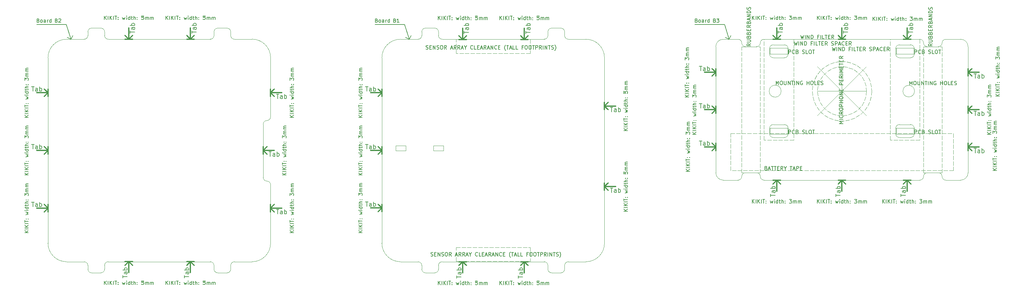
<source format=gbr>
%TF.GenerationSoftware,KiCad,Pcbnew,7.0.2*%
%TF.CreationDate,2023-05-26T09:26:56+02:00*%
%TF.ProjectId,kleinvoet,6b6c6569-6e76-46f6-9574-2e6b69636164,C*%
%TF.SameCoordinates,Original*%
%TF.FileFunction,OtherDrawing,Comment*%
%FSLAX46Y46*%
G04 Gerber Fmt 4.6, Leading zero omitted, Abs format (unit mm)*
G04 Created by KiCad (PCBNEW 7.0.2) date 2023-05-26 09:26:56*
%MOMM*%
%LPD*%
G01*
G04 APERTURE LIST*
%ADD10C,0.100000*%
%ADD11C,0.150000*%
%ADD12C,0.200000*%
%ADD13C,0.120000*%
%ADD14C,0.300000*%
%TA.AperFunction,Profile*%
%ADD15C,0.050000*%
%TD*%
G04 APERTURE END LIST*
D10*
X231400000Y-46000000D02*
X244600000Y-46000000D01*
X257562050Y-46000000D02*
G75*
G03*
X257562050Y-46000000I-1562050J0D01*
G01*
X221612452Y-46000000D02*
G75*
G03*
X221612452Y-46000000I-1612452J0D01*
G01*
X134000000Y-32000000D02*
X135100000Y-32000000D01*
X135500000Y-32000000D02*
X136600000Y-32000000D01*
X137000000Y-32000000D02*
X138100000Y-32000000D01*
X138500000Y-32000000D02*
X139600000Y-32000000D01*
X140000000Y-32000000D02*
X141100000Y-32000000D01*
X141500000Y-32000000D02*
X142600000Y-32000000D01*
X143000000Y-32000000D02*
X144100000Y-32000000D01*
X144500000Y-32000000D02*
X145600000Y-32000000D01*
X146000000Y-32000000D02*
X147100000Y-32000000D01*
X147500000Y-32000000D02*
X148600000Y-32000000D01*
X149000000Y-32000000D02*
X150100000Y-32000000D01*
X150500000Y-32000000D02*
X151600000Y-32000000D01*
X152000000Y-32000000D02*
X153100000Y-32000000D01*
X153500000Y-32000000D02*
X154000000Y-32000000D01*
X154000000Y-32000000D02*
X154000000Y-33100000D01*
X154000000Y-33500000D02*
X154000000Y-34600000D01*
X154000000Y-35000000D02*
X154000000Y-35800000D01*
X154000000Y-35800000D02*
X152900000Y-35800000D01*
X152500000Y-35800000D02*
X151400000Y-35800000D01*
X151000000Y-35800000D02*
X149900000Y-35800000D01*
X149500000Y-35800000D02*
X148400000Y-35800000D01*
X148000000Y-35800000D02*
X146900000Y-35800000D01*
X146500000Y-35800000D02*
X145400000Y-35800000D01*
X145000000Y-35800000D02*
X143900000Y-35800000D01*
X143500000Y-35800000D02*
X142400000Y-35800000D01*
X142000000Y-35800000D02*
X140900000Y-35800000D01*
X140500000Y-35800000D02*
X139400000Y-35800000D01*
X139000000Y-35800000D02*
X137900000Y-35800000D01*
X137500000Y-35800000D02*
X136400000Y-35800000D01*
X136000000Y-35800000D02*
X134900000Y-35800000D01*
X134500000Y-35800000D02*
X134000000Y-35800000D01*
X134000000Y-35800000D02*
X134000000Y-34700000D01*
X134000000Y-34300000D02*
X134000000Y-33200000D01*
X134000000Y-32800000D02*
X134000000Y-32000000D01*
X231400000Y-39400000D02*
X244600000Y-52600000D01*
X260000000Y-34000000D02*
X261100000Y-34000000D01*
X261500000Y-34000000D02*
X262600000Y-34000000D01*
X263000000Y-34000000D02*
X264100000Y-34000000D01*
X264500000Y-34000000D02*
X265000000Y-34000000D01*
X265000000Y-34000000D02*
X265000000Y-35100000D01*
X265000000Y-35500000D02*
X265000000Y-36600000D01*
X265000000Y-37000000D02*
X265000000Y-38100000D01*
X265000000Y-38500000D02*
X265000000Y-39600000D01*
X265000000Y-40000000D02*
X265000000Y-41100000D01*
X265000000Y-41500000D02*
X265000000Y-42600000D01*
X265000000Y-43000000D02*
X265000000Y-44100000D01*
X265000000Y-44500000D02*
X265000000Y-45600000D01*
X265000000Y-46000000D02*
X265000000Y-47100000D01*
X265000000Y-47500000D02*
X265000000Y-48600000D01*
X265000000Y-49000000D02*
X265000000Y-50100000D01*
X265000000Y-50500000D02*
X265000000Y-51600000D01*
X265000000Y-52000000D02*
X265000000Y-53100000D01*
X265000000Y-53500000D02*
X265000000Y-54600000D01*
X265000000Y-55000000D02*
X265000000Y-56100000D01*
X265000000Y-56500000D02*
X265000000Y-57600000D01*
X265000000Y-58000000D02*
X265000000Y-59100000D01*
X265000000Y-59500000D02*
X265000000Y-60600000D01*
X265000000Y-61000000D02*
X265000000Y-62100000D01*
X265000000Y-62500000D02*
X265000000Y-63600000D01*
X265000000Y-64000000D02*
X265000000Y-65100000D01*
X265000000Y-65500000D02*
X265000000Y-66600000D01*
X265000000Y-67000000D02*
X265000000Y-68000000D01*
X265000000Y-68000000D02*
X263900000Y-68000000D01*
X263500000Y-68000000D02*
X262400000Y-68000000D01*
X262000000Y-68000000D02*
X260900000Y-68000000D01*
X260500000Y-68000000D02*
X260000000Y-68000000D01*
X260000000Y-68000000D02*
X260000000Y-66900000D01*
X260000000Y-66500000D02*
X260000000Y-65400000D01*
X260000000Y-65000000D02*
X260000000Y-63900000D01*
X260000000Y-63500000D02*
X260000000Y-62400000D01*
X260000000Y-62000000D02*
X260000000Y-60900000D01*
X260000000Y-60500000D02*
X260000000Y-59400000D01*
X260000000Y-59000000D02*
X260000000Y-57900000D01*
X260000000Y-57500000D02*
X260000000Y-56400000D01*
X260000000Y-56000000D02*
X260000000Y-54900000D01*
X260000000Y-54500000D02*
X260000000Y-53400000D01*
X260000000Y-53000000D02*
X260000000Y-51900000D01*
X260000000Y-51500000D02*
X260000000Y-50400000D01*
X260000000Y-50000000D02*
X260000000Y-48900000D01*
X260000000Y-48500000D02*
X260000000Y-47400000D01*
X260000000Y-47000000D02*
X260000000Y-45900000D01*
X260000000Y-45500000D02*
X260000000Y-44400000D01*
X260000000Y-44000000D02*
X260000000Y-42900000D01*
X260000000Y-42500000D02*
X260000000Y-41400000D01*
X260000000Y-41000000D02*
X260000000Y-39900000D01*
X260000000Y-39500000D02*
X260000000Y-38400000D01*
X260000000Y-38000000D02*
X260000000Y-36900000D01*
X260000000Y-36500000D02*
X260000000Y-35400000D01*
X260000000Y-35000000D02*
X260000000Y-34000000D01*
X218600000Y-56000000D02*
X223400000Y-56000000D01*
X223400000Y-57600000D01*
X218600000Y-57600000D01*
X218600000Y-56000000D01*
X252600000Y-34400000D02*
X257400000Y-34400000D01*
X257400000Y-36000000D01*
X252600000Y-36000000D01*
X252600000Y-34400000D01*
X251000000Y-32000000D02*
X252100000Y-32000000D01*
X252500000Y-32000000D02*
X253600000Y-32000000D01*
X254000000Y-32000000D02*
X255100000Y-32000000D01*
X255500000Y-32000000D02*
X256600000Y-32000000D01*
X257000000Y-32000000D02*
X258100000Y-32000000D01*
X258500000Y-32000000D02*
X259000000Y-32000000D01*
X259000000Y-32000000D02*
X259000000Y-33100000D01*
X259000000Y-33500000D02*
X259000000Y-34600000D01*
X259000000Y-35000000D02*
X259000000Y-36100000D01*
X259000000Y-36500000D02*
X259000000Y-37600000D01*
X259000000Y-38000000D02*
X259000000Y-39100000D01*
X259000000Y-39500000D02*
X259000000Y-40600000D01*
X259000000Y-41000000D02*
X259000000Y-42100000D01*
X259000000Y-42500000D02*
X259000000Y-43600000D01*
X259000000Y-44000000D02*
X259000000Y-45100000D01*
X259000000Y-45500000D02*
X259000000Y-46600000D01*
X259000000Y-47000000D02*
X259000000Y-48100000D01*
X259000000Y-48500000D02*
X259000000Y-49600000D01*
X259000000Y-50000000D02*
X259000000Y-51100000D01*
X259000000Y-51500000D02*
X259000000Y-52600000D01*
X259000000Y-53000000D02*
X259000000Y-54100000D01*
X259000000Y-54500000D02*
X259000000Y-55600000D01*
X259000000Y-56000000D02*
X259000000Y-57100000D01*
X259000000Y-57500000D02*
X259000000Y-58600000D01*
X259000000Y-59000000D02*
X259000000Y-59200000D01*
X259000000Y-59200000D02*
X257900000Y-59200000D01*
X257500000Y-59200000D02*
X256400000Y-59200000D01*
X256000000Y-59200000D02*
X254900000Y-59200000D01*
X254500000Y-59200000D02*
X253400000Y-59200000D01*
X253000000Y-59200000D02*
X251900000Y-59200000D01*
X251500000Y-59200000D02*
X251000000Y-59200000D01*
X251000000Y-59200000D02*
X251000000Y-58100000D01*
X251000000Y-57700000D02*
X251000000Y-56600000D01*
X251000000Y-56200000D02*
X251000000Y-55100000D01*
X251000000Y-54700000D02*
X251000000Y-53600000D01*
X251000000Y-53200000D02*
X251000000Y-52100000D01*
X251000000Y-51700000D02*
X251000000Y-50600000D01*
X251000000Y-50200000D02*
X251000000Y-49100000D01*
X251000000Y-48700000D02*
X251000000Y-47600000D01*
X251000000Y-47200000D02*
X251000000Y-46100000D01*
X251000000Y-45700000D02*
X251000000Y-44600000D01*
X251000000Y-44200000D02*
X251000000Y-43100000D01*
X251000000Y-42700000D02*
X251000000Y-41600000D01*
X251000000Y-41200000D02*
X251000000Y-40100000D01*
X251000000Y-39700000D02*
X251000000Y-38600000D01*
X251000000Y-38200000D02*
X251000000Y-37100000D01*
X251000000Y-36700000D02*
X251000000Y-35600000D01*
X251000000Y-35200000D02*
X251000000Y-34100000D01*
X251000000Y-33700000D02*
X251000000Y-32600000D01*
X251000000Y-32200000D02*
X251000000Y-32000000D01*
X134000000Y-88100000D02*
X135100000Y-88100000D01*
X135500000Y-88100000D02*
X136600000Y-88100000D01*
X137000000Y-88100000D02*
X138100000Y-88100000D01*
X138500000Y-88100000D02*
X139600000Y-88100000D01*
X140000000Y-88100000D02*
X141100000Y-88100000D01*
X141500000Y-88100000D02*
X142600000Y-88100000D01*
X143000000Y-88100000D02*
X144100000Y-88100000D01*
X144500000Y-88100000D02*
X145600000Y-88100000D01*
X146000000Y-88100000D02*
X147100000Y-88100000D01*
X147500000Y-88100000D02*
X148600000Y-88100000D01*
X149000000Y-88100000D02*
X150100000Y-88100000D01*
X150500000Y-88100000D02*
X151600000Y-88100000D01*
X152000000Y-88100000D02*
X153100000Y-88100000D01*
X153500000Y-88100000D02*
X154000000Y-88100000D01*
X154000000Y-88100000D02*
X154000000Y-89200000D01*
X154000000Y-89600000D02*
X154000000Y-90700000D01*
X154000000Y-91100000D02*
X154000000Y-91900000D01*
X154000000Y-91900000D02*
X152900000Y-91900000D01*
X152500000Y-91900000D02*
X151400000Y-91900000D01*
X151000000Y-91900000D02*
X149900000Y-91900000D01*
X149500000Y-91900000D02*
X148400000Y-91900000D01*
X148000000Y-91900000D02*
X146900000Y-91900000D01*
X146500000Y-91900000D02*
X145400000Y-91900000D01*
X145000000Y-91900000D02*
X143900000Y-91900000D01*
X143500000Y-91900000D02*
X142400000Y-91900000D01*
X142000000Y-91900000D02*
X140900000Y-91900000D01*
X140500000Y-91900000D02*
X139400000Y-91900000D01*
X139000000Y-91900000D02*
X137900000Y-91900000D01*
X137500000Y-91900000D02*
X136400000Y-91900000D01*
X136000000Y-91900000D02*
X134900000Y-91900000D01*
X134500000Y-91900000D02*
X134000000Y-91900000D01*
X134000000Y-91900000D02*
X134000000Y-90800000D01*
X134000000Y-90400000D02*
X134000000Y-89300000D01*
X134000000Y-88900000D02*
X134000000Y-88100000D01*
X244600000Y-46000000D02*
X244508545Y-47094914D01*
X244430277Y-47487120D02*
X244094467Y-48533271D01*
X243929840Y-48897756D02*
X243366945Y-49841340D01*
X243124425Y-50159357D02*
X242363396Y-50951845D01*
X242055457Y-51207040D02*
X241135433Y-51807671D01*
X240777912Y-51986919D02*
X239746213Y-52364804D01*
X239357497Y-52458885D02*
X238267182Y-52594589D01*
X237867264Y-52598665D02*
X236774410Y-52485208D01*
X236383858Y-52399069D02*
X235344672Y-52042287D01*
X234983572Y-51870363D02*
X234051499Y-51288605D01*
X233738423Y-51039738D02*
X232961402Y-50262925D01*
X232712452Y-49949916D02*
X232130444Y-49017999D01*
X231958423Y-48656945D02*
X231601363Y-47617854D01*
X231515119Y-47227325D02*
X231401370Y-46134502D01*
X231405338Y-45734583D02*
X231540751Y-44644232D01*
X231634727Y-44255491D02*
X232012337Y-43223690D01*
X232191488Y-42866121D02*
X232791874Y-41945937D01*
X233046986Y-41637929D02*
X233839270Y-40876687D01*
X234157222Y-40634083D02*
X235100656Y-40070935D01*
X235465096Y-39906210D02*
X236511158Y-39570120D01*
X236903342Y-39491748D02*
X237998232Y-39400000D01*
X238397991Y-39412010D02*
X239485398Y-39569324D01*
X239872170Y-39671099D02*
X240896168Y-40069383D01*
X241250062Y-40255690D02*
X242157985Y-40874460D01*
X242460800Y-41135715D02*
X243205953Y-41943148D01*
X243442115Y-42265916D02*
X243986175Y-43220484D01*
X244143536Y-43588163D02*
X244458521Y-44640773D01*
X244528990Y-45034454D02*
X244600000Y-46000000D01*
X217000000Y-32000000D02*
X218100000Y-32000000D01*
X218500000Y-32000000D02*
X219600000Y-32000000D01*
X220000000Y-32000000D02*
X221100000Y-32000000D01*
X221500000Y-32000000D02*
X222600000Y-32000000D01*
X223000000Y-32000000D02*
X224100000Y-32000000D01*
X224500000Y-32000000D02*
X225000000Y-32000000D01*
X225000000Y-32000000D02*
X225000000Y-33100000D01*
X225000000Y-33500000D02*
X225000000Y-34600000D01*
X225000000Y-35000000D02*
X225000000Y-36100000D01*
X225000000Y-36500000D02*
X225000000Y-37600000D01*
X225000000Y-38000000D02*
X225000000Y-39100000D01*
X225000000Y-39500000D02*
X225000000Y-40600000D01*
X225000000Y-41000000D02*
X225000000Y-42100000D01*
X225000000Y-42500000D02*
X225000000Y-43600000D01*
X225000000Y-44000000D02*
X225000000Y-45100000D01*
X225000000Y-45500000D02*
X225000000Y-46600000D01*
X225000000Y-47000000D02*
X225000000Y-48100000D01*
X225000000Y-48500000D02*
X225000000Y-49600000D01*
X225000000Y-50000000D02*
X225000000Y-51100000D01*
X225000000Y-51500000D02*
X225000000Y-52600000D01*
X225000000Y-53000000D02*
X225000000Y-54100000D01*
X225000000Y-54500000D02*
X225000000Y-55600000D01*
X225000000Y-56000000D02*
X225000000Y-57100000D01*
X225000000Y-57500000D02*
X225000000Y-58600000D01*
X225000000Y-59000000D02*
X225000000Y-59200000D01*
X225000000Y-59200000D02*
X223900000Y-59200000D01*
X223500000Y-59200000D02*
X222400000Y-59200000D01*
X222000000Y-59200000D02*
X220900000Y-59200000D01*
X220500000Y-59200000D02*
X219400000Y-59200000D01*
X219000000Y-59200000D02*
X217900000Y-59200000D01*
X217500000Y-59200000D02*
X217000000Y-59200000D01*
X217000000Y-59200000D02*
X217000000Y-58100000D01*
X217000000Y-57700000D02*
X217000000Y-56600000D01*
X217000000Y-56200000D02*
X217000000Y-55100000D01*
X217000000Y-54700000D02*
X217000000Y-53600000D01*
X217000000Y-53200000D02*
X217000000Y-52100000D01*
X217000000Y-51700000D02*
X217000000Y-50600000D01*
X217000000Y-50200000D02*
X217000000Y-49100000D01*
X217000000Y-48700000D02*
X217000000Y-47600000D01*
X217000000Y-47200000D02*
X217000000Y-46100000D01*
X217000000Y-45700000D02*
X217000000Y-44600000D01*
X217000000Y-44200000D02*
X217000000Y-43100000D01*
X217000000Y-42700000D02*
X217000000Y-41600000D01*
X217000000Y-41200000D02*
X217000000Y-40100000D01*
X217000000Y-39700000D02*
X217000000Y-38600000D01*
X217000000Y-38200000D02*
X217000000Y-37100000D01*
X217000000Y-36700000D02*
X217000000Y-35600000D01*
X217000000Y-35200000D02*
X217000000Y-34100000D01*
X217000000Y-33700000D02*
X217000000Y-32600000D01*
X217000000Y-32200000D02*
X217000000Y-32000000D01*
X238000000Y-52603029D02*
X238000000Y-39396971D01*
X252600000Y-56000000D02*
X257400000Y-56000000D01*
X257400000Y-57600000D01*
X252600000Y-57600000D01*
X252600000Y-56000000D01*
X218600000Y-34400000D02*
X223400000Y-34400000D01*
X223400000Y-36000000D01*
X218600000Y-36000000D01*
X218600000Y-34400000D01*
X211000000Y-34000000D02*
X212100000Y-34000000D01*
X212500000Y-34000000D02*
X213600000Y-34000000D01*
X214000000Y-34000000D02*
X215100000Y-34000000D01*
X215500000Y-34000000D02*
X216000000Y-34000000D01*
X216000000Y-34000000D02*
X216000000Y-35100000D01*
X216000000Y-35500000D02*
X216000000Y-36600000D01*
X216000000Y-37000000D02*
X216000000Y-38100000D01*
X216000000Y-38500000D02*
X216000000Y-39600000D01*
X216000000Y-40000000D02*
X216000000Y-41100000D01*
X216000000Y-41500000D02*
X216000000Y-42600000D01*
X216000000Y-43000000D02*
X216000000Y-44100000D01*
X216000000Y-44500000D02*
X216000000Y-45600000D01*
X216000000Y-46000000D02*
X216000000Y-47100000D01*
X216000000Y-47500000D02*
X216000000Y-48600000D01*
X216000000Y-49000000D02*
X216000000Y-50100000D01*
X216000000Y-50500000D02*
X216000000Y-51600000D01*
X216000000Y-52000000D02*
X216000000Y-53100000D01*
X216000000Y-53500000D02*
X216000000Y-54600000D01*
X216000000Y-55000000D02*
X216000000Y-56100000D01*
X216000000Y-56500000D02*
X216000000Y-57600000D01*
X216000000Y-58000000D02*
X216000000Y-59100000D01*
X216000000Y-59500000D02*
X216000000Y-60600000D01*
X216000000Y-61000000D02*
X216000000Y-62100000D01*
X216000000Y-62500000D02*
X216000000Y-63600000D01*
X216000000Y-64000000D02*
X216000000Y-65100000D01*
X216000000Y-65500000D02*
X216000000Y-66600000D01*
X216000000Y-67000000D02*
X216000000Y-68000000D01*
X216000000Y-68000000D02*
X214900000Y-68000000D01*
X214500000Y-68000000D02*
X213400000Y-68000000D01*
X213000000Y-68000000D02*
X211900000Y-68000000D01*
X211500000Y-68000000D02*
X211000000Y-68000000D01*
X211000000Y-68000000D02*
X211000000Y-66900000D01*
X211000000Y-66500000D02*
X211000000Y-65400000D01*
X211000000Y-65000000D02*
X211000000Y-63900000D01*
X211000000Y-63500000D02*
X211000000Y-62400000D01*
X211000000Y-62000000D02*
X211000000Y-60900000D01*
X211000000Y-60500000D02*
X211000000Y-59400000D01*
X211000000Y-59000000D02*
X211000000Y-57900000D01*
X211000000Y-57500000D02*
X211000000Y-56400000D01*
X211000000Y-56000000D02*
X211000000Y-54900000D01*
X211000000Y-54500000D02*
X211000000Y-53400000D01*
X211000000Y-53000000D02*
X211000000Y-51900000D01*
X211000000Y-51500000D02*
X211000000Y-50400000D01*
X211000000Y-50000000D02*
X211000000Y-48900000D01*
X211000000Y-48500000D02*
X211000000Y-47400000D01*
X211000000Y-47000000D02*
X211000000Y-45900000D01*
X211000000Y-45500000D02*
X211000000Y-44400000D01*
X211000000Y-44000000D02*
X211000000Y-42900000D01*
X211000000Y-42500000D02*
X211000000Y-41400000D01*
X211000000Y-41000000D02*
X211000000Y-39900000D01*
X211000000Y-39500000D02*
X211000000Y-38400000D01*
X211000000Y-38000000D02*
X211000000Y-36900000D01*
X211000000Y-36500000D02*
X211000000Y-35400000D01*
X211000000Y-35000000D02*
X211000000Y-34000000D01*
X231400000Y-52600000D02*
X244600000Y-39400000D01*
X208000000Y-57400000D02*
X209100000Y-57400000D01*
X209500000Y-57400000D02*
X210600000Y-57400000D01*
X211000000Y-57400000D02*
X212100000Y-57400000D01*
X212500000Y-57400000D02*
X213600000Y-57400000D01*
X214000000Y-57400000D02*
X215100000Y-57400000D01*
X215500000Y-57400000D02*
X216600000Y-57400000D01*
X217000000Y-57400000D02*
X218100000Y-57400000D01*
X218500000Y-57400000D02*
X219600000Y-57400000D01*
X220000000Y-57400000D02*
X221100000Y-57400000D01*
X221500000Y-57400000D02*
X222600000Y-57400000D01*
X223000000Y-57400000D02*
X224100000Y-57400000D01*
X224500000Y-57400000D02*
X225600000Y-57400000D01*
X226000000Y-57400000D02*
X227100000Y-57400000D01*
X227500000Y-57400000D02*
X228600000Y-57400000D01*
X229000000Y-57400000D02*
X230100000Y-57400000D01*
X230500000Y-57400000D02*
X231600000Y-57400000D01*
X232000000Y-57400000D02*
X233100000Y-57400000D01*
X233500000Y-57400000D02*
X234600000Y-57400000D01*
X235000000Y-57400000D02*
X236100000Y-57400000D01*
X236500000Y-57400000D02*
X237600000Y-57400000D01*
X238000000Y-57400000D02*
X239100000Y-57400000D01*
X239500000Y-57400000D02*
X240600000Y-57400000D01*
X241000000Y-57400000D02*
X242100000Y-57400000D01*
X242500000Y-57400000D02*
X243600000Y-57400000D01*
X244000000Y-57400000D02*
X245100000Y-57400000D01*
X245500000Y-57400000D02*
X246600000Y-57400000D01*
X247000000Y-57400000D02*
X248100000Y-57400000D01*
X248500000Y-57400000D02*
X249600000Y-57400000D01*
X250000000Y-57400000D02*
X251100000Y-57400000D01*
X251500000Y-57400000D02*
X252600000Y-57400000D01*
X253000000Y-57400000D02*
X254100000Y-57400000D01*
X254500000Y-57400000D02*
X255600000Y-57400000D01*
X256000000Y-57400000D02*
X257100000Y-57400000D01*
X257500000Y-57400000D02*
X258600000Y-57400000D01*
X259000000Y-57400000D02*
X260100000Y-57400000D01*
X260500000Y-57400000D02*
X261600000Y-57400000D01*
X262000000Y-57400000D02*
X263100000Y-57400000D01*
X263500000Y-57400000D02*
X264600000Y-57400000D01*
X265000000Y-57400000D02*
X266100000Y-57400000D01*
X266500000Y-57400000D02*
X267600000Y-57400000D01*
X268000000Y-57400000D02*
X268000000Y-57400000D01*
X268000000Y-57400000D02*
X268000000Y-58500000D01*
X268000000Y-58900000D02*
X268000000Y-60000000D01*
X268000000Y-60400000D02*
X268000000Y-61500000D01*
X268000000Y-61900000D02*
X268000000Y-63000000D01*
X268000000Y-63400000D02*
X268000000Y-64500000D01*
X268000000Y-64900000D02*
X268000000Y-66000000D01*
X268000000Y-66400000D02*
X268000000Y-67400000D01*
X268000000Y-67400000D02*
X266900000Y-67400000D01*
X266500000Y-67400000D02*
X265400000Y-67400000D01*
X265000000Y-67400000D02*
X263900000Y-67400000D01*
X263500000Y-67400000D02*
X262400000Y-67400000D01*
X262000000Y-67400000D02*
X260900000Y-67400000D01*
X260500000Y-67400000D02*
X259400000Y-67400000D01*
X259000000Y-67400000D02*
X257900000Y-67400000D01*
X257500000Y-67400000D02*
X256400000Y-67400000D01*
X256000000Y-67400000D02*
X254900000Y-67400000D01*
X254500000Y-67400000D02*
X253400000Y-67400000D01*
X253000000Y-67400000D02*
X251900000Y-67400000D01*
X251500000Y-67400000D02*
X250400000Y-67400000D01*
X250000000Y-67400000D02*
X248900000Y-67400000D01*
X248500000Y-67400000D02*
X247400000Y-67400000D01*
X247000000Y-67400000D02*
X245900000Y-67400000D01*
X245500000Y-67400000D02*
X244400000Y-67400000D01*
X244000000Y-67400000D02*
X242900000Y-67400000D01*
X242500000Y-67400000D02*
X241400000Y-67400000D01*
X241000000Y-67400000D02*
X239900000Y-67400000D01*
X239500000Y-67400000D02*
X238400000Y-67400000D01*
X238000000Y-67400000D02*
X236900000Y-67400000D01*
X236500000Y-67400000D02*
X235400000Y-67400000D01*
X235000000Y-67400000D02*
X233900000Y-67400000D01*
X233500000Y-67400000D02*
X232400000Y-67400000D01*
X232000000Y-67400000D02*
X230900000Y-67400000D01*
X230500000Y-67400000D02*
X229400000Y-67400000D01*
X229000000Y-67400000D02*
X227900000Y-67400000D01*
X227500000Y-67400000D02*
X226400000Y-67400000D01*
X226000000Y-67400000D02*
X224900000Y-67400000D01*
X224500000Y-67400000D02*
X223400000Y-67400000D01*
X223000000Y-67400000D02*
X221900000Y-67400000D01*
X221500000Y-67400000D02*
X220400000Y-67400000D01*
X220000000Y-67400000D02*
X218900000Y-67400000D01*
X218500000Y-67400000D02*
X217400000Y-67400000D01*
X217000000Y-67400000D02*
X215900000Y-67400000D01*
X215500000Y-67400000D02*
X214400000Y-67400000D01*
X214000000Y-67400000D02*
X212900000Y-67400000D01*
X212500000Y-67400000D02*
X211400000Y-67400000D01*
X211000000Y-67400000D02*
X209900000Y-67400000D01*
X209500000Y-67400000D02*
X208400000Y-67400000D01*
X208000000Y-67400000D02*
X208000000Y-67400000D01*
X208000000Y-67400000D02*
X208000000Y-66300000D01*
X208000000Y-65900000D02*
X208000000Y-64800000D01*
X208000000Y-64400000D02*
X208000000Y-63300000D01*
X208000000Y-62900000D02*
X208000000Y-61800000D01*
X208000000Y-61400000D02*
X208000000Y-60300000D01*
X208000000Y-59900000D02*
X208000000Y-58800000D01*
X208000000Y-58400000D02*
X208000000Y-57400000D01*
X246000000Y-46000000D02*
X245924494Y-47096537D01*
X245859786Y-47491226D02*
X245581205Y-48554470D01*
X245444060Y-48930180D02*
X244972170Y-49922860D01*
X244767395Y-50266421D02*
X244118737Y-51153741D01*
X243853510Y-51453110D02*
X243050821Y-52203966D01*
X242734440Y-52448648D02*
X241805857Y-53036721D01*
X241449412Y-53218140D02*
X240427485Y-53622815D01*
X240043470Y-53734612D02*
X238964022Y-53941703D01*
X238565897Y-53979959D02*
X237466766Y-53982209D01*
X237068488Y-53945582D02*
X235988201Y-53742910D01*
X235603731Y-53632686D02*
X234580158Y-53232197D01*
X234222972Y-53052238D02*
X233291991Y-52467971D01*
X232974611Y-52224585D02*
X232168855Y-51477020D01*
X231902406Y-51178740D02*
X231250121Y-50294082D01*
X231043942Y-49951362D02*
X230567993Y-48960621D01*
X230429312Y-48585476D02*
X230146382Y-47523381D01*
X230080060Y-47128960D02*
X230000066Y-46032741D01*
X230008428Y-45632870D02*
X230134176Y-44540953D01*
X230216928Y-44149649D02*
X230544009Y-43100310D01*
X230698251Y-42731289D02*
X231215199Y-41761310D01*
X231435525Y-41427509D02*
X232124220Y-40570891D01*
X232402905Y-40284010D02*
X233239207Y-39570781D01*
X233566483Y-39340875D02*
X234521075Y-38796036D01*
X234885471Y-38631166D02*
X235924891Y-38273815D01*
X236313633Y-38179759D02*
X237401448Y-38022422D01*
X237800908Y-38002477D02*
X238898985Y-38050671D01*
X239295162Y-38105536D02*
X240365010Y-38357570D01*
X240744016Y-38485322D02*
X241748133Y-38932362D01*
X242096683Y-39128524D02*
X242999871Y-39754899D01*
X243305748Y-40012593D02*
X244076348Y-40796347D01*
X244328828Y-41106542D02*
X244939827Y-42020202D01*
X245130061Y-42372022D02*
X245560042Y-43383561D01*
X245681362Y-43764676D02*
X245915253Y-44838635D01*
X245963405Y-45235685D02*
X246000000Y-46000000D01*
D11*
X225142857Y-32627619D02*
X225380952Y-33627619D01*
X225380952Y-33627619D02*
X225571428Y-32913333D01*
X225571428Y-32913333D02*
X225761904Y-33627619D01*
X225761904Y-33627619D02*
X226000000Y-32627619D01*
X226380952Y-33627619D02*
X226380952Y-32627619D01*
X226857142Y-33627619D02*
X226857142Y-32627619D01*
X226857142Y-32627619D02*
X227428570Y-33627619D01*
X227428570Y-33627619D02*
X227428570Y-32627619D01*
X227904761Y-33627619D02*
X227904761Y-32627619D01*
X227904761Y-32627619D02*
X228142856Y-32627619D01*
X228142856Y-32627619D02*
X228285713Y-32675238D01*
X228285713Y-32675238D02*
X228380951Y-32770476D01*
X228380951Y-32770476D02*
X228428570Y-32865714D01*
X228428570Y-32865714D02*
X228476189Y-33056190D01*
X228476189Y-33056190D02*
X228476189Y-33199047D01*
X228476189Y-33199047D02*
X228428570Y-33389523D01*
X228428570Y-33389523D02*
X228380951Y-33484761D01*
X228380951Y-33484761D02*
X228285713Y-33580000D01*
X228285713Y-33580000D02*
X228142856Y-33627619D01*
X228142856Y-33627619D02*
X227904761Y-33627619D01*
X229999999Y-33103809D02*
X229666666Y-33103809D01*
X229666666Y-33627619D02*
X229666666Y-32627619D01*
X229666666Y-32627619D02*
X230142856Y-32627619D01*
X230523809Y-33627619D02*
X230523809Y-32627619D01*
X231476189Y-33627619D02*
X230999999Y-33627619D01*
X230999999Y-33627619D02*
X230999999Y-32627619D01*
X231666666Y-32627619D02*
X232238094Y-32627619D01*
X231952380Y-33627619D02*
X231952380Y-32627619D01*
X232571428Y-33103809D02*
X232904761Y-33103809D01*
X233047618Y-33627619D02*
X232571428Y-33627619D01*
X232571428Y-33627619D02*
X232571428Y-32627619D01*
X232571428Y-32627619D02*
X233047618Y-32627619D01*
X234047618Y-33627619D02*
X233714285Y-33151428D01*
X233476190Y-33627619D02*
X233476190Y-32627619D01*
X233476190Y-32627619D02*
X233857142Y-32627619D01*
X233857142Y-32627619D02*
X233952380Y-32675238D01*
X233952380Y-32675238D02*
X233999999Y-32722857D01*
X233999999Y-32722857D02*
X234047618Y-32818095D01*
X234047618Y-32818095D02*
X234047618Y-32960952D01*
X234047618Y-32960952D02*
X233999999Y-33056190D01*
X233999999Y-33056190D02*
X233952380Y-33103809D01*
X233952380Y-33103809D02*
X233857142Y-33151428D01*
X233857142Y-33151428D02*
X233476190Y-33151428D01*
X235190476Y-33580000D02*
X235333333Y-33627619D01*
X235333333Y-33627619D02*
X235571428Y-33627619D01*
X235571428Y-33627619D02*
X235666666Y-33580000D01*
X235666666Y-33580000D02*
X235714285Y-33532380D01*
X235714285Y-33532380D02*
X235761904Y-33437142D01*
X235761904Y-33437142D02*
X235761904Y-33341904D01*
X235761904Y-33341904D02*
X235714285Y-33246666D01*
X235714285Y-33246666D02*
X235666666Y-33199047D01*
X235666666Y-33199047D02*
X235571428Y-33151428D01*
X235571428Y-33151428D02*
X235380952Y-33103809D01*
X235380952Y-33103809D02*
X235285714Y-33056190D01*
X235285714Y-33056190D02*
X235238095Y-33008571D01*
X235238095Y-33008571D02*
X235190476Y-32913333D01*
X235190476Y-32913333D02*
X235190476Y-32818095D01*
X235190476Y-32818095D02*
X235238095Y-32722857D01*
X235238095Y-32722857D02*
X235285714Y-32675238D01*
X235285714Y-32675238D02*
X235380952Y-32627619D01*
X235380952Y-32627619D02*
X235619047Y-32627619D01*
X235619047Y-32627619D02*
X235761904Y-32675238D01*
X236190476Y-33627619D02*
X236190476Y-32627619D01*
X236190476Y-32627619D02*
X236571428Y-32627619D01*
X236571428Y-32627619D02*
X236666666Y-32675238D01*
X236666666Y-32675238D02*
X236714285Y-32722857D01*
X236714285Y-32722857D02*
X236761904Y-32818095D01*
X236761904Y-32818095D02*
X236761904Y-32960952D01*
X236761904Y-32960952D02*
X236714285Y-33056190D01*
X236714285Y-33056190D02*
X236666666Y-33103809D01*
X236666666Y-33103809D02*
X236571428Y-33151428D01*
X236571428Y-33151428D02*
X236190476Y-33151428D01*
X237142857Y-33341904D02*
X237619047Y-33341904D01*
X237047619Y-33627619D02*
X237380952Y-32627619D01*
X237380952Y-32627619D02*
X237714285Y-33627619D01*
X238619047Y-33532380D02*
X238571428Y-33580000D01*
X238571428Y-33580000D02*
X238428571Y-33627619D01*
X238428571Y-33627619D02*
X238333333Y-33627619D01*
X238333333Y-33627619D02*
X238190476Y-33580000D01*
X238190476Y-33580000D02*
X238095238Y-33484761D01*
X238095238Y-33484761D02*
X238047619Y-33389523D01*
X238047619Y-33389523D02*
X238000000Y-33199047D01*
X238000000Y-33199047D02*
X238000000Y-33056190D01*
X238000000Y-33056190D02*
X238047619Y-32865714D01*
X238047619Y-32865714D02*
X238095238Y-32770476D01*
X238095238Y-32770476D02*
X238190476Y-32675238D01*
X238190476Y-32675238D02*
X238333333Y-32627619D01*
X238333333Y-32627619D02*
X238428571Y-32627619D01*
X238428571Y-32627619D02*
X238571428Y-32675238D01*
X238571428Y-32675238D02*
X238619047Y-32722857D01*
X239047619Y-33103809D02*
X239380952Y-33103809D01*
X239523809Y-33627619D02*
X239047619Y-33627619D01*
X239047619Y-33627619D02*
X239047619Y-32627619D01*
X239047619Y-32627619D02*
X239523809Y-32627619D01*
X240523809Y-33627619D02*
X240190476Y-33151428D01*
X239952381Y-33627619D02*
X239952381Y-32627619D01*
X239952381Y-32627619D02*
X240333333Y-32627619D01*
X240333333Y-32627619D02*
X240428571Y-32675238D01*
X240428571Y-32675238D02*
X240476190Y-32722857D01*
X240476190Y-32722857D02*
X240523809Y-32818095D01*
X240523809Y-32818095D02*
X240523809Y-32960952D01*
X240523809Y-32960952D02*
X240476190Y-33056190D01*
X240476190Y-33056190D02*
X240428571Y-33103809D01*
X240428571Y-33103809D02*
X240333333Y-33151428D01*
X240333333Y-33151428D02*
X239952381Y-33151428D01*
X226892857Y-30877619D02*
X227130952Y-31877619D01*
X227130952Y-31877619D02*
X227321428Y-31163333D01*
X227321428Y-31163333D02*
X227511904Y-31877619D01*
X227511904Y-31877619D02*
X227750000Y-30877619D01*
X228130952Y-31877619D02*
X228130952Y-30877619D01*
X228607142Y-31877619D02*
X228607142Y-30877619D01*
X228607142Y-30877619D02*
X229178570Y-31877619D01*
X229178570Y-31877619D02*
X229178570Y-30877619D01*
X229654761Y-31877619D02*
X229654761Y-30877619D01*
X229654761Y-30877619D02*
X229892856Y-30877619D01*
X229892856Y-30877619D02*
X230035713Y-30925238D01*
X230035713Y-30925238D02*
X230130951Y-31020476D01*
X230130951Y-31020476D02*
X230178570Y-31115714D01*
X230178570Y-31115714D02*
X230226189Y-31306190D01*
X230226189Y-31306190D02*
X230226189Y-31449047D01*
X230226189Y-31449047D02*
X230178570Y-31639523D01*
X230178570Y-31639523D02*
X230130951Y-31734761D01*
X230130951Y-31734761D02*
X230035713Y-31830000D01*
X230035713Y-31830000D02*
X229892856Y-31877619D01*
X229892856Y-31877619D02*
X229654761Y-31877619D01*
X231749999Y-31353809D02*
X231416666Y-31353809D01*
X231416666Y-31877619D02*
X231416666Y-30877619D01*
X231416666Y-30877619D02*
X231892856Y-30877619D01*
X232273809Y-31877619D02*
X232273809Y-30877619D01*
X233226189Y-31877619D02*
X232749999Y-31877619D01*
X232749999Y-31877619D02*
X232749999Y-30877619D01*
X233416666Y-30877619D02*
X233988094Y-30877619D01*
X233702380Y-31877619D02*
X233702380Y-30877619D01*
X234321428Y-31353809D02*
X234654761Y-31353809D01*
X234797618Y-31877619D02*
X234321428Y-31877619D01*
X234321428Y-31877619D02*
X234321428Y-30877619D01*
X234321428Y-30877619D02*
X234797618Y-30877619D01*
X235797618Y-31877619D02*
X235464285Y-31401428D01*
X235226190Y-31877619D02*
X235226190Y-30877619D01*
X235226190Y-30877619D02*
X235607142Y-30877619D01*
X235607142Y-30877619D02*
X235702380Y-30925238D01*
X235702380Y-30925238D02*
X235749999Y-30972857D01*
X235749999Y-30972857D02*
X235797618Y-31068095D01*
X235797618Y-31068095D02*
X235797618Y-31210952D01*
X235797618Y-31210952D02*
X235749999Y-31306190D01*
X235749999Y-31306190D02*
X235702380Y-31353809D01*
X235702380Y-31353809D02*
X235607142Y-31401428D01*
X235607142Y-31401428D02*
X235226190Y-31401428D01*
X257638095Y-35877619D02*
X257638095Y-34877619D01*
X257638095Y-34877619D02*
X258019047Y-34877619D01*
X258019047Y-34877619D02*
X258114285Y-34925238D01*
X258114285Y-34925238D02*
X258161904Y-34972857D01*
X258161904Y-34972857D02*
X258209523Y-35068095D01*
X258209523Y-35068095D02*
X258209523Y-35210952D01*
X258209523Y-35210952D02*
X258161904Y-35306190D01*
X258161904Y-35306190D02*
X258114285Y-35353809D01*
X258114285Y-35353809D02*
X258019047Y-35401428D01*
X258019047Y-35401428D02*
X257638095Y-35401428D01*
X259209523Y-35782380D02*
X259161904Y-35830000D01*
X259161904Y-35830000D02*
X259019047Y-35877619D01*
X259019047Y-35877619D02*
X258923809Y-35877619D01*
X258923809Y-35877619D02*
X258780952Y-35830000D01*
X258780952Y-35830000D02*
X258685714Y-35734761D01*
X258685714Y-35734761D02*
X258638095Y-35639523D01*
X258638095Y-35639523D02*
X258590476Y-35449047D01*
X258590476Y-35449047D02*
X258590476Y-35306190D01*
X258590476Y-35306190D02*
X258638095Y-35115714D01*
X258638095Y-35115714D02*
X258685714Y-35020476D01*
X258685714Y-35020476D02*
X258780952Y-34925238D01*
X258780952Y-34925238D02*
X258923809Y-34877619D01*
X258923809Y-34877619D02*
X259019047Y-34877619D01*
X259019047Y-34877619D02*
X259161904Y-34925238D01*
X259161904Y-34925238D02*
X259209523Y-34972857D01*
X259971428Y-35353809D02*
X260114285Y-35401428D01*
X260114285Y-35401428D02*
X260161904Y-35449047D01*
X260161904Y-35449047D02*
X260209523Y-35544285D01*
X260209523Y-35544285D02*
X260209523Y-35687142D01*
X260209523Y-35687142D02*
X260161904Y-35782380D01*
X260161904Y-35782380D02*
X260114285Y-35830000D01*
X260114285Y-35830000D02*
X260019047Y-35877619D01*
X260019047Y-35877619D02*
X259638095Y-35877619D01*
X259638095Y-35877619D02*
X259638095Y-34877619D01*
X259638095Y-34877619D02*
X259971428Y-34877619D01*
X259971428Y-34877619D02*
X260066666Y-34925238D01*
X260066666Y-34925238D02*
X260114285Y-34972857D01*
X260114285Y-34972857D02*
X260161904Y-35068095D01*
X260161904Y-35068095D02*
X260161904Y-35163333D01*
X260161904Y-35163333D02*
X260114285Y-35258571D01*
X260114285Y-35258571D02*
X260066666Y-35306190D01*
X260066666Y-35306190D02*
X259971428Y-35353809D01*
X259971428Y-35353809D02*
X259638095Y-35353809D01*
X261352381Y-35830000D02*
X261495238Y-35877619D01*
X261495238Y-35877619D02*
X261733333Y-35877619D01*
X261733333Y-35877619D02*
X261828571Y-35830000D01*
X261828571Y-35830000D02*
X261876190Y-35782380D01*
X261876190Y-35782380D02*
X261923809Y-35687142D01*
X261923809Y-35687142D02*
X261923809Y-35591904D01*
X261923809Y-35591904D02*
X261876190Y-35496666D01*
X261876190Y-35496666D02*
X261828571Y-35449047D01*
X261828571Y-35449047D02*
X261733333Y-35401428D01*
X261733333Y-35401428D02*
X261542857Y-35353809D01*
X261542857Y-35353809D02*
X261447619Y-35306190D01*
X261447619Y-35306190D02*
X261400000Y-35258571D01*
X261400000Y-35258571D02*
X261352381Y-35163333D01*
X261352381Y-35163333D02*
X261352381Y-35068095D01*
X261352381Y-35068095D02*
X261400000Y-34972857D01*
X261400000Y-34972857D02*
X261447619Y-34925238D01*
X261447619Y-34925238D02*
X261542857Y-34877619D01*
X261542857Y-34877619D02*
X261780952Y-34877619D01*
X261780952Y-34877619D02*
X261923809Y-34925238D01*
X262828571Y-35877619D02*
X262352381Y-35877619D01*
X262352381Y-35877619D02*
X262352381Y-34877619D01*
X263352381Y-34877619D02*
X263542857Y-34877619D01*
X263542857Y-34877619D02*
X263638095Y-34925238D01*
X263638095Y-34925238D02*
X263733333Y-35020476D01*
X263733333Y-35020476D02*
X263780952Y-35210952D01*
X263780952Y-35210952D02*
X263780952Y-35544285D01*
X263780952Y-35544285D02*
X263733333Y-35734761D01*
X263733333Y-35734761D02*
X263638095Y-35830000D01*
X263638095Y-35830000D02*
X263542857Y-35877619D01*
X263542857Y-35877619D02*
X263352381Y-35877619D01*
X263352381Y-35877619D02*
X263257143Y-35830000D01*
X263257143Y-35830000D02*
X263161905Y-35734761D01*
X263161905Y-35734761D02*
X263114286Y-35544285D01*
X263114286Y-35544285D02*
X263114286Y-35210952D01*
X263114286Y-35210952D02*
X263161905Y-35020476D01*
X263161905Y-35020476D02*
X263257143Y-34925238D01*
X263257143Y-34925238D02*
X263352381Y-34877619D01*
X264066667Y-34877619D02*
X264638095Y-34877619D01*
X264352381Y-35877619D02*
X264352381Y-34877619D01*
X256238095Y-44315570D02*
X256238095Y-43315570D01*
X256238095Y-43315570D02*
X256571428Y-44029855D01*
X256571428Y-44029855D02*
X256904761Y-43315570D01*
X256904761Y-43315570D02*
X256904761Y-44315570D01*
X257571428Y-43315570D02*
X257761904Y-43315570D01*
X257761904Y-43315570D02*
X257857142Y-43363189D01*
X257857142Y-43363189D02*
X257952380Y-43458427D01*
X257952380Y-43458427D02*
X257999999Y-43648903D01*
X257999999Y-43648903D02*
X257999999Y-43982236D01*
X257999999Y-43982236D02*
X257952380Y-44172712D01*
X257952380Y-44172712D02*
X257857142Y-44267951D01*
X257857142Y-44267951D02*
X257761904Y-44315570D01*
X257761904Y-44315570D02*
X257571428Y-44315570D01*
X257571428Y-44315570D02*
X257476190Y-44267951D01*
X257476190Y-44267951D02*
X257380952Y-44172712D01*
X257380952Y-44172712D02*
X257333333Y-43982236D01*
X257333333Y-43982236D02*
X257333333Y-43648903D01*
X257333333Y-43648903D02*
X257380952Y-43458427D01*
X257380952Y-43458427D02*
X257476190Y-43363189D01*
X257476190Y-43363189D02*
X257571428Y-43315570D01*
X258428571Y-43315570D02*
X258428571Y-44125093D01*
X258428571Y-44125093D02*
X258476190Y-44220331D01*
X258476190Y-44220331D02*
X258523809Y-44267951D01*
X258523809Y-44267951D02*
X258619047Y-44315570D01*
X258619047Y-44315570D02*
X258809523Y-44315570D01*
X258809523Y-44315570D02*
X258904761Y-44267951D01*
X258904761Y-44267951D02*
X258952380Y-44220331D01*
X258952380Y-44220331D02*
X258999999Y-44125093D01*
X258999999Y-44125093D02*
X258999999Y-43315570D01*
X259476190Y-44315570D02*
X259476190Y-43315570D01*
X259476190Y-43315570D02*
X260047618Y-44315570D01*
X260047618Y-44315570D02*
X260047618Y-43315570D01*
X260380952Y-43315570D02*
X260952380Y-43315570D01*
X260666666Y-44315570D02*
X260666666Y-43315570D01*
X261285714Y-44315570D02*
X261285714Y-43315570D01*
X261761904Y-44315570D02*
X261761904Y-43315570D01*
X261761904Y-43315570D02*
X262333332Y-44315570D01*
X262333332Y-44315570D02*
X262333332Y-43315570D01*
X263333332Y-43363189D02*
X263238094Y-43315570D01*
X263238094Y-43315570D02*
X263095237Y-43315570D01*
X263095237Y-43315570D02*
X262952380Y-43363189D01*
X262952380Y-43363189D02*
X262857142Y-43458427D01*
X262857142Y-43458427D02*
X262809523Y-43553665D01*
X262809523Y-43553665D02*
X262761904Y-43744141D01*
X262761904Y-43744141D02*
X262761904Y-43886998D01*
X262761904Y-43886998D02*
X262809523Y-44077474D01*
X262809523Y-44077474D02*
X262857142Y-44172712D01*
X262857142Y-44172712D02*
X262952380Y-44267951D01*
X262952380Y-44267951D02*
X263095237Y-44315570D01*
X263095237Y-44315570D02*
X263190475Y-44315570D01*
X263190475Y-44315570D02*
X263333332Y-44267951D01*
X263333332Y-44267951D02*
X263380951Y-44220331D01*
X263380951Y-44220331D02*
X263380951Y-43886998D01*
X263380951Y-43886998D02*
X263190475Y-43886998D01*
X264571428Y-44315570D02*
X264571428Y-43315570D01*
X264571428Y-43791760D02*
X265142856Y-43791760D01*
X265142856Y-44315570D02*
X265142856Y-43315570D01*
X265809523Y-43315570D02*
X265999999Y-43315570D01*
X265999999Y-43315570D02*
X266095237Y-43363189D01*
X266095237Y-43363189D02*
X266190475Y-43458427D01*
X266190475Y-43458427D02*
X266238094Y-43648903D01*
X266238094Y-43648903D02*
X266238094Y-43982236D01*
X266238094Y-43982236D02*
X266190475Y-44172712D01*
X266190475Y-44172712D02*
X266095237Y-44267951D01*
X266095237Y-44267951D02*
X265999999Y-44315570D01*
X265999999Y-44315570D02*
X265809523Y-44315570D01*
X265809523Y-44315570D02*
X265714285Y-44267951D01*
X265714285Y-44267951D02*
X265619047Y-44172712D01*
X265619047Y-44172712D02*
X265571428Y-43982236D01*
X265571428Y-43982236D02*
X265571428Y-43648903D01*
X265571428Y-43648903D02*
X265619047Y-43458427D01*
X265619047Y-43458427D02*
X265714285Y-43363189D01*
X265714285Y-43363189D02*
X265809523Y-43315570D01*
X267142856Y-44315570D02*
X266666666Y-44315570D01*
X266666666Y-44315570D02*
X266666666Y-43315570D01*
X267476190Y-43791760D02*
X267809523Y-43791760D01*
X267952380Y-44315570D02*
X267476190Y-44315570D01*
X267476190Y-44315570D02*
X267476190Y-43315570D01*
X267476190Y-43315570D02*
X267952380Y-43315570D01*
X268333333Y-44267951D02*
X268476190Y-44315570D01*
X268476190Y-44315570D02*
X268714285Y-44315570D01*
X268714285Y-44315570D02*
X268809523Y-44267951D01*
X268809523Y-44267951D02*
X268857142Y-44220331D01*
X268857142Y-44220331D02*
X268904761Y-44125093D01*
X268904761Y-44125093D02*
X268904761Y-44029855D01*
X268904761Y-44029855D02*
X268857142Y-43934617D01*
X268857142Y-43934617D02*
X268809523Y-43886998D01*
X268809523Y-43886998D02*
X268714285Y-43839379D01*
X268714285Y-43839379D02*
X268523809Y-43791760D01*
X268523809Y-43791760D02*
X268428571Y-43744141D01*
X268428571Y-43744141D02*
X268380952Y-43696522D01*
X268380952Y-43696522D02*
X268333333Y-43601284D01*
X268333333Y-43601284D02*
X268333333Y-43506046D01*
X268333333Y-43506046D02*
X268380952Y-43410808D01*
X268380952Y-43410808D02*
X268428571Y-43363189D01*
X268428571Y-43363189D02*
X268523809Y-43315570D01*
X268523809Y-43315570D02*
X268761904Y-43315570D01*
X268761904Y-43315570D02*
X268904761Y-43363189D01*
X223638095Y-57477619D02*
X223638095Y-56477619D01*
X223638095Y-56477619D02*
X224019047Y-56477619D01*
X224019047Y-56477619D02*
X224114285Y-56525238D01*
X224114285Y-56525238D02*
X224161904Y-56572857D01*
X224161904Y-56572857D02*
X224209523Y-56668095D01*
X224209523Y-56668095D02*
X224209523Y-56810952D01*
X224209523Y-56810952D02*
X224161904Y-56906190D01*
X224161904Y-56906190D02*
X224114285Y-56953809D01*
X224114285Y-56953809D02*
X224019047Y-57001428D01*
X224019047Y-57001428D02*
X223638095Y-57001428D01*
X225209523Y-57382380D02*
X225161904Y-57430000D01*
X225161904Y-57430000D02*
X225019047Y-57477619D01*
X225019047Y-57477619D02*
X224923809Y-57477619D01*
X224923809Y-57477619D02*
X224780952Y-57430000D01*
X224780952Y-57430000D02*
X224685714Y-57334761D01*
X224685714Y-57334761D02*
X224638095Y-57239523D01*
X224638095Y-57239523D02*
X224590476Y-57049047D01*
X224590476Y-57049047D02*
X224590476Y-56906190D01*
X224590476Y-56906190D02*
X224638095Y-56715714D01*
X224638095Y-56715714D02*
X224685714Y-56620476D01*
X224685714Y-56620476D02*
X224780952Y-56525238D01*
X224780952Y-56525238D02*
X224923809Y-56477619D01*
X224923809Y-56477619D02*
X225019047Y-56477619D01*
X225019047Y-56477619D02*
X225161904Y-56525238D01*
X225161904Y-56525238D02*
X225209523Y-56572857D01*
X225971428Y-56953809D02*
X226114285Y-57001428D01*
X226114285Y-57001428D02*
X226161904Y-57049047D01*
X226161904Y-57049047D02*
X226209523Y-57144285D01*
X226209523Y-57144285D02*
X226209523Y-57287142D01*
X226209523Y-57287142D02*
X226161904Y-57382380D01*
X226161904Y-57382380D02*
X226114285Y-57430000D01*
X226114285Y-57430000D02*
X226019047Y-57477619D01*
X226019047Y-57477619D02*
X225638095Y-57477619D01*
X225638095Y-57477619D02*
X225638095Y-56477619D01*
X225638095Y-56477619D02*
X225971428Y-56477619D01*
X225971428Y-56477619D02*
X226066666Y-56525238D01*
X226066666Y-56525238D02*
X226114285Y-56572857D01*
X226114285Y-56572857D02*
X226161904Y-56668095D01*
X226161904Y-56668095D02*
X226161904Y-56763333D01*
X226161904Y-56763333D02*
X226114285Y-56858571D01*
X226114285Y-56858571D02*
X226066666Y-56906190D01*
X226066666Y-56906190D02*
X225971428Y-56953809D01*
X225971428Y-56953809D02*
X225638095Y-56953809D01*
X227352381Y-57430000D02*
X227495238Y-57477619D01*
X227495238Y-57477619D02*
X227733333Y-57477619D01*
X227733333Y-57477619D02*
X227828571Y-57430000D01*
X227828571Y-57430000D02*
X227876190Y-57382380D01*
X227876190Y-57382380D02*
X227923809Y-57287142D01*
X227923809Y-57287142D02*
X227923809Y-57191904D01*
X227923809Y-57191904D02*
X227876190Y-57096666D01*
X227876190Y-57096666D02*
X227828571Y-57049047D01*
X227828571Y-57049047D02*
X227733333Y-57001428D01*
X227733333Y-57001428D02*
X227542857Y-56953809D01*
X227542857Y-56953809D02*
X227447619Y-56906190D01*
X227447619Y-56906190D02*
X227400000Y-56858571D01*
X227400000Y-56858571D02*
X227352381Y-56763333D01*
X227352381Y-56763333D02*
X227352381Y-56668095D01*
X227352381Y-56668095D02*
X227400000Y-56572857D01*
X227400000Y-56572857D02*
X227447619Y-56525238D01*
X227447619Y-56525238D02*
X227542857Y-56477619D01*
X227542857Y-56477619D02*
X227780952Y-56477619D01*
X227780952Y-56477619D02*
X227923809Y-56525238D01*
X228828571Y-57477619D02*
X228352381Y-57477619D01*
X228352381Y-57477619D02*
X228352381Y-56477619D01*
X229352381Y-56477619D02*
X229542857Y-56477619D01*
X229542857Y-56477619D02*
X229638095Y-56525238D01*
X229638095Y-56525238D02*
X229733333Y-56620476D01*
X229733333Y-56620476D02*
X229780952Y-56810952D01*
X229780952Y-56810952D02*
X229780952Y-57144285D01*
X229780952Y-57144285D02*
X229733333Y-57334761D01*
X229733333Y-57334761D02*
X229638095Y-57430000D01*
X229638095Y-57430000D02*
X229542857Y-57477619D01*
X229542857Y-57477619D02*
X229352381Y-57477619D01*
X229352381Y-57477619D02*
X229257143Y-57430000D01*
X229257143Y-57430000D02*
X229161905Y-57334761D01*
X229161905Y-57334761D02*
X229114286Y-57144285D01*
X229114286Y-57144285D02*
X229114286Y-56810952D01*
X229114286Y-56810952D02*
X229161905Y-56620476D01*
X229161905Y-56620476D02*
X229257143Y-56525238D01*
X229257143Y-56525238D02*
X229352381Y-56477619D01*
X230066667Y-56477619D02*
X230638095Y-56477619D01*
X230352381Y-57477619D02*
X230352381Y-56477619D01*
X257638095Y-57477619D02*
X257638095Y-56477619D01*
X257638095Y-56477619D02*
X258019047Y-56477619D01*
X258019047Y-56477619D02*
X258114285Y-56525238D01*
X258114285Y-56525238D02*
X258161904Y-56572857D01*
X258161904Y-56572857D02*
X258209523Y-56668095D01*
X258209523Y-56668095D02*
X258209523Y-56810952D01*
X258209523Y-56810952D02*
X258161904Y-56906190D01*
X258161904Y-56906190D02*
X258114285Y-56953809D01*
X258114285Y-56953809D02*
X258019047Y-57001428D01*
X258019047Y-57001428D02*
X257638095Y-57001428D01*
X259209523Y-57382380D02*
X259161904Y-57430000D01*
X259161904Y-57430000D02*
X259019047Y-57477619D01*
X259019047Y-57477619D02*
X258923809Y-57477619D01*
X258923809Y-57477619D02*
X258780952Y-57430000D01*
X258780952Y-57430000D02*
X258685714Y-57334761D01*
X258685714Y-57334761D02*
X258638095Y-57239523D01*
X258638095Y-57239523D02*
X258590476Y-57049047D01*
X258590476Y-57049047D02*
X258590476Y-56906190D01*
X258590476Y-56906190D02*
X258638095Y-56715714D01*
X258638095Y-56715714D02*
X258685714Y-56620476D01*
X258685714Y-56620476D02*
X258780952Y-56525238D01*
X258780952Y-56525238D02*
X258923809Y-56477619D01*
X258923809Y-56477619D02*
X259019047Y-56477619D01*
X259019047Y-56477619D02*
X259161904Y-56525238D01*
X259161904Y-56525238D02*
X259209523Y-56572857D01*
X259971428Y-56953809D02*
X260114285Y-57001428D01*
X260114285Y-57001428D02*
X260161904Y-57049047D01*
X260161904Y-57049047D02*
X260209523Y-57144285D01*
X260209523Y-57144285D02*
X260209523Y-57287142D01*
X260209523Y-57287142D02*
X260161904Y-57382380D01*
X260161904Y-57382380D02*
X260114285Y-57430000D01*
X260114285Y-57430000D02*
X260019047Y-57477619D01*
X260019047Y-57477619D02*
X259638095Y-57477619D01*
X259638095Y-57477619D02*
X259638095Y-56477619D01*
X259638095Y-56477619D02*
X259971428Y-56477619D01*
X259971428Y-56477619D02*
X260066666Y-56525238D01*
X260066666Y-56525238D02*
X260114285Y-56572857D01*
X260114285Y-56572857D02*
X260161904Y-56668095D01*
X260161904Y-56668095D02*
X260161904Y-56763333D01*
X260161904Y-56763333D02*
X260114285Y-56858571D01*
X260114285Y-56858571D02*
X260066666Y-56906190D01*
X260066666Y-56906190D02*
X259971428Y-56953809D01*
X259971428Y-56953809D02*
X259638095Y-56953809D01*
X261352381Y-57430000D02*
X261495238Y-57477619D01*
X261495238Y-57477619D02*
X261733333Y-57477619D01*
X261733333Y-57477619D02*
X261828571Y-57430000D01*
X261828571Y-57430000D02*
X261876190Y-57382380D01*
X261876190Y-57382380D02*
X261923809Y-57287142D01*
X261923809Y-57287142D02*
X261923809Y-57191904D01*
X261923809Y-57191904D02*
X261876190Y-57096666D01*
X261876190Y-57096666D02*
X261828571Y-57049047D01*
X261828571Y-57049047D02*
X261733333Y-57001428D01*
X261733333Y-57001428D02*
X261542857Y-56953809D01*
X261542857Y-56953809D02*
X261447619Y-56906190D01*
X261447619Y-56906190D02*
X261400000Y-56858571D01*
X261400000Y-56858571D02*
X261352381Y-56763333D01*
X261352381Y-56763333D02*
X261352381Y-56668095D01*
X261352381Y-56668095D02*
X261400000Y-56572857D01*
X261400000Y-56572857D02*
X261447619Y-56525238D01*
X261447619Y-56525238D02*
X261542857Y-56477619D01*
X261542857Y-56477619D02*
X261780952Y-56477619D01*
X261780952Y-56477619D02*
X261923809Y-56525238D01*
X262828571Y-57477619D02*
X262352381Y-57477619D01*
X262352381Y-57477619D02*
X262352381Y-56477619D01*
X263352381Y-56477619D02*
X263542857Y-56477619D01*
X263542857Y-56477619D02*
X263638095Y-56525238D01*
X263638095Y-56525238D02*
X263733333Y-56620476D01*
X263733333Y-56620476D02*
X263780952Y-56810952D01*
X263780952Y-56810952D02*
X263780952Y-57144285D01*
X263780952Y-57144285D02*
X263733333Y-57334761D01*
X263733333Y-57334761D02*
X263638095Y-57430000D01*
X263638095Y-57430000D02*
X263542857Y-57477619D01*
X263542857Y-57477619D02*
X263352381Y-57477619D01*
X263352381Y-57477619D02*
X263257143Y-57430000D01*
X263257143Y-57430000D02*
X263161905Y-57334761D01*
X263161905Y-57334761D02*
X263114286Y-57144285D01*
X263114286Y-57144285D02*
X263114286Y-56810952D01*
X263114286Y-56810952D02*
X263161905Y-56620476D01*
X263161905Y-56620476D02*
X263257143Y-56525238D01*
X263257143Y-56525238D02*
X263352381Y-56477619D01*
X264066667Y-56477619D02*
X264638095Y-56477619D01*
X264352381Y-57477619D02*
X264352381Y-56477619D01*
X213377619Y-33190476D02*
X212901428Y-33523809D01*
X213377619Y-33761904D02*
X212377619Y-33761904D01*
X212377619Y-33761904D02*
X212377619Y-33380952D01*
X212377619Y-33380952D02*
X212425238Y-33285714D01*
X212425238Y-33285714D02*
X212472857Y-33238095D01*
X212472857Y-33238095D02*
X212568095Y-33190476D01*
X212568095Y-33190476D02*
X212710952Y-33190476D01*
X212710952Y-33190476D02*
X212806190Y-33238095D01*
X212806190Y-33238095D02*
X212853809Y-33285714D01*
X212853809Y-33285714D02*
X212901428Y-33380952D01*
X212901428Y-33380952D02*
X212901428Y-33761904D01*
X212377619Y-32761904D02*
X213187142Y-32761904D01*
X213187142Y-32761904D02*
X213282380Y-32714285D01*
X213282380Y-32714285D02*
X213330000Y-32666666D01*
X213330000Y-32666666D02*
X213377619Y-32571428D01*
X213377619Y-32571428D02*
X213377619Y-32380952D01*
X213377619Y-32380952D02*
X213330000Y-32285714D01*
X213330000Y-32285714D02*
X213282380Y-32238095D01*
X213282380Y-32238095D02*
X213187142Y-32190476D01*
X213187142Y-32190476D02*
X212377619Y-32190476D01*
X212853809Y-31380952D02*
X212901428Y-31238095D01*
X212901428Y-31238095D02*
X212949047Y-31190476D01*
X212949047Y-31190476D02*
X213044285Y-31142857D01*
X213044285Y-31142857D02*
X213187142Y-31142857D01*
X213187142Y-31142857D02*
X213282380Y-31190476D01*
X213282380Y-31190476D02*
X213330000Y-31238095D01*
X213330000Y-31238095D02*
X213377619Y-31333333D01*
X213377619Y-31333333D02*
X213377619Y-31714285D01*
X213377619Y-31714285D02*
X212377619Y-31714285D01*
X212377619Y-31714285D02*
X212377619Y-31380952D01*
X212377619Y-31380952D02*
X212425238Y-31285714D01*
X212425238Y-31285714D02*
X212472857Y-31238095D01*
X212472857Y-31238095D02*
X212568095Y-31190476D01*
X212568095Y-31190476D02*
X212663333Y-31190476D01*
X212663333Y-31190476D02*
X212758571Y-31238095D01*
X212758571Y-31238095D02*
X212806190Y-31285714D01*
X212806190Y-31285714D02*
X212853809Y-31380952D01*
X212853809Y-31380952D02*
X212853809Y-31714285D01*
X212853809Y-30380952D02*
X212901428Y-30238095D01*
X212901428Y-30238095D02*
X212949047Y-30190476D01*
X212949047Y-30190476D02*
X213044285Y-30142857D01*
X213044285Y-30142857D02*
X213187142Y-30142857D01*
X213187142Y-30142857D02*
X213282380Y-30190476D01*
X213282380Y-30190476D02*
X213330000Y-30238095D01*
X213330000Y-30238095D02*
X213377619Y-30333333D01*
X213377619Y-30333333D02*
X213377619Y-30714285D01*
X213377619Y-30714285D02*
X212377619Y-30714285D01*
X212377619Y-30714285D02*
X212377619Y-30380952D01*
X212377619Y-30380952D02*
X212425238Y-30285714D01*
X212425238Y-30285714D02*
X212472857Y-30238095D01*
X212472857Y-30238095D02*
X212568095Y-30190476D01*
X212568095Y-30190476D02*
X212663333Y-30190476D01*
X212663333Y-30190476D02*
X212758571Y-30238095D01*
X212758571Y-30238095D02*
X212806190Y-30285714D01*
X212806190Y-30285714D02*
X212853809Y-30380952D01*
X212853809Y-30380952D02*
X212853809Y-30714285D01*
X212853809Y-29714285D02*
X212853809Y-29380952D01*
X213377619Y-29238095D02*
X213377619Y-29714285D01*
X213377619Y-29714285D02*
X212377619Y-29714285D01*
X212377619Y-29714285D02*
X212377619Y-29238095D01*
X213377619Y-28238095D02*
X212901428Y-28571428D01*
X213377619Y-28809523D02*
X212377619Y-28809523D01*
X212377619Y-28809523D02*
X212377619Y-28428571D01*
X212377619Y-28428571D02*
X212425238Y-28333333D01*
X212425238Y-28333333D02*
X212472857Y-28285714D01*
X212472857Y-28285714D02*
X212568095Y-28238095D01*
X212568095Y-28238095D02*
X212710952Y-28238095D01*
X212710952Y-28238095D02*
X212806190Y-28285714D01*
X212806190Y-28285714D02*
X212853809Y-28333333D01*
X212853809Y-28333333D02*
X212901428Y-28428571D01*
X212901428Y-28428571D02*
X212901428Y-28809523D01*
X212853809Y-27476190D02*
X212901428Y-27333333D01*
X212901428Y-27333333D02*
X212949047Y-27285714D01*
X212949047Y-27285714D02*
X213044285Y-27238095D01*
X213044285Y-27238095D02*
X213187142Y-27238095D01*
X213187142Y-27238095D02*
X213282380Y-27285714D01*
X213282380Y-27285714D02*
X213330000Y-27333333D01*
X213330000Y-27333333D02*
X213377619Y-27428571D01*
X213377619Y-27428571D02*
X213377619Y-27809523D01*
X213377619Y-27809523D02*
X212377619Y-27809523D01*
X212377619Y-27809523D02*
X212377619Y-27476190D01*
X212377619Y-27476190D02*
X212425238Y-27380952D01*
X212425238Y-27380952D02*
X212472857Y-27333333D01*
X212472857Y-27333333D02*
X212568095Y-27285714D01*
X212568095Y-27285714D02*
X212663333Y-27285714D01*
X212663333Y-27285714D02*
X212758571Y-27333333D01*
X212758571Y-27333333D02*
X212806190Y-27380952D01*
X212806190Y-27380952D02*
X212853809Y-27476190D01*
X212853809Y-27476190D02*
X212853809Y-27809523D01*
X213091904Y-26857142D02*
X213091904Y-26380952D01*
X213377619Y-26952380D02*
X212377619Y-26619047D01*
X212377619Y-26619047D02*
X213377619Y-26285714D01*
X213377619Y-25952380D02*
X212377619Y-25952380D01*
X212377619Y-25952380D02*
X213377619Y-25380952D01*
X213377619Y-25380952D02*
X212377619Y-25380952D01*
X213377619Y-24904761D02*
X212377619Y-24904761D01*
X212377619Y-24904761D02*
X212377619Y-24666666D01*
X212377619Y-24666666D02*
X212425238Y-24523809D01*
X212425238Y-24523809D02*
X212520476Y-24428571D01*
X212520476Y-24428571D02*
X212615714Y-24380952D01*
X212615714Y-24380952D02*
X212806190Y-24333333D01*
X212806190Y-24333333D02*
X212949047Y-24333333D01*
X212949047Y-24333333D02*
X213139523Y-24380952D01*
X213139523Y-24380952D02*
X213234761Y-24428571D01*
X213234761Y-24428571D02*
X213330000Y-24523809D01*
X213330000Y-24523809D02*
X213377619Y-24666666D01*
X213377619Y-24666666D02*
X213377619Y-24904761D01*
X213330000Y-23952380D02*
X213377619Y-23809523D01*
X213377619Y-23809523D02*
X213377619Y-23571428D01*
X213377619Y-23571428D02*
X213330000Y-23476190D01*
X213330000Y-23476190D02*
X213282380Y-23428571D01*
X213282380Y-23428571D02*
X213187142Y-23380952D01*
X213187142Y-23380952D02*
X213091904Y-23380952D01*
X213091904Y-23380952D02*
X212996666Y-23428571D01*
X212996666Y-23428571D02*
X212949047Y-23476190D01*
X212949047Y-23476190D02*
X212901428Y-23571428D01*
X212901428Y-23571428D02*
X212853809Y-23761904D01*
X212853809Y-23761904D02*
X212806190Y-23857142D01*
X212806190Y-23857142D02*
X212758571Y-23904761D01*
X212758571Y-23904761D02*
X212663333Y-23952380D01*
X212663333Y-23952380D02*
X212568095Y-23952380D01*
X212568095Y-23952380D02*
X212472857Y-23904761D01*
X212472857Y-23904761D02*
X212425238Y-23857142D01*
X212425238Y-23857142D02*
X212377619Y-23761904D01*
X212377619Y-23761904D02*
X212377619Y-23523809D01*
X212377619Y-23523809D02*
X212425238Y-23380952D01*
X223638095Y-35877619D02*
X223638095Y-34877619D01*
X223638095Y-34877619D02*
X224019047Y-34877619D01*
X224019047Y-34877619D02*
X224114285Y-34925238D01*
X224114285Y-34925238D02*
X224161904Y-34972857D01*
X224161904Y-34972857D02*
X224209523Y-35068095D01*
X224209523Y-35068095D02*
X224209523Y-35210952D01*
X224209523Y-35210952D02*
X224161904Y-35306190D01*
X224161904Y-35306190D02*
X224114285Y-35353809D01*
X224114285Y-35353809D02*
X224019047Y-35401428D01*
X224019047Y-35401428D02*
X223638095Y-35401428D01*
X225209523Y-35782380D02*
X225161904Y-35830000D01*
X225161904Y-35830000D02*
X225019047Y-35877619D01*
X225019047Y-35877619D02*
X224923809Y-35877619D01*
X224923809Y-35877619D02*
X224780952Y-35830000D01*
X224780952Y-35830000D02*
X224685714Y-35734761D01*
X224685714Y-35734761D02*
X224638095Y-35639523D01*
X224638095Y-35639523D02*
X224590476Y-35449047D01*
X224590476Y-35449047D02*
X224590476Y-35306190D01*
X224590476Y-35306190D02*
X224638095Y-35115714D01*
X224638095Y-35115714D02*
X224685714Y-35020476D01*
X224685714Y-35020476D02*
X224780952Y-34925238D01*
X224780952Y-34925238D02*
X224923809Y-34877619D01*
X224923809Y-34877619D02*
X225019047Y-34877619D01*
X225019047Y-34877619D02*
X225161904Y-34925238D01*
X225161904Y-34925238D02*
X225209523Y-34972857D01*
X225971428Y-35353809D02*
X226114285Y-35401428D01*
X226114285Y-35401428D02*
X226161904Y-35449047D01*
X226161904Y-35449047D02*
X226209523Y-35544285D01*
X226209523Y-35544285D02*
X226209523Y-35687142D01*
X226209523Y-35687142D02*
X226161904Y-35782380D01*
X226161904Y-35782380D02*
X226114285Y-35830000D01*
X226114285Y-35830000D02*
X226019047Y-35877619D01*
X226019047Y-35877619D02*
X225638095Y-35877619D01*
X225638095Y-35877619D02*
X225638095Y-34877619D01*
X225638095Y-34877619D02*
X225971428Y-34877619D01*
X225971428Y-34877619D02*
X226066666Y-34925238D01*
X226066666Y-34925238D02*
X226114285Y-34972857D01*
X226114285Y-34972857D02*
X226161904Y-35068095D01*
X226161904Y-35068095D02*
X226161904Y-35163333D01*
X226161904Y-35163333D02*
X226114285Y-35258571D01*
X226114285Y-35258571D02*
X226066666Y-35306190D01*
X226066666Y-35306190D02*
X225971428Y-35353809D01*
X225971428Y-35353809D02*
X225638095Y-35353809D01*
X227352381Y-35830000D02*
X227495238Y-35877619D01*
X227495238Y-35877619D02*
X227733333Y-35877619D01*
X227733333Y-35877619D02*
X227828571Y-35830000D01*
X227828571Y-35830000D02*
X227876190Y-35782380D01*
X227876190Y-35782380D02*
X227923809Y-35687142D01*
X227923809Y-35687142D02*
X227923809Y-35591904D01*
X227923809Y-35591904D02*
X227876190Y-35496666D01*
X227876190Y-35496666D02*
X227828571Y-35449047D01*
X227828571Y-35449047D02*
X227733333Y-35401428D01*
X227733333Y-35401428D02*
X227542857Y-35353809D01*
X227542857Y-35353809D02*
X227447619Y-35306190D01*
X227447619Y-35306190D02*
X227400000Y-35258571D01*
X227400000Y-35258571D02*
X227352381Y-35163333D01*
X227352381Y-35163333D02*
X227352381Y-35068095D01*
X227352381Y-35068095D02*
X227400000Y-34972857D01*
X227400000Y-34972857D02*
X227447619Y-34925238D01*
X227447619Y-34925238D02*
X227542857Y-34877619D01*
X227542857Y-34877619D02*
X227780952Y-34877619D01*
X227780952Y-34877619D02*
X227923809Y-34925238D01*
X228828571Y-35877619D02*
X228352381Y-35877619D01*
X228352381Y-35877619D02*
X228352381Y-34877619D01*
X229352381Y-34877619D02*
X229542857Y-34877619D01*
X229542857Y-34877619D02*
X229638095Y-34925238D01*
X229638095Y-34925238D02*
X229733333Y-35020476D01*
X229733333Y-35020476D02*
X229780952Y-35210952D01*
X229780952Y-35210952D02*
X229780952Y-35544285D01*
X229780952Y-35544285D02*
X229733333Y-35734761D01*
X229733333Y-35734761D02*
X229638095Y-35830000D01*
X229638095Y-35830000D02*
X229542857Y-35877619D01*
X229542857Y-35877619D02*
X229352381Y-35877619D01*
X229352381Y-35877619D02*
X229257143Y-35830000D01*
X229257143Y-35830000D02*
X229161905Y-35734761D01*
X229161905Y-35734761D02*
X229114286Y-35544285D01*
X229114286Y-35544285D02*
X229114286Y-35210952D01*
X229114286Y-35210952D02*
X229161905Y-35020476D01*
X229161905Y-35020476D02*
X229257143Y-34925238D01*
X229257143Y-34925238D02*
X229352381Y-34877619D01*
X230066667Y-34877619D02*
X230638095Y-34877619D01*
X230352381Y-35877619D02*
X230352381Y-34877619D01*
X217571428Y-66753809D02*
X217714285Y-66801428D01*
X217714285Y-66801428D02*
X217761904Y-66849047D01*
X217761904Y-66849047D02*
X217809523Y-66944285D01*
X217809523Y-66944285D02*
X217809523Y-67087142D01*
X217809523Y-67087142D02*
X217761904Y-67182380D01*
X217761904Y-67182380D02*
X217714285Y-67230000D01*
X217714285Y-67230000D02*
X217619047Y-67277619D01*
X217619047Y-67277619D02*
X217238095Y-67277619D01*
X217238095Y-67277619D02*
X217238095Y-66277619D01*
X217238095Y-66277619D02*
X217571428Y-66277619D01*
X217571428Y-66277619D02*
X217666666Y-66325238D01*
X217666666Y-66325238D02*
X217714285Y-66372857D01*
X217714285Y-66372857D02*
X217761904Y-66468095D01*
X217761904Y-66468095D02*
X217761904Y-66563333D01*
X217761904Y-66563333D02*
X217714285Y-66658571D01*
X217714285Y-66658571D02*
X217666666Y-66706190D01*
X217666666Y-66706190D02*
X217571428Y-66753809D01*
X217571428Y-66753809D02*
X217238095Y-66753809D01*
X218190476Y-66991904D02*
X218666666Y-66991904D01*
X218095238Y-67277619D02*
X218428571Y-66277619D01*
X218428571Y-66277619D02*
X218761904Y-67277619D01*
X218952381Y-66277619D02*
X219523809Y-66277619D01*
X219238095Y-67277619D02*
X219238095Y-66277619D01*
X219714286Y-66277619D02*
X220285714Y-66277619D01*
X220000000Y-67277619D02*
X220000000Y-66277619D01*
X220619048Y-66753809D02*
X220952381Y-66753809D01*
X221095238Y-67277619D02*
X220619048Y-67277619D01*
X220619048Y-67277619D02*
X220619048Y-66277619D01*
X220619048Y-66277619D02*
X221095238Y-66277619D01*
X222095238Y-67277619D02*
X221761905Y-66801428D01*
X221523810Y-67277619D02*
X221523810Y-66277619D01*
X221523810Y-66277619D02*
X221904762Y-66277619D01*
X221904762Y-66277619D02*
X222000000Y-66325238D01*
X222000000Y-66325238D02*
X222047619Y-66372857D01*
X222047619Y-66372857D02*
X222095238Y-66468095D01*
X222095238Y-66468095D02*
X222095238Y-66610952D01*
X222095238Y-66610952D02*
X222047619Y-66706190D01*
X222047619Y-66706190D02*
X222000000Y-66753809D01*
X222000000Y-66753809D02*
X221904762Y-66801428D01*
X221904762Y-66801428D02*
X221523810Y-66801428D01*
X222714286Y-66801428D02*
X222714286Y-67277619D01*
X222380953Y-66277619D02*
X222714286Y-66801428D01*
X222714286Y-66801428D02*
X223047619Y-66277619D01*
X224000001Y-66277619D02*
X224571429Y-66277619D01*
X224285715Y-67277619D02*
X224285715Y-66277619D01*
X224857144Y-66991904D02*
X225333334Y-66991904D01*
X224761906Y-67277619D02*
X225095239Y-66277619D01*
X225095239Y-66277619D02*
X225428572Y-67277619D01*
X225761906Y-67277619D02*
X225761906Y-66277619D01*
X225761906Y-66277619D02*
X226142858Y-66277619D01*
X226142858Y-66277619D02*
X226238096Y-66325238D01*
X226238096Y-66325238D02*
X226285715Y-66372857D01*
X226285715Y-66372857D02*
X226333334Y-66468095D01*
X226333334Y-66468095D02*
X226333334Y-66610952D01*
X226333334Y-66610952D02*
X226285715Y-66706190D01*
X226285715Y-66706190D02*
X226238096Y-66753809D01*
X226238096Y-66753809D02*
X226142858Y-66801428D01*
X226142858Y-66801428D02*
X225761906Y-66801428D01*
X226761906Y-66753809D02*
X227095239Y-66753809D01*
X227238096Y-67277619D02*
X226761906Y-67277619D01*
X226761906Y-67277619D02*
X226761906Y-66277619D01*
X226761906Y-66277619D02*
X227238096Y-66277619D01*
X262377619Y-33190476D02*
X261901428Y-33523809D01*
X262377619Y-33761904D02*
X261377619Y-33761904D01*
X261377619Y-33761904D02*
X261377619Y-33380952D01*
X261377619Y-33380952D02*
X261425238Y-33285714D01*
X261425238Y-33285714D02*
X261472857Y-33238095D01*
X261472857Y-33238095D02*
X261568095Y-33190476D01*
X261568095Y-33190476D02*
X261710952Y-33190476D01*
X261710952Y-33190476D02*
X261806190Y-33238095D01*
X261806190Y-33238095D02*
X261853809Y-33285714D01*
X261853809Y-33285714D02*
X261901428Y-33380952D01*
X261901428Y-33380952D02*
X261901428Y-33761904D01*
X261377619Y-32761904D02*
X262187142Y-32761904D01*
X262187142Y-32761904D02*
X262282380Y-32714285D01*
X262282380Y-32714285D02*
X262330000Y-32666666D01*
X262330000Y-32666666D02*
X262377619Y-32571428D01*
X262377619Y-32571428D02*
X262377619Y-32380952D01*
X262377619Y-32380952D02*
X262330000Y-32285714D01*
X262330000Y-32285714D02*
X262282380Y-32238095D01*
X262282380Y-32238095D02*
X262187142Y-32190476D01*
X262187142Y-32190476D02*
X261377619Y-32190476D01*
X261853809Y-31380952D02*
X261901428Y-31238095D01*
X261901428Y-31238095D02*
X261949047Y-31190476D01*
X261949047Y-31190476D02*
X262044285Y-31142857D01*
X262044285Y-31142857D02*
X262187142Y-31142857D01*
X262187142Y-31142857D02*
X262282380Y-31190476D01*
X262282380Y-31190476D02*
X262330000Y-31238095D01*
X262330000Y-31238095D02*
X262377619Y-31333333D01*
X262377619Y-31333333D02*
X262377619Y-31714285D01*
X262377619Y-31714285D02*
X261377619Y-31714285D01*
X261377619Y-31714285D02*
X261377619Y-31380952D01*
X261377619Y-31380952D02*
X261425238Y-31285714D01*
X261425238Y-31285714D02*
X261472857Y-31238095D01*
X261472857Y-31238095D02*
X261568095Y-31190476D01*
X261568095Y-31190476D02*
X261663333Y-31190476D01*
X261663333Y-31190476D02*
X261758571Y-31238095D01*
X261758571Y-31238095D02*
X261806190Y-31285714D01*
X261806190Y-31285714D02*
X261853809Y-31380952D01*
X261853809Y-31380952D02*
X261853809Y-31714285D01*
X261853809Y-30380952D02*
X261901428Y-30238095D01*
X261901428Y-30238095D02*
X261949047Y-30190476D01*
X261949047Y-30190476D02*
X262044285Y-30142857D01*
X262044285Y-30142857D02*
X262187142Y-30142857D01*
X262187142Y-30142857D02*
X262282380Y-30190476D01*
X262282380Y-30190476D02*
X262330000Y-30238095D01*
X262330000Y-30238095D02*
X262377619Y-30333333D01*
X262377619Y-30333333D02*
X262377619Y-30714285D01*
X262377619Y-30714285D02*
X261377619Y-30714285D01*
X261377619Y-30714285D02*
X261377619Y-30380952D01*
X261377619Y-30380952D02*
X261425238Y-30285714D01*
X261425238Y-30285714D02*
X261472857Y-30238095D01*
X261472857Y-30238095D02*
X261568095Y-30190476D01*
X261568095Y-30190476D02*
X261663333Y-30190476D01*
X261663333Y-30190476D02*
X261758571Y-30238095D01*
X261758571Y-30238095D02*
X261806190Y-30285714D01*
X261806190Y-30285714D02*
X261853809Y-30380952D01*
X261853809Y-30380952D02*
X261853809Y-30714285D01*
X261853809Y-29714285D02*
X261853809Y-29380952D01*
X262377619Y-29238095D02*
X262377619Y-29714285D01*
X262377619Y-29714285D02*
X261377619Y-29714285D01*
X261377619Y-29714285D02*
X261377619Y-29238095D01*
X262377619Y-28238095D02*
X261901428Y-28571428D01*
X262377619Y-28809523D02*
X261377619Y-28809523D01*
X261377619Y-28809523D02*
X261377619Y-28428571D01*
X261377619Y-28428571D02*
X261425238Y-28333333D01*
X261425238Y-28333333D02*
X261472857Y-28285714D01*
X261472857Y-28285714D02*
X261568095Y-28238095D01*
X261568095Y-28238095D02*
X261710952Y-28238095D01*
X261710952Y-28238095D02*
X261806190Y-28285714D01*
X261806190Y-28285714D02*
X261853809Y-28333333D01*
X261853809Y-28333333D02*
X261901428Y-28428571D01*
X261901428Y-28428571D02*
X261901428Y-28809523D01*
X261853809Y-27476190D02*
X261901428Y-27333333D01*
X261901428Y-27333333D02*
X261949047Y-27285714D01*
X261949047Y-27285714D02*
X262044285Y-27238095D01*
X262044285Y-27238095D02*
X262187142Y-27238095D01*
X262187142Y-27238095D02*
X262282380Y-27285714D01*
X262282380Y-27285714D02*
X262330000Y-27333333D01*
X262330000Y-27333333D02*
X262377619Y-27428571D01*
X262377619Y-27428571D02*
X262377619Y-27809523D01*
X262377619Y-27809523D02*
X261377619Y-27809523D01*
X261377619Y-27809523D02*
X261377619Y-27476190D01*
X261377619Y-27476190D02*
X261425238Y-27380952D01*
X261425238Y-27380952D02*
X261472857Y-27333333D01*
X261472857Y-27333333D02*
X261568095Y-27285714D01*
X261568095Y-27285714D02*
X261663333Y-27285714D01*
X261663333Y-27285714D02*
X261758571Y-27333333D01*
X261758571Y-27333333D02*
X261806190Y-27380952D01*
X261806190Y-27380952D02*
X261853809Y-27476190D01*
X261853809Y-27476190D02*
X261853809Y-27809523D01*
X262091904Y-26857142D02*
X262091904Y-26380952D01*
X262377619Y-26952380D02*
X261377619Y-26619047D01*
X261377619Y-26619047D02*
X262377619Y-26285714D01*
X262377619Y-25952380D02*
X261377619Y-25952380D01*
X261377619Y-25952380D02*
X262377619Y-25380952D01*
X262377619Y-25380952D02*
X261377619Y-25380952D01*
X262377619Y-24904761D02*
X261377619Y-24904761D01*
X261377619Y-24904761D02*
X261377619Y-24666666D01*
X261377619Y-24666666D02*
X261425238Y-24523809D01*
X261425238Y-24523809D02*
X261520476Y-24428571D01*
X261520476Y-24428571D02*
X261615714Y-24380952D01*
X261615714Y-24380952D02*
X261806190Y-24333333D01*
X261806190Y-24333333D02*
X261949047Y-24333333D01*
X261949047Y-24333333D02*
X262139523Y-24380952D01*
X262139523Y-24380952D02*
X262234761Y-24428571D01*
X262234761Y-24428571D02*
X262330000Y-24523809D01*
X262330000Y-24523809D02*
X262377619Y-24666666D01*
X262377619Y-24666666D02*
X262377619Y-24904761D01*
X262330000Y-23952380D02*
X262377619Y-23809523D01*
X262377619Y-23809523D02*
X262377619Y-23571428D01*
X262377619Y-23571428D02*
X262330000Y-23476190D01*
X262330000Y-23476190D02*
X262282380Y-23428571D01*
X262282380Y-23428571D02*
X262187142Y-23380952D01*
X262187142Y-23380952D02*
X262091904Y-23380952D01*
X262091904Y-23380952D02*
X261996666Y-23428571D01*
X261996666Y-23428571D02*
X261949047Y-23476190D01*
X261949047Y-23476190D02*
X261901428Y-23571428D01*
X261901428Y-23571428D02*
X261853809Y-23761904D01*
X261853809Y-23761904D02*
X261806190Y-23857142D01*
X261806190Y-23857142D02*
X261758571Y-23904761D01*
X261758571Y-23904761D02*
X261663333Y-23952380D01*
X261663333Y-23952380D02*
X261568095Y-23952380D01*
X261568095Y-23952380D02*
X261472857Y-23904761D01*
X261472857Y-23904761D02*
X261425238Y-23857142D01*
X261425238Y-23857142D02*
X261377619Y-23761904D01*
X261377619Y-23761904D02*
X261377619Y-23523809D01*
X261377619Y-23523809D02*
X261425238Y-23380952D01*
X127190476Y-90430000D02*
X127333333Y-90477619D01*
X127333333Y-90477619D02*
X127571428Y-90477619D01*
X127571428Y-90477619D02*
X127666666Y-90430000D01*
X127666666Y-90430000D02*
X127714285Y-90382380D01*
X127714285Y-90382380D02*
X127761904Y-90287142D01*
X127761904Y-90287142D02*
X127761904Y-90191904D01*
X127761904Y-90191904D02*
X127714285Y-90096666D01*
X127714285Y-90096666D02*
X127666666Y-90049047D01*
X127666666Y-90049047D02*
X127571428Y-90001428D01*
X127571428Y-90001428D02*
X127380952Y-89953809D01*
X127380952Y-89953809D02*
X127285714Y-89906190D01*
X127285714Y-89906190D02*
X127238095Y-89858571D01*
X127238095Y-89858571D02*
X127190476Y-89763333D01*
X127190476Y-89763333D02*
X127190476Y-89668095D01*
X127190476Y-89668095D02*
X127238095Y-89572857D01*
X127238095Y-89572857D02*
X127285714Y-89525238D01*
X127285714Y-89525238D02*
X127380952Y-89477619D01*
X127380952Y-89477619D02*
X127619047Y-89477619D01*
X127619047Y-89477619D02*
X127761904Y-89525238D01*
X128190476Y-89953809D02*
X128523809Y-89953809D01*
X128666666Y-90477619D02*
X128190476Y-90477619D01*
X128190476Y-90477619D02*
X128190476Y-89477619D01*
X128190476Y-89477619D02*
X128666666Y-89477619D01*
X129095238Y-90477619D02*
X129095238Y-89477619D01*
X129095238Y-89477619D02*
X129666666Y-90477619D01*
X129666666Y-90477619D02*
X129666666Y-89477619D01*
X130095238Y-90430000D02*
X130238095Y-90477619D01*
X130238095Y-90477619D02*
X130476190Y-90477619D01*
X130476190Y-90477619D02*
X130571428Y-90430000D01*
X130571428Y-90430000D02*
X130619047Y-90382380D01*
X130619047Y-90382380D02*
X130666666Y-90287142D01*
X130666666Y-90287142D02*
X130666666Y-90191904D01*
X130666666Y-90191904D02*
X130619047Y-90096666D01*
X130619047Y-90096666D02*
X130571428Y-90049047D01*
X130571428Y-90049047D02*
X130476190Y-90001428D01*
X130476190Y-90001428D02*
X130285714Y-89953809D01*
X130285714Y-89953809D02*
X130190476Y-89906190D01*
X130190476Y-89906190D02*
X130142857Y-89858571D01*
X130142857Y-89858571D02*
X130095238Y-89763333D01*
X130095238Y-89763333D02*
X130095238Y-89668095D01*
X130095238Y-89668095D02*
X130142857Y-89572857D01*
X130142857Y-89572857D02*
X130190476Y-89525238D01*
X130190476Y-89525238D02*
X130285714Y-89477619D01*
X130285714Y-89477619D02*
X130523809Y-89477619D01*
X130523809Y-89477619D02*
X130666666Y-89525238D01*
X131285714Y-89477619D02*
X131476190Y-89477619D01*
X131476190Y-89477619D02*
X131571428Y-89525238D01*
X131571428Y-89525238D02*
X131666666Y-89620476D01*
X131666666Y-89620476D02*
X131714285Y-89810952D01*
X131714285Y-89810952D02*
X131714285Y-90144285D01*
X131714285Y-90144285D02*
X131666666Y-90334761D01*
X131666666Y-90334761D02*
X131571428Y-90430000D01*
X131571428Y-90430000D02*
X131476190Y-90477619D01*
X131476190Y-90477619D02*
X131285714Y-90477619D01*
X131285714Y-90477619D02*
X131190476Y-90430000D01*
X131190476Y-90430000D02*
X131095238Y-90334761D01*
X131095238Y-90334761D02*
X131047619Y-90144285D01*
X131047619Y-90144285D02*
X131047619Y-89810952D01*
X131047619Y-89810952D02*
X131095238Y-89620476D01*
X131095238Y-89620476D02*
X131190476Y-89525238D01*
X131190476Y-89525238D02*
X131285714Y-89477619D01*
X132714285Y-90477619D02*
X132380952Y-90001428D01*
X132142857Y-90477619D02*
X132142857Y-89477619D01*
X132142857Y-89477619D02*
X132523809Y-89477619D01*
X132523809Y-89477619D02*
X132619047Y-89525238D01*
X132619047Y-89525238D02*
X132666666Y-89572857D01*
X132666666Y-89572857D02*
X132714285Y-89668095D01*
X132714285Y-89668095D02*
X132714285Y-89810952D01*
X132714285Y-89810952D02*
X132666666Y-89906190D01*
X132666666Y-89906190D02*
X132619047Y-89953809D01*
X132619047Y-89953809D02*
X132523809Y-90001428D01*
X132523809Y-90001428D02*
X132142857Y-90001428D01*
X133857143Y-90191904D02*
X134333333Y-90191904D01*
X133761905Y-90477619D02*
X134095238Y-89477619D01*
X134095238Y-89477619D02*
X134428571Y-90477619D01*
X135333333Y-90477619D02*
X135000000Y-90001428D01*
X134761905Y-90477619D02*
X134761905Y-89477619D01*
X134761905Y-89477619D02*
X135142857Y-89477619D01*
X135142857Y-89477619D02*
X135238095Y-89525238D01*
X135238095Y-89525238D02*
X135285714Y-89572857D01*
X135285714Y-89572857D02*
X135333333Y-89668095D01*
X135333333Y-89668095D02*
X135333333Y-89810952D01*
X135333333Y-89810952D02*
X135285714Y-89906190D01*
X135285714Y-89906190D02*
X135238095Y-89953809D01*
X135238095Y-89953809D02*
X135142857Y-90001428D01*
X135142857Y-90001428D02*
X134761905Y-90001428D01*
X136333333Y-90477619D02*
X136000000Y-90001428D01*
X135761905Y-90477619D02*
X135761905Y-89477619D01*
X135761905Y-89477619D02*
X136142857Y-89477619D01*
X136142857Y-89477619D02*
X136238095Y-89525238D01*
X136238095Y-89525238D02*
X136285714Y-89572857D01*
X136285714Y-89572857D02*
X136333333Y-89668095D01*
X136333333Y-89668095D02*
X136333333Y-89810952D01*
X136333333Y-89810952D02*
X136285714Y-89906190D01*
X136285714Y-89906190D02*
X136238095Y-89953809D01*
X136238095Y-89953809D02*
X136142857Y-90001428D01*
X136142857Y-90001428D02*
X135761905Y-90001428D01*
X136714286Y-90191904D02*
X137190476Y-90191904D01*
X136619048Y-90477619D02*
X136952381Y-89477619D01*
X136952381Y-89477619D02*
X137285714Y-90477619D01*
X137809524Y-90001428D02*
X137809524Y-90477619D01*
X137476191Y-89477619D02*
X137809524Y-90001428D01*
X137809524Y-90001428D02*
X138142857Y-89477619D01*
X139809524Y-90382380D02*
X139761905Y-90430000D01*
X139761905Y-90430000D02*
X139619048Y-90477619D01*
X139619048Y-90477619D02*
X139523810Y-90477619D01*
X139523810Y-90477619D02*
X139380953Y-90430000D01*
X139380953Y-90430000D02*
X139285715Y-90334761D01*
X139285715Y-90334761D02*
X139238096Y-90239523D01*
X139238096Y-90239523D02*
X139190477Y-90049047D01*
X139190477Y-90049047D02*
X139190477Y-89906190D01*
X139190477Y-89906190D02*
X139238096Y-89715714D01*
X139238096Y-89715714D02*
X139285715Y-89620476D01*
X139285715Y-89620476D02*
X139380953Y-89525238D01*
X139380953Y-89525238D02*
X139523810Y-89477619D01*
X139523810Y-89477619D02*
X139619048Y-89477619D01*
X139619048Y-89477619D02*
X139761905Y-89525238D01*
X139761905Y-89525238D02*
X139809524Y-89572857D01*
X140714286Y-90477619D02*
X140238096Y-90477619D01*
X140238096Y-90477619D02*
X140238096Y-89477619D01*
X141047620Y-89953809D02*
X141380953Y-89953809D01*
X141523810Y-90477619D02*
X141047620Y-90477619D01*
X141047620Y-90477619D02*
X141047620Y-89477619D01*
X141047620Y-89477619D02*
X141523810Y-89477619D01*
X141904763Y-90191904D02*
X142380953Y-90191904D01*
X141809525Y-90477619D02*
X142142858Y-89477619D01*
X142142858Y-89477619D02*
X142476191Y-90477619D01*
X143380953Y-90477619D02*
X143047620Y-90001428D01*
X142809525Y-90477619D02*
X142809525Y-89477619D01*
X142809525Y-89477619D02*
X143190477Y-89477619D01*
X143190477Y-89477619D02*
X143285715Y-89525238D01*
X143285715Y-89525238D02*
X143333334Y-89572857D01*
X143333334Y-89572857D02*
X143380953Y-89668095D01*
X143380953Y-89668095D02*
X143380953Y-89810952D01*
X143380953Y-89810952D02*
X143333334Y-89906190D01*
X143333334Y-89906190D02*
X143285715Y-89953809D01*
X143285715Y-89953809D02*
X143190477Y-90001428D01*
X143190477Y-90001428D02*
X142809525Y-90001428D01*
X143761906Y-90191904D02*
X144238096Y-90191904D01*
X143666668Y-90477619D02*
X144000001Y-89477619D01*
X144000001Y-89477619D02*
X144333334Y-90477619D01*
X144666668Y-90477619D02*
X144666668Y-89477619D01*
X144666668Y-89477619D02*
X145238096Y-90477619D01*
X145238096Y-90477619D02*
X145238096Y-89477619D01*
X146285715Y-90382380D02*
X146238096Y-90430000D01*
X146238096Y-90430000D02*
X146095239Y-90477619D01*
X146095239Y-90477619D02*
X146000001Y-90477619D01*
X146000001Y-90477619D02*
X145857144Y-90430000D01*
X145857144Y-90430000D02*
X145761906Y-90334761D01*
X145761906Y-90334761D02*
X145714287Y-90239523D01*
X145714287Y-90239523D02*
X145666668Y-90049047D01*
X145666668Y-90049047D02*
X145666668Y-89906190D01*
X145666668Y-89906190D02*
X145714287Y-89715714D01*
X145714287Y-89715714D02*
X145761906Y-89620476D01*
X145761906Y-89620476D02*
X145857144Y-89525238D01*
X145857144Y-89525238D02*
X146000001Y-89477619D01*
X146000001Y-89477619D02*
X146095239Y-89477619D01*
X146095239Y-89477619D02*
X146238096Y-89525238D01*
X146238096Y-89525238D02*
X146285715Y-89572857D01*
X146714287Y-89953809D02*
X147047620Y-89953809D01*
X147190477Y-90477619D02*
X146714287Y-90477619D01*
X146714287Y-90477619D02*
X146714287Y-89477619D01*
X146714287Y-89477619D02*
X147190477Y-89477619D01*
X148666668Y-90858571D02*
X148619049Y-90810952D01*
X148619049Y-90810952D02*
X148523811Y-90668095D01*
X148523811Y-90668095D02*
X148476192Y-90572857D01*
X148476192Y-90572857D02*
X148428573Y-90430000D01*
X148428573Y-90430000D02*
X148380954Y-90191904D01*
X148380954Y-90191904D02*
X148380954Y-90001428D01*
X148380954Y-90001428D02*
X148428573Y-89763333D01*
X148428573Y-89763333D02*
X148476192Y-89620476D01*
X148476192Y-89620476D02*
X148523811Y-89525238D01*
X148523811Y-89525238D02*
X148619049Y-89382380D01*
X148619049Y-89382380D02*
X148666668Y-89334761D01*
X148904764Y-89477619D02*
X149476192Y-89477619D01*
X149190478Y-90477619D02*
X149190478Y-89477619D01*
X149761907Y-90191904D02*
X150238097Y-90191904D01*
X149666669Y-90477619D02*
X150000002Y-89477619D01*
X150000002Y-89477619D02*
X150333335Y-90477619D01*
X151142859Y-90477619D02*
X150666669Y-90477619D01*
X150666669Y-90477619D02*
X150666669Y-89477619D01*
X151952383Y-90477619D02*
X151476193Y-90477619D01*
X151476193Y-90477619D02*
X151476193Y-89477619D01*
X153380955Y-89953809D02*
X153047622Y-89953809D01*
X153047622Y-90477619D02*
X153047622Y-89477619D01*
X153047622Y-89477619D02*
X153523812Y-89477619D01*
X154095241Y-89477619D02*
X154285717Y-89477619D01*
X154285717Y-89477619D02*
X154380955Y-89525238D01*
X154380955Y-89525238D02*
X154476193Y-89620476D01*
X154476193Y-89620476D02*
X154523812Y-89810952D01*
X154523812Y-89810952D02*
X154523812Y-90144285D01*
X154523812Y-90144285D02*
X154476193Y-90334761D01*
X154476193Y-90334761D02*
X154380955Y-90430000D01*
X154380955Y-90430000D02*
X154285717Y-90477619D01*
X154285717Y-90477619D02*
X154095241Y-90477619D01*
X154095241Y-90477619D02*
X154000003Y-90430000D01*
X154000003Y-90430000D02*
X153904765Y-90334761D01*
X153904765Y-90334761D02*
X153857146Y-90144285D01*
X153857146Y-90144285D02*
X153857146Y-89810952D01*
X153857146Y-89810952D02*
X153904765Y-89620476D01*
X153904765Y-89620476D02*
X154000003Y-89525238D01*
X154000003Y-89525238D02*
X154095241Y-89477619D01*
X155142860Y-89477619D02*
X155333336Y-89477619D01*
X155333336Y-89477619D02*
X155428574Y-89525238D01*
X155428574Y-89525238D02*
X155523812Y-89620476D01*
X155523812Y-89620476D02*
X155571431Y-89810952D01*
X155571431Y-89810952D02*
X155571431Y-90144285D01*
X155571431Y-90144285D02*
X155523812Y-90334761D01*
X155523812Y-90334761D02*
X155428574Y-90430000D01*
X155428574Y-90430000D02*
X155333336Y-90477619D01*
X155333336Y-90477619D02*
X155142860Y-90477619D01*
X155142860Y-90477619D02*
X155047622Y-90430000D01*
X155047622Y-90430000D02*
X154952384Y-90334761D01*
X154952384Y-90334761D02*
X154904765Y-90144285D01*
X154904765Y-90144285D02*
X154904765Y-89810952D01*
X154904765Y-89810952D02*
X154952384Y-89620476D01*
X154952384Y-89620476D02*
X155047622Y-89525238D01*
X155047622Y-89525238D02*
X155142860Y-89477619D01*
X155857146Y-89477619D02*
X156428574Y-89477619D01*
X156142860Y-90477619D02*
X156142860Y-89477619D01*
X156761908Y-90477619D02*
X156761908Y-89477619D01*
X156761908Y-89477619D02*
X157142860Y-89477619D01*
X157142860Y-89477619D02*
X157238098Y-89525238D01*
X157238098Y-89525238D02*
X157285717Y-89572857D01*
X157285717Y-89572857D02*
X157333336Y-89668095D01*
X157333336Y-89668095D02*
X157333336Y-89810952D01*
X157333336Y-89810952D02*
X157285717Y-89906190D01*
X157285717Y-89906190D02*
X157238098Y-89953809D01*
X157238098Y-89953809D02*
X157142860Y-90001428D01*
X157142860Y-90001428D02*
X156761908Y-90001428D01*
X158333336Y-90477619D02*
X158000003Y-90001428D01*
X157761908Y-90477619D02*
X157761908Y-89477619D01*
X157761908Y-89477619D02*
X158142860Y-89477619D01*
X158142860Y-89477619D02*
X158238098Y-89525238D01*
X158238098Y-89525238D02*
X158285717Y-89572857D01*
X158285717Y-89572857D02*
X158333336Y-89668095D01*
X158333336Y-89668095D02*
X158333336Y-89810952D01*
X158333336Y-89810952D02*
X158285717Y-89906190D01*
X158285717Y-89906190D02*
X158238098Y-89953809D01*
X158238098Y-89953809D02*
X158142860Y-90001428D01*
X158142860Y-90001428D02*
X157761908Y-90001428D01*
X158761908Y-90477619D02*
X158761908Y-89477619D01*
X159238098Y-90477619D02*
X159238098Y-89477619D01*
X159238098Y-89477619D02*
X159809526Y-90477619D01*
X159809526Y-90477619D02*
X159809526Y-89477619D01*
X160142860Y-89477619D02*
X160714288Y-89477619D01*
X160428574Y-90477619D02*
X160428574Y-89477619D01*
X161000003Y-90430000D02*
X161142860Y-90477619D01*
X161142860Y-90477619D02*
X161380955Y-90477619D01*
X161380955Y-90477619D02*
X161476193Y-90430000D01*
X161476193Y-90430000D02*
X161523812Y-90382380D01*
X161523812Y-90382380D02*
X161571431Y-90287142D01*
X161571431Y-90287142D02*
X161571431Y-90191904D01*
X161571431Y-90191904D02*
X161523812Y-90096666D01*
X161523812Y-90096666D02*
X161476193Y-90049047D01*
X161476193Y-90049047D02*
X161380955Y-90001428D01*
X161380955Y-90001428D02*
X161190479Y-89953809D01*
X161190479Y-89953809D02*
X161095241Y-89906190D01*
X161095241Y-89906190D02*
X161047622Y-89858571D01*
X161047622Y-89858571D02*
X161000003Y-89763333D01*
X161000003Y-89763333D02*
X161000003Y-89668095D01*
X161000003Y-89668095D02*
X161047622Y-89572857D01*
X161047622Y-89572857D02*
X161095241Y-89525238D01*
X161095241Y-89525238D02*
X161190479Y-89477619D01*
X161190479Y-89477619D02*
X161428574Y-89477619D01*
X161428574Y-89477619D02*
X161571431Y-89525238D01*
X161904765Y-90858571D02*
X161952384Y-90810952D01*
X161952384Y-90810952D02*
X162047622Y-90668095D01*
X162047622Y-90668095D02*
X162095241Y-90572857D01*
X162095241Y-90572857D02*
X162142860Y-90430000D01*
X162142860Y-90430000D02*
X162190479Y-90191904D01*
X162190479Y-90191904D02*
X162190479Y-90001428D01*
X162190479Y-90001428D02*
X162142860Y-89763333D01*
X162142860Y-89763333D02*
X162095241Y-89620476D01*
X162095241Y-89620476D02*
X162047622Y-89525238D01*
X162047622Y-89525238D02*
X161952384Y-89382380D01*
X161952384Y-89382380D02*
X161904765Y-89334761D01*
X220238095Y-44265168D02*
X220238095Y-43265168D01*
X220238095Y-43265168D02*
X220571428Y-43979453D01*
X220571428Y-43979453D02*
X220904761Y-43265168D01*
X220904761Y-43265168D02*
X220904761Y-44265168D01*
X221571428Y-43265168D02*
X221761904Y-43265168D01*
X221761904Y-43265168D02*
X221857142Y-43312787D01*
X221857142Y-43312787D02*
X221952380Y-43408025D01*
X221952380Y-43408025D02*
X221999999Y-43598501D01*
X221999999Y-43598501D02*
X221999999Y-43931834D01*
X221999999Y-43931834D02*
X221952380Y-44122310D01*
X221952380Y-44122310D02*
X221857142Y-44217549D01*
X221857142Y-44217549D02*
X221761904Y-44265168D01*
X221761904Y-44265168D02*
X221571428Y-44265168D01*
X221571428Y-44265168D02*
X221476190Y-44217549D01*
X221476190Y-44217549D02*
X221380952Y-44122310D01*
X221380952Y-44122310D02*
X221333333Y-43931834D01*
X221333333Y-43931834D02*
X221333333Y-43598501D01*
X221333333Y-43598501D02*
X221380952Y-43408025D01*
X221380952Y-43408025D02*
X221476190Y-43312787D01*
X221476190Y-43312787D02*
X221571428Y-43265168D01*
X222428571Y-43265168D02*
X222428571Y-44074691D01*
X222428571Y-44074691D02*
X222476190Y-44169929D01*
X222476190Y-44169929D02*
X222523809Y-44217549D01*
X222523809Y-44217549D02*
X222619047Y-44265168D01*
X222619047Y-44265168D02*
X222809523Y-44265168D01*
X222809523Y-44265168D02*
X222904761Y-44217549D01*
X222904761Y-44217549D02*
X222952380Y-44169929D01*
X222952380Y-44169929D02*
X222999999Y-44074691D01*
X222999999Y-44074691D02*
X222999999Y-43265168D01*
X223476190Y-44265168D02*
X223476190Y-43265168D01*
X223476190Y-43265168D02*
X224047618Y-44265168D01*
X224047618Y-44265168D02*
X224047618Y-43265168D01*
X224380952Y-43265168D02*
X224952380Y-43265168D01*
X224666666Y-44265168D02*
X224666666Y-43265168D01*
X225285714Y-44265168D02*
X225285714Y-43265168D01*
X225761904Y-44265168D02*
X225761904Y-43265168D01*
X225761904Y-43265168D02*
X226333332Y-44265168D01*
X226333332Y-44265168D02*
X226333332Y-43265168D01*
X227333332Y-43312787D02*
X227238094Y-43265168D01*
X227238094Y-43265168D02*
X227095237Y-43265168D01*
X227095237Y-43265168D02*
X226952380Y-43312787D01*
X226952380Y-43312787D02*
X226857142Y-43408025D01*
X226857142Y-43408025D02*
X226809523Y-43503263D01*
X226809523Y-43503263D02*
X226761904Y-43693739D01*
X226761904Y-43693739D02*
X226761904Y-43836596D01*
X226761904Y-43836596D02*
X226809523Y-44027072D01*
X226809523Y-44027072D02*
X226857142Y-44122310D01*
X226857142Y-44122310D02*
X226952380Y-44217549D01*
X226952380Y-44217549D02*
X227095237Y-44265168D01*
X227095237Y-44265168D02*
X227190475Y-44265168D01*
X227190475Y-44265168D02*
X227333332Y-44217549D01*
X227333332Y-44217549D02*
X227380951Y-44169929D01*
X227380951Y-44169929D02*
X227380951Y-43836596D01*
X227380951Y-43836596D02*
X227190475Y-43836596D01*
X228571428Y-44265168D02*
X228571428Y-43265168D01*
X228571428Y-43741358D02*
X229142856Y-43741358D01*
X229142856Y-44265168D02*
X229142856Y-43265168D01*
X229809523Y-43265168D02*
X229999999Y-43265168D01*
X229999999Y-43265168D02*
X230095237Y-43312787D01*
X230095237Y-43312787D02*
X230190475Y-43408025D01*
X230190475Y-43408025D02*
X230238094Y-43598501D01*
X230238094Y-43598501D02*
X230238094Y-43931834D01*
X230238094Y-43931834D02*
X230190475Y-44122310D01*
X230190475Y-44122310D02*
X230095237Y-44217549D01*
X230095237Y-44217549D02*
X229999999Y-44265168D01*
X229999999Y-44265168D02*
X229809523Y-44265168D01*
X229809523Y-44265168D02*
X229714285Y-44217549D01*
X229714285Y-44217549D02*
X229619047Y-44122310D01*
X229619047Y-44122310D02*
X229571428Y-43931834D01*
X229571428Y-43931834D02*
X229571428Y-43598501D01*
X229571428Y-43598501D02*
X229619047Y-43408025D01*
X229619047Y-43408025D02*
X229714285Y-43312787D01*
X229714285Y-43312787D02*
X229809523Y-43265168D01*
X231142856Y-44265168D02*
X230666666Y-44265168D01*
X230666666Y-44265168D02*
X230666666Y-43265168D01*
X231476190Y-43741358D02*
X231809523Y-43741358D01*
X231952380Y-44265168D02*
X231476190Y-44265168D01*
X231476190Y-44265168D02*
X231476190Y-43265168D01*
X231476190Y-43265168D02*
X231952380Y-43265168D01*
X232333333Y-44217549D02*
X232476190Y-44265168D01*
X232476190Y-44265168D02*
X232714285Y-44265168D01*
X232714285Y-44265168D02*
X232809523Y-44217549D01*
X232809523Y-44217549D02*
X232857142Y-44169929D01*
X232857142Y-44169929D02*
X232904761Y-44074691D01*
X232904761Y-44074691D02*
X232904761Y-43979453D01*
X232904761Y-43979453D02*
X232857142Y-43884215D01*
X232857142Y-43884215D02*
X232809523Y-43836596D01*
X232809523Y-43836596D02*
X232714285Y-43788977D01*
X232714285Y-43788977D02*
X232523809Y-43741358D01*
X232523809Y-43741358D02*
X232428571Y-43693739D01*
X232428571Y-43693739D02*
X232380952Y-43646120D01*
X232380952Y-43646120D02*
X232333333Y-43550882D01*
X232333333Y-43550882D02*
X232333333Y-43455644D01*
X232333333Y-43455644D02*
X232380952Y-43360406D01*
X232380952Y-43360406D02*
X232428571Y-43312787D01*
X232428571Y-43312787D02*
X232523809Y-43265168D01*
X232523809Y-43265168D02*
X232761904Y-43265168D01*
X232761904Y-43265168D02*
X232904761Y-43312787D01*
X125890476Y-34630000D02*
X126033333Y-34677619D01*
X126033333Y-34677619D02*
X126271428Y-34677619D01*
X126271428Y-34677619D02*
X126366666Y-34630000D01*
X126366666Y-34630000D02*
X126414285Y-34582380D01*
X126414285Y-34582380D02*
X126461904Y-34487142D01*
X126461904Y-34487142D02*
X126461904Y-34391904D01*
X126461904Y-34391904D02*
X126414285Y-34296666D01*
X126414285Y-34296666D02*
X126366666Y-34249047D01*
X126366666Y-34249047D02*
X126271428Y-34201428D01*
X126271428Y-34201428D02*
X126080952Y-34153809D01*
X126080952Y-34153809D02*
X125985714Y-34106190D01*
X125985714Y-34106190D02*
X125938095Y-34058571D01*
X125938095Y-34058571D02*
X125890476Y-33963333D01*
X125890476Y-33963333D02*
X125890476Y-33868095D01*
X125890476Y-33868095D02*
X125938095Y-33772857D01*
X125938095Y-33772857D02*
X125985714Y-33725238D01*
X125985714Y-33725238D02*
X126080952Y-33677619D01*
X126080952Y-33677619D02*
X126319047Y-33677619D01*
X126319047Y-33677619D02*
X126461904Y-33725238D01*
X126890476Y-34153809D02*
X127223809Y-34153809D01*
X127366666Y-34677619D02*
X126890476Y-34677619D01*
X126890476Y-34677619D02*
X126890476Y-33677619D01*
X126890476Y-33677619D02*
X127366666Y-33677619D01*
X127795238Y-34677619D02*
X127795238Y-33677619D01*
X127795238Y-33677619D02*
X128366666Y-34677619D01*
X128366666Y-34677619D02*
X128366666Y-33677619D01*
X128795238Y-34630000D02*
X128938095Y-34677619D01*
X128938095Y-34677619D02*
X129176190Y-34677619D01*
X129176190Y-34677619D02*
X129271428Y-34630000D01*
X129271428Y-34630000D02*
X129319047Y-34582380D01*
X129319047Y-34582380D02*
X129366666Y-34487142D01*
X129366666Y-34487142D02*
X129366666Y-34391904D01*
X129366666Y-34391904D02*
X129319047Y-34296666D01*
X129319047Y-34296666D02*
X129271428Y-34249047D01*
X129271428Y-34249047D02*
X129176190Y-34201428D01*
X129176190Y-34201428D02*
X128985714Y-34153809D01*
X128985714Y-34153809D02*
X128890476Y-34106190D01*
X128890476Y-34106190D02*
X128842857Y-34058571D01*
X128842857Y-34058571D02*
X128795238Y-33963333D01*
X128795238Y-33963333D02*
X128795238Y-33868095D01*
X128795238Y-33868095D02*
X128842857Y-33772857D01*
X128842857Y-33772857D02*
X128890476Y-33725238D01*
X128890476Y-33725238D02*
X128985714Y-33677619D01*
X128985714Y-33677619D02*
X129223809Y-33677619D01*
X129223809Y-33677619D02*
X129366666Y-33725238D01*
X129985714Y-33677619D02*
X130176190Y-33677619D01*
X130176190Y-33677619D02*
X130271428Y-33725238D01*
X130271428Y-33725238D02*
X130366666Y-33820476D01*
X130366666Y-33820476D02*
X130414285Y-34010952D01*
X130414285Y-34010952D02*
X130414285Y-34344285D01*
X130414285Y-34344285D02*
X130366666Y-34534761D01*
X130366666Y-34534761D02*
X130271428Y-34630000D01*
X130271428Y-34630000D02*
X130176190Y-34677619D01*
X130176190Y-34677619D02*
X129985714Y-34677619D01*
X129985714Y-34677619D02*
X129890476Y-34630000D01*
X129890476Y-34630000D02*
X129795238Y-34534761D01*
X129795238Y-34534761D02*
X129747619Y-34344285D01*
X129747619Y-34344285D02*
X129747619Y-34010952D01*
X129747619Y-34010952D02*
X129795238Y-33820476D01*
X129795238Y-33820476D02*
X129890476Y-33725238D01*
X129890476Y-33725238D02*
X129985714Y-33677619D01*
X131414285Y-34677619D02*
X131080952Y-34201428D01*
X130842857Y-34677619D02*
X130842857Y-33677619D01*
X130842857Y-33677619D02*
X131223809Y-33677619D01*
X131223809Y-33677619D02*
X131319047Y-33725238D01*
X131319047Y-33725238D02*
X131366666Y-33772857D01*
X131366666Y-33772857D02*
X131414285Y-33868095D01*
X131414285Y-33868095D02*
X131414285Y-34010952D01*
X131414285Y-34010952D02*
X131366666Y-34106190D01*
X131366666Y-34106190D02*
X131319047Y-34153809D01*
X131319047Y-34153809D02*
X131223809Y-34201428D01*
X131223809Y-34201428D02*
X130842857Y-34201428D01*
X132557143Y-34391904D02*
X133033333Y-34391904D01*
X132461905Y-34677619D02*
X132795238Y-33677619D01*
X132795238Y-33677619D02*
X133128571Y-34677619D01*
X134033333Y-34677619D02*
X133700000Y-34201428D01*
X133461905Y-34677619D02*
X133461905Y-33677619D01*
X133461905Y-33677619D02*
X133842857Y-33677619D01*
X133842857Y-33677619D02*
X133938095Y-33725238D01*
X133938095Y-33725238D02*
X133985714Y-33772857D01*
X133985714Y-33772857D02*
X134033333Y-33868095D01*
X134033333Y-33868095D02*
X134033333Y-34010952D01*
X134033333Y-34010952D02*
X133985714Y-34106190D01*
X133985714Y-34106190D02*
X133938095Y-34153809D01*
X133938095Y-34153809D02*
X133842857Y-34201428D01*
X133842857Y-34201428D02*
X133461905Y-34201428D01*
X135033333Y-34677619D02*
X134700000Y-34201428D01*
X134461905Y-34677619D02*
X134461905Y-33677619D01*
X134461905Y-33677619D02*
X134842857Y-33677619D01*
X134842857Y-33677619D02*
X134938095Y-33725238D01*
X134938095Y-33725238D02*
X134985714Y-33772857D01*
X134985714Y-33772857D02*
X135033333Y-33868095D01*
X135033333Y-33868095D02*
X135033333Y-34010952D01*
X135033333Y-34010952D02*
X134985714Y-34106190D01*
X134985714Y-34106190D02*
X134938095Y-34153809D01*
X134938095Y-34153809D02*
X134842857Y-34201428D01*
X134842857Y-34201428D02*
X134461905Y-34201428D01*
X135414286Y-34391904D02*
X135890476Y-34391904D01*
X135319048Y-34677619D02*
X135652381Y-33677619D01*
X135652381Y-33677619D02*
X135985714Y-34677619D01*
X136509524Y-34201428D02*
X136509524Y-34677619D01*
X136176191Y-33677619D02*
X136509524Y-34201428D01*
X136509524Y-34201428D02*
X136842857Y-33677619D01*
X138509524Y-34582380D02*
X138461905Y-34630000D01*
X138461905Y-34630000D02*
X138319048Y-34677619D01*
X138319048Y-34677619D02*
X138223810Y-34677619D01*
X138223810Y-34677619D02*
X138080953Y-34630000D01*
X138080953Y-34630000D02*
X137985715Y-34534761D01*
X137985715Y-34534761D02*
X137938096Y-34439523D01*
X137938096Y-34439523D02*
X137890477Y-34249047D01*
X137890477Y-34249047D02*
X137890477Y-34106190D01*
X137890477Y-34106190D02*
X137938096Y-33915714D01*
X137938096Y-33915714D02*
X137985715Y-33820476D01*
X137985715Y-33820476D02*
X138080953Y-33725238D01*
X138080953Y-33725238D02*
X138223810Y-33677619D01*
X138223810Y-33677619D02*
X138319048Y-33677619D01*
X138319048Y-33677619D02*
X138461905Y-33725238D01*
X138461905Y-33725238D02*
X138509524Y-33772857D01*
X139414286Y-34677619D02*
X138938096Y-34677619D01*
X138938096Y-34677619D02*
X138938096Y-33677619D01*
X139747620Y-34153809D02*
X140080953Y-34153809D01*
X140223810Y-34677619D02*
X139747620Y-34677619D01*
X139747620Y-34677619D02*
X139747620Y-33677619D01*
X139747620Y-33677619D02*
X140223810Y-33677619D01*
X140604763Y-34391904D02*
X141080953Y-34391904D01*
X140509525Y-34677619D02*
X140842858Y-33677619D01*
X140842858Y-33677619D02*
X141176191Y-34677619D01*
X142080953Y-34677619D02*
X141747620Y-34201428D01*
X141509525Y-34677619D02*
X141509525Y-33677619D01*
X141509525Y-33677619D02*
X141890477Y-33677619D01*
X141890477Y-33677619D02*
X141985715Y-33725238D01*
X141985715Y-33725238D02*
X142033334Y-33772857D01*
X142033334Y-33772857D02*
X142080953Y-33868095D01*
X142080953Y-33868095D02*
X142080953Y-34010952D01*
X142080953Y-34010952D02*
X142033334Y-34106190D01*
X142033334Y-34106190D02*
X141985715Y-34153809D01*
X141985715Y-34153809D02*
X141890477Y-34201428D01*
X141890477Y-34201428D02*
X141509525Y-34201428D01*
X142461906Y-34391904D02*
X142938096Y-34391904D01*
X142366668Y-34677619D02*
X142700001Y-33677619D01*
X142700001Y-33677619D02*
X143033334Y-34677619D01*
X143366668Y-34677619D02*
X143366668Y-33677619D01*
X143366668Y-33677619D02*
X143938096Y-34677619D01*
X143938096Y-34677619D02*
X143938096Y-33677619D01*
X144985715Y-34582380D02*
X144938096Y-34630000D01*
X144938096Y-34630000D02*
X144795239Y-34677619D01*
X144795239Y-34677619D02*
X144700001Y-34677619D01*
X144700001Y-34677619D02*
X144557144Y-34630000D01*
X144557144Y-34630000D02*
X144461906Y-34534761D01*
X144461906Y-34534761D02*
X144414287Y-34439523D01*
X144414287Y-34439523D02*
X144366668Y-34249047D01*
X144366668Y-34249047D02*
X144366668Y-34106190D01*
X144366668Y-34106190D02*
X144414287Y-33915714D01*
X144414287Y-33915714D02*
X144461906Y-33820476D01*
X144461906Y-33820476D02*
X144557144Y-33725238D01*
X144557144Y-33725238D02*
X144700001Y-33677619D01*
X144700001Y-33677619D02*
X144795239Y-33677619D01*
X144795239Y-33677619D02*
X144938096Y-33725238D01*
X144938096Y-33725238D02*
X144985715Y-33772857D01*
X145414287Y-34153809D02*
X145747620Y-34153809D01*
X145890477Y-34677619D02*
X145414287Y-34677619D01*
X145414287Y-34677619D02*
X145414287Y-33677619D01*
X145414287Y-33677619D02*
X145890477Y-33677619D01*
X147366668Y-35058571D02*
X147319049Y-35010952D01*
X147319049Y-35010952D02*
X147223811Y-34868095D01*
X147223811Y-34868095D02*
X147176192Y-34772857D01*
X147176192Y-34772857D02*
X147128573Y-34630000D01*
X147128573Y-34630000D02*
X147080954Y-34391904D01*
X147080954Y-34391904D02*
X147080954Y-34201428D01*
X147080954Y-34201428D02*
X147128573Y-33963333D01*
X147128573Y-33963333D02*
X147176192Y-33820476D01*
X147176192Y-33820476D02*
X147223811Y-33725238D01*
X147223811Y-33725238D02*
X147319049Y-33582380D01*
X147319049Y-33582380D02*
X147366668Y-33534761D01*
X147604764Y-33677619D02*
X148176192Y-33677619D01*
X147890478Y-34677619D02*
X147890478Y-33677619D01*
X148461907Y-34391904D02*
X148938097Y-34391904D01*
X148366669Y-34677619D02*
X148700002Y-33677619D01*
X148700002Y-33677619D02*
X149033335Y-34677619D01*
X149842859Y-34677619D02*
X149366669Y-34677619D01*
X149366669Y-34677619D02*
X149366669Y-33677619D01*
X150652383Y-34677619D02*
X150176193Y-34677619D01*
X150176193Y-34677619D02*
X150176193Y-33677619D01*
X152080955Y-34153809D02*
X151747622Y-34153809D01*
X151747622Y-34677619D02*
X151747622Y-33677619D01*
X151747622Y-33677619D02*
X152223812Y-33677619D01*
X152795241Y-33677619D02*
X152985717Y-33677619D01*
X152985717Y-33677619D02*
X153080955Y-33725238D01*
X153080955Y-33725238D02*
X153176193Y-33820476D01*
X153176193Y-33820476D02*
X153223812Y-34010952D01*
X153223812Y-34010952D02*
X153223812Y-34344285D01*
X153223812Y-34344285D02*
X153176193Y-34534761D01*
X153176193Y-34534761D02*
X153080955Y-34630000D01*
X153080955Y-34630000D02*
X152985717Y-34677619D01*
X152985717Y-34677619D02*
X152795241Y-34677619D01*
X152795241Y-34677619D02*
X152700003Y-34630000D01*
X152700003Y-34630000D02*
X152604765Y-34534761D01*
X152604765Y-34534761D02*
X152557146Y-34344285D01*
X152557146Y-34344285D02*
X152557146Y-34010952D01*
X152557146Y-34010952D02*
X152604765Y-33820476D01*
X152604765Y-33820476D02*
X152700003Y-33725238D01*
X152700003Y-33725238D02*
X152795241Y-33677619D01*
X153842860Y-33677619D02*
X154033336Y-33677619D01*
X154033336Y-33677619D02*
X154128574Y-33725238D01*
X154128574Y-33725238D02*
X154223812Y-33820476D01*
X154223812Y-33820476D02*
X154271431Y-34010952D01*
X154271431Y-34010952D02*
X154271431Y-34344285D01*
X154271431Y-34344285D02*
X154223812Y-34534761D01*
X154223812Y-34534761D02*
X154128574Y-34630000D01*
X154128574Y-34630000D02*
X154033336Y-34677619D01*
X154033336Y-34677619D02*
X153842860Y-34677619D01*
X153842860Y-34677619D02*
X153747622Y-34630000D01*
X153747622Y-34630000D02*
X153652384Y-34534761D01*
X153652384Y-34534761D02*
X153604765Y-34344285D01*
X153604765Y-34344285D02*
X153604765Y-34010952D01*
X153604765Y-34010952D02*
X153652384Y-33820476D01*
X153652384Y-33820476D02*
X153747622Y-33725238D01*
X153747622Y-33725238D02*
X153842860Y-33677619D01*
X154557146Y-33677619D02*
X155128574Y-33677619D01*
X154842860Y-34677619D02*
X154842860Y-33677619D01*
X155461908Y-34677619D02*
X155461908Y-33677619D01*
X155461908Y-33677619D02*
X155842860Y-33677619D01*
X155842860Y-33677619D02*
X155938098Y-33725238D01*
X155938098Y-33725238D02*
X155985717Y-33772857D01*
X155985717Y-33772857D02*
X156033336Y-33868095D01*
X156033336Y-33868095D02*
X156033336Y-34010952D01*
X156033336Y-34010952D02*
X155985717Y-34106190D01*
X155985717Y-34106190D02*
X155938098Y-34153809D01*
X155938098Y-34153809D02*
X155842860Y-34201428D01*
X155842860Y-34201428D02*
X155461908Y-34201428D01*
X157033336Y-34677619D02*
X156700003Y-34201428D01*
X156461908Y-34677619D02*
X156461908Y-33677619D01*
X156461908Y-33677619D02*
X156842860Y-33677619D01*
X156842860Y-33677619D02*
X156938098Y-33725238D01*
X156938098Y-33725238D02*
X156985717Y-33772857D01*
X156985717Y-33772857D02*
X157033336Y-33868095D01*
X157033336Y-33868095D02*
X157033336Y-34010952D01*
X157033336Y-34010952D02*
X156985717Y-34106190D01*
X156985717Y-34106190D02*
X156938098Y-34153809D01*
X156938098Y-34153809D02*
X156842860Y-34201428D01*
X156842860Y-34201428D02*
X156461908Y-34201428D01*
X157461908Y-34677619D02*
X157461908Y-33677619D01*
X157938098Y-34677619D02*
X157938098Y-33677619D01*
X157938098Y-33677619D02*
X158509526Y-34677619D01*
X158509526Y-34677619D02*
X158509526Y-33677619D01*
X158842860Y-33677619D02*
X159414288Y-33677619D01*
X159128574Y-34677619D02*
X159128574Y-33677619D01*
X159700003Y-34630000D02*
X159842860Y-34677619D01*
X159842860Y-34677619D02*
X160080955Y-34677619D01*
X160080955Y-34677619D02*
X160176193Y-34630000D01*
X160176193Y-34630000D02*
X160223812Y-34582380D01*
X160223812Y-34582380D02*
X160271431Y-34487142D01*
X160271431Y-34487142D02*
X160271431Y-34391904D01*
X160271431Y-34391904D02*
X160223812Y-34296666D01*
X160223812Y-34296666D02*
X160176193Y-34249047D01*
X160176193Y-34249047D02*
X160080955Y-34201428D01*
X160080955Y-34201428D02*
X159890479Y-34153809D01*
X159890479Y-34153809D02*
X159795241Y-34106190D01*
X159795241Y-34106190D02*
X159747622Y-34058571D01*
X159747622Y-34058571D02*
X159700003Y-33963333D01*
X159700003Y-33963333D02*
X159700003Y-33868095D01*
X159700003Y-33868095D02*
X159747622Y-33772857D01*
X159747622Y-33772857D02*
X159795241Y-33725238D01*
X159795241Y-33725238D02*
X159890479Y-33677619D01*
X159890479Y-33677619D02*
X160128574Y-33677619D01*
X160128574Y-33677619D02*
X160271431Y-33725238D01*
X160604765Y-35058571D02*
X160652384Y-35010952D01*
X160652384Y-35010952D02*
X160747622Y-34868095D01*
X160747622Y-34868095D02*
X160795241Y-34772857D01*
X160795241Y-34772857D02*
X160842860Y-34630000D01*
X160842860Y-34630000D02*
X160890479Y-34391904D01*
X160890479Y-34391904D02*
X160890479Y-34201428D01*
X160890479Y-34201428D02*
X160842860Y-33963333D01*
X160842860Y-33963333D02*
X160795241Y-33820476D01*
X160795241Y-33820476D02*
X160747622Y-33725238D01*
X160747622Y-33725238D02*
X160652384Y-33582380D01*
X160652384Y-33582380D02*
X160604765Y-33534761D01*
X235392857Y-34127619D02*
X235630952Y-35127619D01*
X235630952Y-35127619D02*
X235821428Y-34413333D01*
X235821428Y-34413333D02*
X236011904Y-35127619D01*
X236011904Y-35127619D02*
X236250000Y-34127619D01*
X236630952Y-35127619D02*
X236630952Y-34127619D01*
X237107142Y-35127619D02*
X237107142Y-34127619D01*
X237107142Y-34127619D02*
X237678570Y-35127619D01*
X237678570Y-35127619D02*
X237678570Y-34127619D01*
X238154761Y-35127619D02*
X238154761Y-34127619D01*
X238154761Y-34127619D02*
X238392856Y-34127619D01*
X238392856Y-34127619D02*
X238535713Y-34175238D01*
X238535713Y-34175238D02*
X238630951Y-34270476D01*
X238630951Y-34270476D02*
X238678570Y-34365714D01*
X238678570Y-34365714D02*
X238726189Y-34556190D01*
X238726189Y-34556190D02*
X238726189Y-34699047D01*
X238726189Y-34699047D02*
X238678570Y-34889523D01*
X238678570Y-34889523D02*
X238630951Y-34984761D01*
X238630951Y-34984761D02*
X238535713Y-35080000D01*
X238535713Y-35080000D02*
X238392856Y-35127619D01*
X238392856Y-35127619D02*
X238154761Y-35127619D01*
X240249999Y-34603809D02*
X239916666Y-34603809D01*
X239916666Y-35127619D02*
X239916666Y-34127619D01*
X239916666Y-34127619D02*
X240392856Y-34127619D01*
X240773809Y-35127619D02*
X240773809Y-34127619D01*
X241726189Y-35127619D02*
X241249999Y-35127619D01*
X241249999Y-35127619D02*
X241249999Y-34127619D01*
X241916666Y-34127619D02*
X242488094Y-34127619D01*
X242202380Y-35127619D02*
X242202380Y-34127619D01*
X242821428Y-34603809D02*
X243154761Y-34603809D01*
X243297618Y-35127619D02*
X242821428Y-35127619D01*
X242821428Y-35127619D02*
X242821428Y-34127619D01*
X242821428Y-34127619D02*
X243297618Y-34127619D01*
X244297618Y-35127619D02*
X243964285Y-34651428D01*
X243726190Y-35127619D02*
X243726190Y-34127619D01*
X243726190Y-34127619D02*
X244107142Y-34127619D01*
X244107142Y-34127619D02*
X244202380Y-34175238D01*
X244202380Y-34175238D02*
X244249999Y-34222857D01*
X244249999Y-34222857D02*
X244297618Y-34318095D01*
X244297618Y-34318095D02*
X244297618Y-34460952D01*
X244297618Y-34460952D02*
X244249999Y-34556190D01*
X244249999Y-34556190D02*
X244202380Y-34603809D01*
X244202380Y-34603809D02*
X244107142Y-34651428D01*
X244107142Y-34651428D02*
X243726190Y-34651428D01*
X245440476Y-35080000D02*
X245583333Y-35127619D01*
X245583333Y-35127619D02*
X245821428Y-35127619D01*
X245821428Y-35127619D02*
X245916666Y-35080000D01*
X245916666Y-35080000D02*
X245964285Y-35032380D01*
X245964285Y-35032380D02*
X246011904Y-34937142D01*
X246011904Y-34937142D02*
X246011904Y-34841904D01*
X246011904Y-34841904D02*
X245964285Y-34746666D01*
X245964285Y-34746666D02*
X245916666Y-34699047D01*
X245916666Y-34699047D02*
X245821428Y-34651428D01*
X245821428Y-34651428D02*
X245630952Y-34603809D01*
X245630952Y-34603809D02*
X245535714Y-34556190D01*
X245535714Y-34556190D02*
X245488095Y-34508571D01*
X245488095Y-34508571D02*
X245440476Y-34413333D01*
X245440476Y-34413333D02*
X245440476Y-34318095D01*
X245440476Y-34318095D02*
X245488095Y-34222857D01*
X245488095Y-34222857D02*
X245535714Y-34175238D01*
X245535714Y-34175238D02*
X245630952Y-34127619D01*
X245630952Y-34127619D02*
X245869047Y-34127619D01*
X245869047Y-34127619D02*
X246011904Y-34175238D01*
X246440476Y-35127619D02*
X246440476Y-34127619D01*
X246440476Y-34127619D02*
X246821428Y-34127619D01*
X246821428Y-34127619D02*
X246916666Y-34175238D01*
X246916666Y-34175238D02*
X246964285Y-34222857D01*
X246964285Y-34222857D02*
X247011904Y-34318095D01*
X247011904Y-34318095D02*
X247011904Y-34460952D01*
X247011904Y-34460952D02*
X246964285Y-34556190D01*
X246964285Y-34556190D02*
X246916666Y-34603809D01*
X246916666Y-34603809D02*
X246821428Y-34651428D01*
X246821428Y-34651428D02*
X246440476Y-34651428D01*
X247392857Y-34841904D02*
X247869047Y-34841904D01*
X247297619Y-35127619D02*
X247630952Y-34127619D01*
X247630952Y-34127619D02*
X247964285Y-35127619D01*
X248869047Y-35032380D02*
X248821428Y-35080000D01*
X248821428Y-35080000D02*
X248678571Y-35127619D01*
X248678571Y-35127619D02*
X248583333Y-35127619D01*
X248583333Y-35127619D02*
X248440476Y-35080000D01*
X248440476Y-35080000D02*
X248345238Y-34984761D01*
X248345238Y-34984761D02*
X248297619Y-34889523D01*
X248297619Y-34889523D02*
X248250000Y-34699047D01*
X248250000Y-34699047D02*
X248250000Y-34556190D01*
X248250000Y-34556190D02*
X248297619Y-34365714D01*
X248297619Y-34365714D02*
X248345238Y-34270476D01*
X248345238Y-34270476D02*
X248440476Y-34175238D01*
X248440476Y-34175238D02*
X248583333Y-34127619D01*
X248583333Y-34127619D02*
X248678571Y-34127619D01*
X248678571Y-34127619D02*
X248821428Y-34175238D01*
X248821428Y-34175238D02*
X248869047Y-34222857D01*
X249297619Y-34603809D02*
X249630952Y-34603809D01*
X249773809Y-35127619D02*
X249297619Y-35127619D01*
X249297619Y-35127619D02*
X249297619Y-34127619D01*
X249297619Y-34127619D02*
X249773809Y-34127619D01*
X250773809Y-35127619D02*
X250440476Y-34651428D01*
X250202381Y-35127619D02*
X250202381Y-34127619D01*
X250202381Y-34127619D02*
X250583333Y-34127619D01*
X250583333Y-34127619D02*
X250678571Y-34175238D01*
X250678571Y-34175238D02*
X250726190Y-34222857D01*
X250726190Y-34222857D02*
X250773809Y-34318095D01*
X250773809Y-34318095D02*
X250773809Y-34460952D01*
X250773809Y-34460952D02*
X250726190Y-34556190D01*
X250726190Y-34556190D02*
X250678571Y-34603809D01*
X250678571Y-34603809D02*
X250583333Y-34651428D01*
X250583333Y-34651428D02*
X250202381Y-34651428D01*
X238277619Y-54761904D02*
X237277619Y-54761904D01*
X237277619Y-54761904D02*
X237991904Y-54428571D01*
X237991904Y-54428571D02*
X237277619Y-54095238D01*
X237277619Y-54095238D02*
X238277619Y-54095238D01*
X238277619Y-53619047D02*
X237277619Y-53619047D01*
X238182380Y-52571429D02*
X238230000Y-52619048D01*
X238230000Y-52619048D02*
X238277619Y-52761905D01*
X238277619Y-52761905D02*
X238277619Y-52857143D01*
X238277619Y-52857143D02*
X238230000Y-53000000D01*
X238230000Y-53000000D02*
X238134761Y-53095238D01*
X238134761Y-53095238D02*
X238039523Y-53142857D01*
X238039523Y-53142857D02*
X237849047Y-53190476D01*
X237849047Y-53190476D02*
X237706190Y-53190476D01*
X237706190Y-53190476D02*
X237515714Y-53142857D01*
X237515714Y-53142857D02*
X237420476Y-53095238D01*
X237420476Y-53095238D02*
X237325238Y-53000000D01*
X237325238Y-53000000D02*
X237277619Y-52857143D01*
X237277619Y-52857143D02*
X237277619Y-52761905D01*
X237277619Y-52761905D02*
X237325238Y-52619048D01*
X237325238Y-52619048D02*
X237372857Y-52571429D01*
X238277619Y-51571429D02*
X237801428Y-51904762D01*
X238277619Y-52142857D02*
X237277619Y-52142857D01*
X237277619Y-52142857D02*
X237277619Y-51761905D01*
X237277619Y-51761905D02*
X237325238Y-51666667D01*
X237325238Y-51666667D02*
X237372857Y-51619048D01*
X237372857Y-51619048D02*
X237468095Y-51571429D01*
X237468095Y-51571429D02*
X237610952Y-51571429D01*
X237610952Y-51571429D02*
X237706190Y-51619048D01*
X237706190Y-51619048D02*
X237753809Y-51666667D01*
X237753809Y-51666667D02*
X237801428Y-51761905D01*
X237801428Y-51761905D02*
X237801428Y-52142857D01*
X237277619Y-50952381D02*
X237277619Y-50761905D01*
X237277619Y-50761905D02*
X237325238Y-50666667D01*
X237325238Y-50666667D02*
X237420476Y-50571429D01*
X237420476Y-50571429D02*
X237610952Y-50523810D01*
X237610952Y-50523810D02*
X237944285Y-50523810D01*
X237944285Y-50523810D02*
X238134761Y-50571429D01*
X238134761Y-50571429D02*
X238230000Y-50666667D01*
X238230000Y-50666667D02*
X238277619Y-50761905D01*
X238277619Y-50761905D02*
X238277619Y-50952381D01*
X238277619Y-50952381D02*
X238230000Y-51047619D01*
X238230000Y-51047619D02*
X238134761Y-51142857D01*
X238134761Y-51142857D02*
X237944285Y-51190476D01*
X237944285Y-51190476D02*
X237610952Y-51190476D01*
X237610952Y-51190476D02*
X237420476Y-51142857D01*
X237420476Y-51142857D02*
X237325238Y-51047619D01*
X237325238Y-51047619D02*
X237277619Y-50952381D01*
X238277619Y-50095238D02*
X237277619Y-50095238D01*
X237277619Y-50095238D02*
X237277619Y-49714286D01*
X237277619Y-49714286D02*
X237325238Y-49619048D01*
X237325238Y-49619048D02*
X237372857Y-49571429D01*
X237372857Y-49571429D02*
X237468095Y-49523810D01*
X237468095Y-49523810D02*
X237610952Y-49523810D01*
X237610952Y-49523810D02*
X237706190Y-49571429D01*
X237706190Y-49571429D02*
X237753809Y-49619048D01*
X237753809Y-49619048D02*
X237801428Y-49714286D01*
X237801428Y-49714286D02*
X237801428Y-50095238D01*
X238277619Y-49095238D02*
X237277619Y-49095238D01*
X237753809Y-49095238D02*
X237753809Y-48523810D01*
X238277619Y-48523810D02*
X237277619Y-48523810D01*
X237277619Y-47857143D02*
X237277619Y-47666667D01*
X237277619Y-47666667D02*
X237325238Y-47571429D01*
X237325238Y-47571429D02*
X237420476Y-47476191D01*
X237420476Y-47476191D02*
X237610952Y-47428572D01*
X237610952Y-47428572D02*
X237944285Y-47428572D01*
X237944285Y-47428572D02*
X238134761Y-47476191D01*
X238134761Y-47476191D02*
X238230000Y-47571429D01*
X238230000Y-47571429D02*
X238277619Y-47666667D01*
X238277619Y-47666667D02*
X238277619Y-47857143D01*
X238277619Y-47857143D02*
X238230000Y-47952381D01*
X238230000Y-47952381D02*
X238134761Y-48047619D01*
X238134761Y-48047619D02*
X237944285Y-48095238D01*
X237944285Y-48095238D02*
X237610952Y-48095238D01*
X237610952Y-48095238D02*
X237420476Y-48047619D01*
X237420476Y-48047619D02*
X237325238Y-47952381D01*
X237325238Y-47952381D02*
X237277619Y-47857143D01*
X238277619Y-47000000D02*
X237277619Y-47000000D01*
X237277619Y-47000000D02*
X238277619Y-46428572D01*
X238277619Y-46428572D02*
X237277619Y-46428572D01*
X237753809Y-45952381D02*
X237753809Y-45619048D01*
X238277619Y-45476191D02*
X238277619Y-45952381D01*
X238277619Y-45952381D02*
X237277619Y-45952381D01*
X237277619Y-45952381D02*
X237277619Y-45476191D01*
X238277619Y-44285714D02*
X237277619Y-44285714D01*
X237277619Y-44285714D02*
X237277619Y-43904762D01*
X237277619Y-43904762D02*
X237325238Y-43809524D01*
X237325238Y-43809524D02*
X237372857Y-43761905D01*
X237372857Y-43761905D02*
X237468095Y-43714286D01*
X237468095Y-43714286D02*
X237610952Y-43714286D01*
X237610952Y-43714286D02*
X237706190Y-43761905D01*
X237706190Y-43761905D02*
X237753809Y-43809524D01*
X237753809Y-43809524D02*
X237801428Y-43904762D01*
X237801428Y-43904762D02*
X237801428Y-44285714D01*
X237753809Y-43285714D02*
X237753809Y-42952381D01*
X238277619Y-42809524D02*
X238277619Y-43285714D01*
X238277619Y-43285714D02*
X237277619Y-43285714D01*
X237277619Y-43285714D02*
X237277619Y-42809524D01*
X238277619Y-41809524D02*
X237801428Y-42142857D01*
X238277619Y-42380952D02*
X237277619Y-42380952D01*
X237277619Y-42380952D02*
X237277619Y-42000000D01*
X237277619Y-42000000D02*
X237325238Y-41904762D01*
X237325238Y-41904762D02*
X237372857Y-41857143D01*
X237372857Y-41857143D02*
X237468095Y-41809524D01*
X237468095Y-41809524D02*
X237610952Y-41809524D01*
X237610952Y-41809524D02*
X237706190Y-41857143D01*
X237706190Y-41857143D02*
X237753809Y-41904762D01*
X237753809Y-41904762D02*
X237801428Y-42000000D01*
X237801428Y-42000000D02*
X237801428Y-42380952D01*
X238277619Y-41380952D02*
X237277619Y-41380952D01*
X238277619Y-40904762D02*
X237277619Y-40904762D01*
X237277619Y-40904762D02*
X237991904Y-40571429D01*
X237991904Y-40571429D02*
X237277619Y-40238096D01*
X237277619Y-40238096D02*
X238277619Y-40238096D01*
X237753809Y-39761905D02*
X237753809Y-39428572D01*
X238277619Y-39285715D02*
X238277619Y-39761905D01*
X238277619Y-39761905D02*
X237277619Y-39761905D01*
X237277619Y-39761905D02*
X237277619Y-39285715D01*
X237277619Y-39000000D02*
X237277619Y-38428572D01*
X238277619Y-38714286D02*
X237277619Y-38714286D01*
X237753809Y-38095238D02*
X237753809Y-37761905D01*
X238277619Y-37619048D02*
X238277619Y-38095238D01*
X238277619Y-38095238D02*
X237277619Y-38095238D01*
X237277619Y-38095238D02*
X237277619Y-37619048D01*
X238277619Y-36619048D02*
X237801428Y-36952381D01*
X238277619Y-37190476D02*
X237277619Y-37190476D01*
X237277619Y-37190476D02*
X237277619Y-36809524D01*
X237277619Y-36809524D02*
X237325238Y-36714286D01*
X237325238Y-36714286D02*
X237372857Y-36666667D01*
X237372857Y-36666667D02*
X237468095Y-36619048D01*
X237468095Y-36619048D02*
X237610952Y-36619048D01*
X237610952Y-36619048D02*
X237706190Y-36666667D01*
X237706190Y-36666667D02*
X237753809Y-36714286D01*
X237753809Y-36714286D02*
X237801428Y-36809524D01*
X237801428Y-36809524D02*
X237801428Y-37190476D01*
D12*
%TO.C,T103*%
X109571428Y-75855142D02*
X110257143Y-75855142D01*
X109914285Y-77055142D02*
X109914285Y-75855142D01*
X111171429Y-77055142D02*
X111171429Y-76426571D01*
X111171429Y-76426571D02*
X111114286Y-76312285D01*
X111114286Y-76312285D02*
X111000000Y-76255142D01*
X111000000Y-76255142D02*
X110771429Y-76255142D01*
X110771429Y-76255142D02*
X110657143Y-76312285D01*
X111171429Y-76998000D02*
X111057143Y-77055142D01*
X111057143Y-77055142D02*
X110771429Y-77055142D01*
X110771429Y-77055142D02*
X110657143Y-76998000D01*
X110657143Y-76998000D02*
X110600000Y-76883714D01*
X110600000Y-76883714D02*
X110600000Y-76769428D01*
X110600000Y-76769428D02*
X110657143Y-76655142D01*
X110657143Y-76655142D02*
X110771429Y-76598000D01*
X110771429Y-76598000D02*
X111057143Y-76598000D01*
X111057143Y-76598000D02*
X111171429Y-76540857D01*
X111742857Y-77055142D02*
X111742857Y-75855142D01*
X111742857Y-76312285D02*
X111857143Y-76255142D01*
X111857143Y-76255142D02*
X112085714Y-76255142D01*
X112085714Y-76255142D02*
X112200000Y-76312285D01*
X112200000Y-76312285D02*
X112257143Y-76369428D01*
X112257143Y-76369428D02*
X112314285Y-76483714D01*
X112314285Y-76483714D02*
X112314285Y-76826571D01*
X112314285Y-76826571D02*
X112257143Y-76940857D01*
X112257143Y-76940857D02*
X112200000Y-76998000D01*
X112200000Y-76998000D02*
X112085714Y-77055142D01*
X112085714Y-77055142D02*
X111857143Y-77055142D01*
X111857143Y-77055142D02*
X111742857Y-76998000D01*
D11*
X108712619Y-84119046D02*
X107712619Y-84119046D01*
X108712619Y-83547618D02*
X108141190Y-83976189D01*
X107712619Y-83547618D02*
X108284047Y-84119046D01*
X108712619Y-83119046D02*
X107712619Y-83119046D01*
X108712619Y-82642856D02*
X107712619Y-82642856D01*
X108712619Y-82071428D02*
X108141190Y-82499999D01*
X107712619Y-82071428D02*
X108284047Y-82642856D01*
X108712619Y-81642856D02*
X107712619Y-81642856D01*
X107712619Y-81309523D02*
X107712619Y-80738095D01*
X108712619Y-81023809D02*
X107712619Y-81023809D01*
X108617380Y-80404761D02*
X108665000Y-80357142D01*
X108665000Y-80357142D02*
X108712619Y-80404761D01*
X108712619Y-80404761D02*
X108665000Y-80452380D01*
X108665000Y-80452380D02*
X108617380Y-80404761D01*
X108617380Y-80404761D02*
X108712619Y-80404761D01*
X108093571Y-80404761D02*
X108141190Y-80357142D01*
X108141190Y-80357142D02*
X108188809Y-80404761D01*
X108188809Y-80404761D02*
X108141190Y-80452380D01*
X108141190Y-80452380D02*
X108093571Y-80404761D01*
X108093571Y-80404761D02*
X108188809Y-80404761D01*
X108045952Y-79261904D02*
X108712619Y-79071428D01*
X108712619Y-79071428D02*
X108236428Y-78880952D01*
X108236428Y-78880952D02*
X108712619Y-78690476D01*
X108712619Y-78690476D02*
X108045952Y-78500000D01*
X108712619Y-78119047D02*
X108045952Y-78119047D01*
X107712619Y-78119047D02*
X107760238Y-78166666D01*
X107760238Y-78166666D02*
X107807857Y-78119047D01*
X107807857Y-78119047D02*
X107760238Y-78071428D01*
X107760238Y-78071428D02*
X107712619Y-78119047D01*
X107712619Y-78119047D02*
X107807857Y-78119047D01*
X108712619Y-77214286D02*
X107712619Y-77214286D01*
X108665000Y-77214286D02*
X108712619Y-77309524D01*
X108712619Y-77309524D02*
X108712619Y-77500000D01*
X108712619Y-77500000D02*
X108665000Y-77595238D01*
X108665000Y-77595238D02*
X108617380Y-77642857D01*
X108617380Y-77642857D02*
X108522142Y-77690476D01*
X108522142Y-77690476D02*
X108236428Y-77690476D01*
X108236428Y-77690476D02*
X108141190Y-77642857D01*
X108141190Y-77642857D02*
X108093571Y-77595238D01*
X108093571Y-77595238D02*
X108045952Y-77500000D01*
X108045952Y-77500000D02*
X108045952Y-77309524D01*
X108045952Y-77309524D02*
X108093571Y-77214286D01*
X108045952Y-76880952D02*
X108045952Y-76500000D01*
X107712619Y-76738095D02*
X108569761Y-76738095D01*
X108569761Y-76738095D02*
X108665000Y-76690476D01*
X108665000Y-76690476D02*
X108712619Y-76595238D01*
X108712619Y-76595238D02*
X108712619Y-76500000D01*
X108712619Y-76166666D02*
X107712619Y-76166666D01*
X108712619Y-75738095D02*
X108188809Y-75738095D01*
X108188809Y-75738095D02*
X108093571Y-75785714D01*
X108093571Y-75785714D02*
X108045952Y-75880952D01*
X108045952Y-75880952D02*
X108045952Y-76023809D01*
X108045952Y-76023809D02*
X108093571Y-76119047D01*
X108093571Y-76119047D02*
X108141190Y-76166666D01*
X108617380Y-75261904D02*
X108665000Y-75214285D01*
X108665000Y-75214285D02*
X108712619Y-75261904D01*
X108712619Y-75261904D02*
X108665000Y-75309523D01*
X108665000Y-75309523D02*
X108617380Y-75261904D01*
X108617380Y-75261904D02*
X108712619Y-75261904D01*
X108093571Y-75261904D02*
X108141190Y-75214285D01*
X108141190Y-75214285D02*
X108188809Y-75261904D01*
X108188809Y-75261904D02*
X108141190Y-75309523D01*
X108141190Y-75309523D02*
X108093571Y-75261904D01*
X108093571Y-75261904D02*
X108188809Y-75261904D01*
X107712619Y-74119047D02*
X107712619Y-73500000D01*
X107712619Y-73500000D02*
X108093571Y-73833333D01*
X108093571Y-73833333D02*
X108093571Y-73690476D01*
X108093571Y-73690476D02*
X108141190Y-73595238D01*
X108141190Y-73595238D02*
X108188809Y-73547619D01*
X108188809Y-73547619D02*
X108284047Y-73500000D01*
X108284047Y-73500000D02*
X108522142Y-73500000D01*
X108522142Y-73500000D02*
X108617380Y-73547619D01*
X108617380Y-73547619D02*
X108665000Y-73595238D01*
X108665000Y-73595238D02*
X108712619Y-73690476D01*
X108712619Y-73690476D02*
X108712619Y-73976190D01*
X108712619Y-73976190D02*
X108665000Y-74071428D01*
X108665000Y-74071428D02*
X108617380Y-74119047D01*
X108712619Y-73071428D02*
X108045952Y-73071428D01*
X108141190Y-73071428D02*
X108093571Y-73023809D01*
X108093571Y-73023809D02*
X108045952Y-72928571D01*
X108045952Y-72928571D02*
X108045952Y-72785714D01*
X108045952Y-72785714D02*
X108093571Y-72690476D01*
X108093571Y-72690476D02*
X108188809Y-72642857D01*
X108188809Y-72642857D02*
X108712619Y-72642857D01*
X108188809Y-72642857D02*
X108093571Y-72595238D01*
X108093571Y-72595238D02*
X108045952Y-72500000D01*
X108045952Y-72500000D02*
X108045952Y-72357143D01*
X108045952Y-72357143D02*
X108093571Y-72261904D01*
X108093571Y-72261904D02*
X108188809Y-72214285D01*
X108188809Y-72214285D02*
X108712619Y-72214285D01*
X108712619Y-71738095D02*
X108045952Y-71738095D01*
X108141190Y-71738095D02*
X108093571Y-71690476D01*
X108093571Y-71690476D02*
X108045952Y-71595238D01*
X108045952Y-71595238D02*
X108045952Y-71452381D01*
X108045952Y-71452381D02*
X108093571Y-71357143D01*
X108093571Y-71357143D02*
X108188809Y-71309524D01*
X108188809Y-71309524D02*
X108712619Y-71309524D01*
X108188809Y-71309524D02*
X108093571Y-71261905D01*
X108093571Y-71261905D02*
X108045952Y-71166667D01*
X108045952Y-71166667D02*
X108045952Y-71023810D01*
X108045952Y-71023810D02*
X108093571Y-70928571D01*
X108093571Y-70928571D02*
X108188809Y-70880952D01*
X108188809Y-70880952D02*
X108712619Y-70880952D01*
D12*
%TO.C,T301*%
X199571428Y-39292642D02*
X200257143Y-39292642D01*
X199914285Y-40492642D02*
X199914285Y-39292642D01*
X201171429Y-40492642D02*
X201171429Y-39864071D01*
X201171429Y-39864071D02*
X201114286Y-39749785D01*
X201114286Y-39749785D02*
X201000000Y-39692642D01*
X201000000Y-39692642D02*
X200771429Y-39692642D01*
X200771429Y-39692642D02*
X200657143Y-39749785D01*
X201171429Y-40435500D02*
X201057143Y-40492642D01*
X201057143Y-40492642D02*
X200771429Y-40492642D01*
X200771429Y-40492642D02*
X200657143Y-40435500D01*
X200657143Y-40435500D02*
X200600000Y-40321214D01*
X200600000Y-40321214D02*
X200600000Y-40206928D01*
X200600000Y-40206928D02*
X200657143Y-40092642D01*
X200657143Y-40092642D02*
X200771429Y-40035500D01*
X200771429Y-40035500D02*
X201057143Y-40035500D01*
X201057143Y-40035500D02*
X201171429Y-39978357D01*
X201742857Y-40492642D02*
X201742857Y-39292642D01*
X201742857Y-39749785D02*
X201857143Y-39692642D01*
X201857143Y-39692642D02*
X202085714Y-39692642D01*
X202085714Y-39692642D02*
X202200000Y-39749785D01*
X202200000Y-39749785D02*
X202257143Y-39806928D01*
X202257143Y-39806928D02*
X202314285Y-39921214D01*
X202314285Y-39921214D02*
X202314285Y-40264071D01*
X202314285Y-40264071D02*
X202257143Y-40378357D01*
X202257143Y-40378357D02*
X202200000Y-40435500D01*
X202200000Y-40435500D02*
X202085714Y-40492642D01*
X202085714Y-40492642D02*
X201857143Y-40492642D01*
X201857143Y-40492642D02*
X201742857Y-40435500D01*
D11*
X196712619Y-47556546D02*
X195712619Y-47556546D01*
X196712619Y-46985118D02*
X196141190Y-47413689D01*
X195712619Y-46985118D02*
X196284047Y-47556546D01*
X196712619Y-46556546D02*
X195712619Y-46556546D01*
X196712619Y-46080356D02*
X195712619Y-46080356D01*
X196712619Y-45508928D02*
X196141190Y-45937499D01*
X195712619Y-45508928D02*
X196284047Y-46080356D01*
X196712619Y-45080356D02*
X195712619Y-45080356D01*
X195712619Y-44747023D02*
X195712619Y-44175595D01*
X196712619Y-44461309D02*
X195712619Y-44461309D01*
X196617380Y-43842261D02*
X196665000Y-43794642D01*
X196665000Y-43794642D02*
X196712619Y-43842261D01*
X196712619Y-43842261D02*
X196665000Y-43889880D01*
X196665000Y-43889880D02*
X196617380Y-43842261D01*
X196617380Y-43842261D02*
X196712619Y-43842261D01*
X196093571Y-43842261D02*
X196141190Y-43794642D01*
X196141190Y-43794642D02*
X196188809Y-43842261D01*
X196188809Y-43842261D02*
X196141190Y-43889880D01*
X196141190Y-43889880D02*
X196093571Y-43842261D01*
X196093571Y-43842261D02*
X196188809Y-43842261D01*
X196045952Y-42699404D02*
X196712619Y-42508928D01*
X196712619Y-42508928D02*
X196236428Y-42318452D01*
X196236428Y-42318452D02*
X196712619Y-42127976D01*
X196712619Y-42127976D02*
X196045952Y-41937500D01*
X196712619Y-41556547D02*
X196045952Y-41556547D01*
X195712619Y-41556547D02*
X195760238Y-41604166D01*
X195760238Y-41604166D02*
X195807857Y-41556547D01*
X195807857Y-41556547D02*
X195760238Y-41508928D01*
X195760238Y-41508928D02*
X195712619Y-41556547D01*
X195712619Y-41556547D02*
X195807857Y-41556547D01*
X196712619Y-40651786D02*
X195712619Y-40651786D01*
X196665000Y-40651786D02*
X196712619Y-40747024D01*
X196712619Y-40747024D02*
X196712619Y-40937500D01*
X196712619Y-40937500D02*
X196665000Y-41032738D01*
X196665000Y-41032738D02*
X196617380Y-41080357D01*
X196617380Y-41080357D02*
X196522142Y-41127976D01*
X196522142Y-41127976D02*
X196236428Y-41127976D01*
X196236428Y-41127976D02*
X196141190Y-41080357D01*
X196141190Y-41080357D02*
X196093571Y-41032738D01*
X196093571Y-41032738D02*
X196045952Y-40937500D01*
X196045952Y-40937500D02*
X196045952Y-40747024D01*
X196045952Y-40747024D02*
X196093571Y-40651786D01*
X196045952Y-40318452D02*
X196045952Y-39937500D01*
X195712619Y-40175595D02*
X196569761Y-40175595D01*
X196569761Y-40175595D02*
X196665000Y-40127976D01*
X196665000Y-40127976D02*
X196712619Y-40032738D01*
X196712619Y-40032738D02*
X196712619Y-39937500D01*
X196712619Y-39604166D02*
X195712619Y-39604166D01*
X196712619Y-39175595D02*
X196188809Y-39175595D01*
X196188809Y-39175595D02*
X196093571Y-39223214D01*
X196093571Y-39223214D02*
X196045952Y-39318452D01*
X196045952Y-39318452D02*
X196045952Y-39461309D01*
X196045952Y-39461309D02*
X196093571Y-39556547D01*
X196093571Y-39556547D02*
X196141190Y-39604166D01*
X196617380Y-38699404D02*
X196665000Y-38651785D01*
X196665000Y-38651785D02*
X196712619Y-38699404D01*
X196712619Y-38699404D02*
X196665000Y-38747023D01*
X196665000Y-38747023D02*
X196617380Y-38699404D01*
X196617380Y-38699404D02*
X196712619Y-38699404D01*
X196093571Y-38699404D02*
X196141190Y-38651785D01*
X196141190Y-38651785D02*
X196188809Y-38699404D01*
X196188809Y-38699404D02*
X196141190Y-38747023D01*
X196141190Y-38747023D02*
X196093571Y-38699404D01*
X196093571Y-38699404D02*
X196188809Y-38699404D01*
X195712619Y-37556547D02*
X195712619Y-36937500D01*
X195712619Y-36937500D02*
X196093571Y-37270833D01*
X196093571Y-37270833D02*
X196093571Y-37127976D01*
X196093571Y-37127976D02*
X196141190Y-37032738D01*
X196141190Y-37032738D02*
X196188809Y-36985119D01*
X196188809Y-36985119D02*
X196284047Y-36937500D01*
X196284047Y-36937500D02*
X196522142Y-36937500D01*
X196522142Y-36937500D02*
X196617380Y-36985119D01*
X196617380Y-36985119D02*
X196665000Y-37032738D01*
X196665000Y-37032738D02*
X196712619Y-37127976D01*
X196712619Y-37127976D02*
X196712619Y-37413690D01*
X196712619Y-37413690D02*
X196665000Y-37508928D01*
X196665000Y-37508928D02*
X196617380Y-37556547D01*
X196712619Y-36508928D02*
X196045952Y-36508928D01*
X196141190Y-36508928D02*
X196093571Y-36461309D01*
X196093571Y-36461309D02*
X196045952Y-36366071D01*
X196045952Y-36366071D02*
X196045952Y-36223214D01*
X196045952Y-36223214D02*
X196093571Y-36127976D01*
X196093571Y-36127976D02*
X196188809Y-36080357D01*
X196188809Y-36080357D02*
X196712619Y-36080357D01*
X196188809Y-36080357D02*
X196093571Y-36032738D01*
X196093571Y-36032738D02*
X196045952Y-35937500D01*
X196045952Y-35937500D02*
X196045952Y-35794643D01*
X196045952Y-35794643D02*
X196093571Y-35699404D01*
X196093571Y-35699404D02*
X196188809Y-35651785D01*
X196188809Y-35651785D02*
X196712619Y-35651785D01*
X196712619Y-35175595D02*
X196045952Y-35175595D01*
X196141190Y-35175595D02*
X196093571Y-35127976D01*
X196093571Y-35127976D02*
X196045952Y-35032738D01*
X196045952Y-35032738D02*
X196045952Y-34889881D01*
X196045952Y-34889881D02*
X196093571Y-34794643D01*
X196093571Y-34794643D02*
X196188809Y-34747024D01*
X196188809Y-34747024D02*
X196712619Y-34747024D01*
X196188809Y-34747024D02*
X196093571Y-34699405D01*
X196093571Y-34699405D02*
X196045952Y-34604167D01*
X196045952Y-34604167D02*
X196045952Y-34461310D01*
X196045952Y-34461310D02*
X196093571Y-34366071D01*
X196093571Y-34366071D02*
X196188809Y-34318452D01*
X196188809Y-34318452D02*
X196712619Y-34318452D01*
D12*
%TO.C,T105*%
X150755142Y-96428571D02*
X150755142Y-95742857D01*
X151955142Y-96085714D02*
X150755142Y-96085714D01*
X151955142Y-94828571D02*
X151326571Y-94828571D01*
X151326571Y-94828571D02*
X151212285Y-94885713D01*
X151212285Y-94885713D02*
X151155142Y-94999999D01*
X151155142Y-94999999D02*
X151155142Y-95228571D01*
X151155142Y-95228571D02*
X151212285Y-95342856D01*
X151898000Y-94828571D02*
X151955142Y-94942856D01*
X151955142Y-94942856D02*
X151955142Y-95228571D01*
X151955142Y-95228571D02*
X151898000Y-95342856D01*
X151898000Y-95342856D02*
X151783714Y-95399999D01*
X151783714Y-95399999D02*
X151669428Y-95399999D01*
X151669428Y-95399999D02*
X151555142Y-95342856D01*
X151555142Y-95342856D02*
X151498000Y-95228571D01*
X151498000Y-95228571D02*
X151498000Y-94942856D01*
X151498000Y-94942856D02*
X151440857Y-94828571D01*
X151955142Y-94257142D02*
X150755142Y-94257142D01*
X151212285Y-94257142D02*
X151155142Y-94142857D01*
X151155142Y-94142857D02*
X151155142Y-93914285D01*
X151155142Y-93914285D02*
X151212285Y-93799999D01*
X151212285Y-93799999D02*
X151269428Y-93742857D01*
X151269428Y-93742857D02*
X151383714Y-93685714D01*
X151383714Y-93685714D02*
X151726571Y-93685714D01*
X151726571Y-93685714D02*
X151840857Y-93742857D01*
X151840857Y-93742857D02*
X151898000Y-93799999D01*
X151898000Y-93799999D02*
X151955142Y-93914285D01*
X151955142Y-93914285D02*
X151955142Y-94142857D01*
X151955142Y-94142857D02*
X151898000Y-94257142D01*
D11*
X145780953Y-98212619D02*
X145780953Y-97212619D01*
X146352381Y-98212619D02*
X145923810Y-97641190D01*
X146352381Y-97212619D02*
X145780953Y-97784047D01*
X146780953Y-98212619D02*
X146780953Y-97212619D01*
X147257143Y-98212619D02*
X147257143Y-97212619D01*
X147828571Y-98212619D02*
X147400000Y-97641190D01*
X147828571Y-97212619D02*
X147257143Y-97784047D01*
X148257143Y-98212619D02*
X148257143Y-97212619D01*
X148590476Y-97212619D02*
X149161904Y-97212619D01*
X148876190Y-98212619D02*
X148876190Y-97212619D01*
X149495238Y-98117380D02*
X149542857Y-98165000D01*
X149542857Y-98165000D02*
X149495238Y-98212619D01*
X149495238Y-98212619D02*
X149447619Y-98165000D01*
X149447619Y-98165000D02*
X149495238Y-98117380D01*
X149495238Y-98117380D02*
X149495238Y-98212619D01*
X149495238Y-97593571D02*
X149542857Y-97641190D01*
X149542857Y-97641190D02*
X149495238Y-97688809D01*
X149495238Y-97688809D02*
X149447619Y-97641190D01*
X149447619Y-97641190D02*
X149495238Y-97593571D01*
X149495238Y-97593571D02*
X149495238Y-97688809D01*
X150638095Y-97545952D02*
X150828571Y-98212619D01*
X150828571Y-98212619D02*
X151019047Y-97736428D01*
X151019047Y-97736428D02*
X151209523Y-98212619D01*
X151209523Y-98212619D02*
X151399999Y-97545952D01*
X151780952Y-98212619D02*
X151780952Y-97545952D01*
X151780952Y-97212619D02*
X151733333Y-97260238D01*
X151733333Y-97260238D02*
X151780952Y-97307857D01*
X151780952Y-97307857D02*
X151828571Y-97260238D01*
X151828571Y-97260238D02*
X151780952Y-97212619D01*
X151780952Y-97212619D02*
X151780952Y-97307857D01*
X152685713Y-98212619D02*
X152685713Y-97212619D01*
X152685713Y-98165000D02*
X152590475Y-98212619D01*
X152590475Y-98212619D02*
X152399999Y-98212619D01*
X152399999Y-98212619D02*
X152304761Y-98165000D01*
X152304761Y-98165000D02*
X152257142Y-98117380D01*
X152257142Y-98117380D02*
X152209523Y-98022142D01*
X152209523Y-98022142D02*
X152209523Y-97736428D01*
X152209523Y-97736428D02*
X152257142Y-97641190D01*
X152257142Y-97641190D02*
X152304761Y-97593571D01*
X152304761Y-97593571D02*
X152399999Y-97545952D01*
X152399999Y-97545952D02*
X152590475Y-97545952D01*
X152590475Y-97545952D02*
X152685713Y-97593571D01*
X153019047Y-97545952D02*
X153399999Y-97545952D01*
X153161904Y-97212619D02*
X153161904Y-98069761D01*
X153161904Y-98069761D02*
X153209523Y-98165000D01*
X153209523Y-98165000D02*
X153304761Y-98212619D01*
X153304761Y-98212619D02*
X153399999Y-98212619D01*
X153733333Y-98212619D02*
X153733333Y-97212619D01*
X154161904Y-98212619D02*
X154161904Y-97688809D01*
X154161904Y-97688809D02*
X154114285Y-97593571D01*
X154114285Y-97593571D02*
X154019047Y-97545952D01*
X154019047Y-97545952D02*
X153876190Y-97545952D01*
X153876190Y-97545952D02*
X153780952Y-97593571D01*
X153780952Y-97593571D02*
X153733333Y-97641190D01*
X154638095Y-98117380D02*
X154685714Y-98165000D01*
X154685714Y-98165000D02*
X154638095Y-98212619D01*
X154638095Y-98212619D02*
X154590476Y-98165000D01*
X154590476Y-98165000D02*
X154638095Y-98117380D01*
X154638095Y-98117380D02*
X154638095Y-98212619D01*
X154638095Y-97593571D02*
X154685714Y-97641190D01*
X154685714Y-97641190D02*
X154638095Y-97688809D01*
X154638095Y-97688809D02*
X154590476Y-97641190D01*
X154590476Y-97641190D02*
X154638095Y-97593571D01*
X154638095Y-97593571D02*
X154638095Y-97688809D01*
X155780952Y-97212619D02*
X156399999Y-97212619D01*
X156399999Y-97212619D02*
X156066666Y-97593571D01*
X156066666Y-97593571D02*
X156209523Y-97593571D01*
X156209523Y-97593571D02*
X156304761Y-97641190D01*
X156304761Y-97641190D02*
X156352380Y-97688809D01*
X156352380Y-97688809D02*
X156399999Y-97784047D01*
X156399999Y-97784047D02*
X156399999Y-98022142D01*
X156399999Y-98022142D02*
X156352380Y-98117380D01*
X156352380Y-98117380D02*
X156304761Y-98165000D01*
X156304761Y-98165000D02*
X156209523Y-98212619D01*
X156209523Y-98212619D02*
X155923809Y-98212619D01*
X155923809Y-98212619D02*
X155828571Y-98165000D01*
X155828571Y-98165000D02*
X155780952Y-98117380D01*
X156828571Y-98212619D02*
X156828571Y-97545952D01*
X156828571Y-97641190D02*
X156876190Y-97593571D01*
X156876190Y-97593571D02*
X156971428Y-97545952D01*
X156971428Y-97545952D02*
X157114285Y-97545952D01*
X157114285Y-97545952D02*
X157209523Y-97593571D01*
X157209523Y-97593571D02*
X157257142Y-97688809D01*
X157257142Y-97688809D02*
X157257142Y-98212619D01*
X157257142Y-97688809D02*
X157304761Y-97593571D01*
X157304761Y-97593571D02*
X157399999Y-97545952D01*
X157399999Y-97545952D02*
X157542856Y-97545952D01*
X157542856Y-97545952D02*
X157638095Y-97593571D01*
X157638095Y-97593571D02*
X157685714Y-97688809D01*
X157685714Y-97688809D02*
X157685714Y-98212619D01*
X158161904Y-98212619D02*
X158161904Y-97545952D01*
X158161904Y-97641190D02*
X158209523Y-97593571D01*
X158209523Y-97593571D02*
X158304761Y-97545952D01*
X158304761Y-97545952D02*
X158447618Y-97545952D01*
X158447618Y-97545952D02*
X158542856Y-97593571D01*
X158542856Y-97593571D02*
X158590475Y-97688809D01*
X158590475Y-97688809D02*
X158590475Y-98212619D01*
X158590475Y-97688809D02*
X158638094Y-97593571D01*
X158638094Y-97593571D02*
X158733332Y-97545952D01*
X158733332Y-97545952D02*
X158876189Y-97545952D01*
X158876189Y-97545952D02*
X158971428Y-97593571D01*
X158971428Y-97593571D02*
X159019047Y-97688809D01*
X159019047Y-97688809D02*
X159019047Y-98212619D01*
X145780953Y-98212619D02*
X145780953Y-97212619D01*
X146352381Y-98212619D02*
X145923810Y-97641190D01*
X146352381Y-97212619D02*
X145780953Y-97784047D01*
X146780953Y-98212619D02*
X146780953Y-97212619D01*
X147257143Y-98212619D02*
X147257143Y-97212619D01*
X147828571Y-98212619D02*
X147400000Y-97641190D01*
X147828571Y-97212619D02*
X147257143Y-97784047D01*
X148257143Y-98212619D02*
X148257143Y-97212619D01*
X148590476Y-97212619D02*
X149161904Y-97212619D01*
X148876190Y-98212619D02*
X148876190Y-97212619D01*
X149495238Y-98117380D02*
X149542857Y-98165000D01*
X149542857Y-98165000D02*
X149495238Y-98212619D01*
X149495238Y-98212619D02*
X149447619Y-98165000D01*
X149447619Y-98165000D02*
X149495238Y-98117380D01*
X149495238Y-98117380D02*
X149495238Y-98212619D01*
X149495238Y-97593571D02*
X149542857Y-97641190D01*
X149542857Y-97641190D02*
X149495238Y-97688809D01*
X149495238Y-97688809D02*
X149447619Y-97641190D01*
X149447619Y-97641190D02*
X149495238Y-97593571D01*
X149495238Y-97593571D02*
X149495238Y-97688809D01*
X150638095Y-97545952D02*
X150828571Y-98212619D01*
X150828571Y-98212619D02*
X151019047Y-97736428D01*
X151019047Y-97736428D02*
X151209523Y-98212619D01*
X151209523Y-98212619D02*
X151399999Y-97545952D01*
X151780952Y-98212619D02*
X151780952Y-97545952D01*
X151780952Y-97212619D02*
X151733333Y-97260238D01*
X151733333Y-97260238D02*
X151780952Y-97307857D01*
X151780952Y-97307857D02*
X151828571Y-97260238D01*
X151828571Y-97260238D02*
X151780952Y-97212619D01*
X151780952Y-97212619D02*
X151780952Y-97307857D01*
X152685713Y-98212619D02*
X152685713Y-97212619D01*
X152685713Y-98165000D02*
X152590475Y-98212619D01*
X152590475Y-98212619D02*
X152399999Y-98212619D01*
X152399999Y-98212619D02*
X152304761Y-98165000D01*
X152304761Y-98165000D02*
X152257142Y-98117380D01*
X152257142Y-98117380D02*
X152209523Y-98022142D01*
X152209523Y-98022142D02*
X152209523Y-97736428D01*
X152209523Y-97736428D02*
X152257142Y-97641190D01*
X152257142Y-97641190D02*
X152304761Y-97593571D01*
X152304761Y-97593571D02*
X152399999Y-97545952D01*
X152399999Y-97545952D02*
X152590475Y-97545952D01*
X152590475Y-97545952D02*
X152685713Y-97593571D01*
X153019047Y-97545952D02*
X153399999Y-97545952D01*
X153161904Y-97212619D02*
X153161904Y-98069761D01*
X153161904Y-98069761D02*
X153209523Y-98165000D01*
X153209523Y-98165000D02*
X153304761Y-98212619D01*
X153304761Y-98212619D02*
X153399999Y-98212619D01*
X153733333Y-98212619D02*
X153733333Y-97212619D01*
X154161904Y-98212619D02*
X154161904Y-97688809D01*
X154161904Y-97688809D02*
X154114285Y-97593571D01*
X154114285Y-97593571D02*
X154019047Y-97545952D01*
X154019047Y-97545952D02*
X153876190Y-97545952D01*
X153876190Y-97545952D02*
X153780952Y-97593571D01*
X153780952Y-97593571D02*
X153733333Y-97641190D01*
X154638095Y-98117380D02*
X154685714Y-98165000D01*
X154685714Y-98165000D02*
X154638095Y-98212619D01*
X154638095Y-98212619D02*
X154590476Y-98165000D01*
X154590476Y-98165000D02*
X154638095Y-98117380D01*
X154638095Y-98117380D02*
X154638095Y-98212619D01*
X154638095Y-97593571D02*
X154685714Y-97641190D01*
X154685714Y-97641190D02*
X154638095Y-97688809D01*
X154638095Y-97688809D02*
X154590476Y-97641190D01*
X154590476Y-97641190D02*
X154638095Y-97593571D01*
X154638095Y-97593571D02*
X154638095Y-97688809D01*
X156352380Y-97212619D02*
X155876190Y-97212619D01*
X155876190Y-97212619D02*
X155828571Y-97688809D01*
X155828571Y-97688809D02*
X155876190Y-97641190D01*
X155876190Y-97641190D02*
X155971428Y-97593571D01*
X155971428Y-97593571D02*
X156209523Y-97593571D01*
X156209523Y-97593571D02*
X156304761Y-97641190D01*
X156304761Y-97641190D02*
X156352380Y-97688809D01*
X156352380Y-97688809D02*
X156399999Y-97784047D01*
X156399999Y-97784047D02*
X156399999Y-98022142D01*
X156399999Y-98022142D02*
X156352380Y-98117380D01*
X156352380Y-98117380D02*
X156304761Y-98165000D01*
X156304761Y-98165000D02*
X156209523Y-98212619D01*
X156209523Y-98212619D02*
X155971428Y-98212619D01*
X155971428Y-98212619D02*
X155876190Y-98165000D01*
X155876190Y-98165000D02*
X155828571Y-98117380D01*
X156828571Y-98212619D02*
X156828571Y-97545952D01*
X156828571Y-97641190D02*
X156876190Y-97593571D01*
X156876190Y-97593571D02*
X156971428Y-97545952D01*
X156971428Y-97545952D02*
X157114285Y-97545952D01*
X157114285Y-97545952D02*
X157209523Y-97593571D01*
X157209523Y-97593571D02*
X157257142Y-97688809D01*
X157257142Y-97688809D02*
X157257142Y-98212619D01*
X157257142Y-97688809D02*
X157304761Y-97593571D01*
X157304761Y-97593571D02*
X157399999Y-97545952D01*
X157399999Y-97545952D02*
X157542856Y-97545952D01*
X157542856Y-97545952D02*
X157638095Y-97593571D01*
X157638095Y-97593571D02*
X157685714Y-97688809D01*
X157685714Y-97688809D02*
X157685714Y-98212619D01*
X158161904Y-98212619D02*
X158161904Y-97545952D01*
X158161904Y-97641190D02*
X158209523Y-97593571D01*
X158209523Y-97593571D02*
X158304761Y-97545952D01*
X158304761Y-97545952D02*
X158447618Y-97545952D01*
X158447618Y-97545952D02*
X158542856Y-97593571D01*
X158542856Y-97593571D02*
X158590475Y-97688809D01*
X158590475Y-97688809D02*
X158590475Y-98212619D01*
X158590475Y-97688809D02*
X158638094Y-97593571D01*
X158638094Y-97593571D02*
X158733332Y-97545952D01*
X158733332Y-97545952D02*
X158876189Y-97545952D01*
X158876189Y-97545952D02*
X158971428Y-97593571D01*
X158971428Y-97593571D02*
X159019047Y-97688809D01*
X159019047Y-97688809D02*
X159019047Y-98212619D01*
D12*
%TO.C,T202*%
X19571428Y-60355142D02*
X20257143Y-60355142D01*
X19914285Y-61555142D02*
X19914285Y-60355142D01*
X21171429Y-61555142D02*
X21171429Y-60926571D01*
X21171429Y-60926571D02*
X21114286Y-60812285D01*
X21114286Y-60812285D02*
X21000000Y-60755142D01*
X21000000Y-60755142D02*
X20771429Y-60755142D01*
X20771429Y-60755142D02*
X20657143Y-60812285D01*
X21171429Y-61498000D02*
X21057143Y-61555142D01*
X21057143Y-61555142D02*
X20771429Y-61555142D01*
X20771429Y-61555142D02*
X20657143Y-61498000D01*
X20657143Y-61498000D02*
X20600000Y-61383714D01*
X20600000Y-61383714D02*
X20600000Y-61269428D01*
X20600000Y-61269428D02*
X20657143Y-61155142D01*
X20657143Y-61155142D02*
X20771429Y-61098000D01*
X20771429Y-61098000D02*
X21057143Y-61098000D01*
X21057143Y-61098000D02*
X21171429Y-61040857D01*
X21742857Y-61555142D02*
X21742857Y-60355142D01*
X21742857Y-60812285D02*
X21857143Y-60755142D01*
X21857143Y-60755142D02*
X22085714Y-60755142D01*
X22085714Y-60755142D02*
X22200000Y-60812285D01*
X22200000Y-60812285D02*
X22257143Y-60869428D01*
X22257143Y-60869428D02*
X22314285Y-60983714D01*
X22314285Y-60983714D02*
X22314285Y-61326571D01*
X22314285Y-61326571D02*
X22257143Y-61440857D01*
X22257143Y-61440857D02*
X22200000Y-61498000D01*
X22200000Y-61498000D02*
X22085714Y-61555142D01*
X22085714Y-61555142D02*
X21857143Y-61555142D01*
X21857143Y-61555142D02*
X21742857Y-61498000D01*
D11*
X18712619Y-68619046D02*
X17712619Y-68619046D01*
X18712619Y-68047618D02*
X18141190Y-68476189D01*
X17712619Y-68047618D02*
X18284047Y-68619046D01*
X18712619Y-67619046D02*
X17712619Y-67619046D01*
X18712619Y-67142856D02*
X17712619Y-67142856D01*
X18712619Y-66571428D02*
X18141190Y-66999999D01*
X17712619Y-66571428D02*
X18284047Y-67142856D01*
X18712619Y-66142856D02*
X17712619Y-66142856D01*
X17712619Y-65809523D02*
X17712619Y-65238095D01*
X18712619Y-65523809D02*
X17712619Y-65523809D01*
X18617380Y-64904761D02*
X18665000Y-64857142D01*
X18665000Y-64857142D02*
X18712619Y-64904761D01*
X18712619Y-64904761D02*
X18665000Y-64952380D01*
X18665000Y-64952380D02*
X18617380Y-64904761D01*
X18617380Y-64904761D02*
X18712619Y-64904761D01*
X18093571Y-64904761D02*
X18141190Y-64857142D01*
X18141190Y-64857142D02*
X18188809Y-64904761D01*
X18188809Y-64904761D02*
X18141190Y-64952380D01*
X18141190Y-64952380D02*
X18093571Y-64904761D01*
X18093571Y-64904761D02*
X18188809Y-64904761D01*
X18045952Y-63761904D02*
X18712619Y-63571428D01*
X18712619Y-63571428D02*
X18236428Y-63380952D01*
X18236428Y-63380952D02*
X18712619Y-63190476D01*
X18712619Y-63190476D02*
X18045952Y-63000000D01*
X18712619Y-62619047D02*
X18045952Y-62619047D01*
X17712619Y-62619047D02*
X17760238Y-62666666D01*
X17760238Y-62666666D02*
X17807857Y-62619047D01*
X17807857Y-62619047D02*
X17760238Y-62571428D01*
X17760238Y-62571428D02*
X17712619Y-62619047D01*
X17712619Y-62619047D02*
X17807857Y-62619047D01*
X18712619Y-61714286D02*
X17712619Y-61714286D01*
X18665000Y-61714286D02*
X18712619Y-61809524D01*
X18712619Y-61809524D02*
X18712619Y-62000000D01*
X18712619Y-62000000D02*
X18665000Y-62095238D01*
X18665000Y-62095238D02*
X18617380Y-62142857D01*
X18617380Y-62142857D02*
X18522142Y-62190476D01*
X18522142Y-62190476D02*
X18236428Y-62190476D01*
X18236428Y-62190476D02*
X18141190Y-62142857D01*
X18141190Y-62142857D02*
X18093571Y-62095238D01*
X18093571Y-62095238D02*
X18045952Y-62000000D01*
X18045952Y-62000000D02*
X18045952Y-61809524D01*
X18045952Y-61809524D02*
X18093571Y-61714286D01*
X18045952Y-61380952D02*
X18045952Y-61000000D01*
X17712619Y-61238095D02*
X18569761Y-61238095D01*
X18569761Y-61238095D02*
X18665000Y-61190476D01*
X18665000Y-61190476D02*
X18712619Y-61095238D01*
X18712619Y-61095238D02*
X18712619Y-61000000D01*
X18712619Y-60666666D02*
X17712619Y-60666666D01*
X18712619Y-60238095D02*
X18188809Y-60238095D01*
X18188809Y-60238095D02*
X18093571Y-60285714D01*
X18093571Y-60285714D02*
X18045952Y-60380952D01*
X18045952Y-60380952D02*
X18045952Y-60523809D01*
X18045952Y-60523809D02*
X18093571Y-60619047D01*
X18093571Y-60619047D02*
X18141190Y-60666666D01*
X18617380Y-59761904D02*
X18665000Y-59714285D01*
X18665000Y-59714285D02*
X18712619Y-59761904D01*
X18712619Y-59761904D02*
X18665000Y-59809523D01*
X18665000Y-59809523D02*
X18617380Y-59761904D01*
X18617380Y-59761904D02*
X18712619Y-59761904D01*
X18093571Y-59761904D02*
X18141190Y-59714285D01*
X18141190Y-59714285D02*
X18188809Y-59761904D01*
X18188809Y-59761904D02*
X18141190Y-59809523D01*
X18141190Y-59809523D02*
X18093571Y-59761904D01*
X18093571Y-59761904D02*
X18188809Y-59761904D01*
X17712619Y-58619047D02*
X17712619Y-58000000D01*
X17712619Y-58000000D02*
X18093571Y-58333333D01*
X18093571Y-58333333D02*
X18093571Y-58190476D01*
X18093571Y-58190476D02*
X18141190Y-58095238D01*
X18141190Y-58095238D02*
X18188809Y-58047619D01*
X18188809Y-58047619D02*
X18284047Y-58000000D01*
X18284047Y-58000000D02*
X18522142Y-58000000D01*
X18522142Y-58000000D02*
X18617380Y-58047619D01*
X18617380Y-58047619D02*
X18665000Y-58095238D01*
X18665000Y-58095238D02*
X18712619Y-58190476D01*
X18712619Y-58190476D02*
X18712619Y-58476190D01*
X18712619Y-58476190D02*
X18665000Y-58571428D01*
X18665000Y-58571428D02*
X18617380Y-58619047D01*
X18712619Y-57571428D02*
X18045952Y-57571428D01*
X18141190Y-57571428D02*
X18093571Y-57523809D01*
X18093571Y-57523809D02*
X18045952Y-57428571D01*
X18045952Y-57428571D02*
X18045952Y-57285714D01*
X18045952Y-57285714D02*
X18093571Y-57190476D01*
X18093571Y-57190476D02*
X18188809Y-57142857D01*
X18188809Y-57142857D02*
X18712619Y-57142857D01*
X18188809Y-57142857D02*
X18093571Y-57095238D01*
X18093571Y-57095238D02*
X18045952Y-57000000D01*
X18045952Y-57000000D02*
X18045952Y-56857143D01*
X18045952Y-56857143D02*
X18093571Y-56761904D01*
X18093571Y-56761904D02*
X18188809Y-56714285D01*
X18188809Y-56714285D02*
X18712619Y-56714285D01*
X18712619Y-56238095D02*
X18045952Y-56238095D01*
X18141190Y-56238095D02*
X18093571Y-56190476D01*
X18093571Y-56190476D02*
X18045952Y-56095238D01*
X18045952Y-56095238D02*
X18045952Y-55952381D01*
X18045952Y-55952381D02*
X18093571Y-55857143D01*
X18093571Y-55857143D02*
X18188809Y-55809524D01*
X18188809Y-55809524D02*
X18712619Y-55809524D01*
X18188809Y-55809524D02*
X18093571Y-55761905D01*
X18093571Y-55761905D02*
X18045952Y-55666667D01*
X18045952Y-55666667D02*
X18045952Y-55523810D01*
X18045952Y-55523810D02*
X18093571Y-55428571D01*
X18093571Y-55428571D02*
X18188809Y-55380952D01*
X18188809Y-55380952D02*
X18712619Y-55380952D01*
D12*
%TO.C,T203*%
X19571428Y-75917642D02*
X20257143Y-75917642D01*
X19914285Y-77117642D02*
X19914285Y-75917642D01*
X21171429Y-77117642D02*
X21171429Y-76489071D01*
X21171429Y-76489071D02*
X21114286Y-76374785D01*
X21114286Y-76374785D02*
X21000000Y-76317642D01*
X21000000Y-76317642D02*
X20771429Y-76317642D01*
X20771429Y-76317642D02*
X20657143Y-76374785D01*
X21171429Y-77060500D02*
X21057143Y-77117642D01*
X21057143Y-77117642D02*
X20771429Y-77117642D01*
X20771429Y-77117642D02*
X20657143Y-77060500D01*
X20657143Y-77060500D02*
X20600000Y-76946214D01*
X20600000Y-76946214D02*
X20600000Y-76831928D01*
X20600000Y-76831928D02*
X20657143Y-76717642D01*
X20657143Y-76717642D02*
X20771429Y-76660500D01*
X20771429Y-76660500D02*
X21057143Y-76660500D01*
X21057143Y-76660500D02*
X21171429Y-76603357D01*
X21742857Y-77117642D02*
X21742857Y-75917642D01*
X21742857Y-76374785D02*
X21857143Y-76317642D01*
X21857143Y-76317642D02*
X22085714Y-76317642D01*
X22085714Y-76317642D02*
X22200000Y-76374785D01*
X22200000Y-76374785D02*
X22257143Y-76431928D01*
X22257143Y-76431928D02*
X22314285Y-76546214D01*
X22314285Y-76546214D02*
X22314285Y-76889071D01*
X22314285Y-76889071D02*
X22257143Y-77003357D01*
X22257143Y-77003357D02*
X22200000Y-77060500D01*
X22200000Y-77060500D02*
X22085714Y-77117642D01*
X22085714Y-77117642D02*
X21857143Y-77117642D01*
X21857143Y-77117642D02*
X21742857Y-77060500D01*
D11*
X18712619Y-84181546D02*
X17712619Y-84181546D01*
X18712619Y-83610118D02*
X18141190Y-84038689D01*
X17712619Y-83610118D02*
X18284047Y-84181546D01*
X18712619Y-83181546D02*
X17712619Y-83181546D01*
X18712619Y-82705356D02*
X17712619Y-82705356D01*
X18712619Y-82133928D02*
X18141190Y-82562499D01*
X17712619Y-82133928D02*
X18284047Y-82705356D01*
X18712619Y-81705356D02*
X17712619Y-81705356D01*
X17712619Y-81372023D02*
X17712619Y-80800595D01*
X18712619Y-81086309D02*
X17712619Y-81086309D01*
X18617380Y-80467261D02*
X18665000Y-80419642D01*
X18665000Y-80419642D02*
X18712619Y-80467261D01*
X18712619Y-80467261D02*
X18665000Y-80514880D01*
X18665000Y-80514880D02*
X18617380Y-80467261D01*
X18617380Y-80467261D02*
X18712619Y-80467261D01*
X18093571Y-80467261D02*
X18141190Y-80419642D01*
X18141190Y-80419642D02*
X18188809Y-80467261D01*
X18188809Y-80467261D02*
X18141190Y-80514880D01*
X18141190Y-80514880D02*
X18093571Y-80467261D01*
X18093571Y-80467261D02*
X18188809Y-80467261D01*
X18045952Y-79324404D02*
X18712619Y-79133928D01*
X18712619Y-79133928D02*
X18236428Y-78943452D01*
X18236428Y-78943452D02*
X18712619Y-78752976D01*
X18712619Y-78752976D02*
X18045952Y-78562500D01*
X18712619Y-78181547D02*
X18045952Y-78181547D01*
X17712619Y-78181547D02*
X17760238Y-78229166D01*
X17760238Y-78229166D02*
X17807857Y-78181547D01*
X17807857Y-78181547D02*
X17760238Y-78133928D01*
X17760238Y-78133928D02*
X17712619Y-78181547D01*
X17712619Y-78181547D02*
X17807857Y-78181547D01*
X18712619Y-77276786D02*
X17712619Y-77276786D01*
X18665000Y-77276786D02*
X18712619Y-77372024D01*
X18712619Y-77372024D02*
X18712619Y-77562500D01*
X18712619Y-77562500D02*
X18665000Y-77657738D01*
X18665000Y-77657738D02*
X18617380Y-77705357D01*
X18617380Y-77705357D02*
X18522142Y-77752976D01*
X18522142Y-77752976D02*
X18236428Y-77752976D01*
X18236428Y-77752976D02*
X18141190Y-77705357D01*
X18141190Y-77705357D02*
X18093571Y-77657738D01*
X18093571Y-77657738D02*
X18045952Y-77562500D01*
X18045952Y-77562500D02*
X18045952Y-77372024D01*
X18045952Y-77372024D02*
X18093571Y-77276786D01*
X18045952Y-76943452D02*
X18045952Y-76562500D01*
X17712619Y-76800595D02*
X18569761Y-76800595D01*
X18569761Y-76800595D02*
X18665000Y-76752976D01*
X18665000Y-76752976D02*
X18712619Y-76657738D01*
X18712619Y-76657738D02*
X18712619Y-76562500D01*
X18712619Y-76229166D02*
X17712619Y-76229166D01*
X18712619Y-75800595D02*
X18188809Y-75800595D01*
X18188809Y-75800595D02*
X18093571Y-75848214D01*
X18093571Y-75848214D02*
X18045952Y-75943452D01*
X18045952Y-75943452D02*
X18045952Y-76086309D01*
X18045952Y-76086309D02*
X18093571Y-76181547D01*
X18093571Y-76181547D02*
X18141190Y-76229166D01*
X18617380Y-75324404D02*
X18665000Y-75276785D01*
X18665000Y-75276785D02*
X18712619Y-75324404D01*
X18712619Y-75324404D02*
X18665000Y-75372023D01*
X18665000Y-75372023D02*
X18617380Y-75324404D01*
X18617380Y-75324404D02*
X18712619Y-75324404D01*
X18093571Y-75324404D02*
X18141190Y-75276785D01*
X18141190Y-75276785D02*
X18188809Y-75324404D01*
X18188809Y-75324404D02*
X18141190Y-75372023D01*
X18141190Y-75372023D02*
X18093571Y-75324404D01*
X18093571Y-75324404D02*
X18188809Y-75324404D01*
X17712619Y-74181547D02*
X17712619Y-73562500D01*
X17712619Y-73562500D02*
X18093571Y-73895833D01*
X18093571Y-73895833D02*
X18093571Y-73752976D01*
X18093571Y-73752976D02*
X18141190Y-73657738D01*
X18141190Y-73657738D02*
X18188809Y-73610119D01*
X18188809Y-73610119D02*
X18284047Y-73562500D01*
X18284047Y-73562500D02*
X18522142Y-73562500D01*
X18522142Y-73562500D02*
X18617380Y-73610119D01*
X18617380Y-73610119D02*
X18665000Y-73657738D01*
X18665000Y-73657738D02*
X18712619Y-73752976D01*
X18712619Y-73752976D02*
X18712619Y-74038690D01*
X18712619Y-74038690D02*
X18665000Y-74133928D01*
X18665000Y-74133928D02*
X18617380Y-74181547D01*
X18712619Y-73133928D02*
X18045952Y-73133928D01*
X18141190Y-73133928D02*
X18093571Y-73086309D01*
X18093571Y-73086309D02*
X18045952Y-72991071D01*
X18045952Y-72991071D02*
X18045952Y-72848214D01*
X18045952Y-72848214D02*
X18093571Y-72752976D01*
X18093571Y-72752976D02*
X18188809Y-72705357D01*
X18188809Y-72705357D02*
X18712619Y-72705357D01*
X18188809Y-72705357D02*
X18093571Y-72657738D01*
X18093571Y-72657738D02*
X18045952Y-72562500D01*
X18045952Y-72562500D02*
X18045952Y-72419643D01*
X18045952Y-72419643D02*
X18093571Y-72324404D01*
X18093571Y-72324404D02*
X18188809Y-72276785D01*
X18188809Y-72276785D02*
X18712619Y-72276785D01*
X18712619Y-71800595D02*
X18045952Y-71800595D01*
X18141190Y-71800595D02*
X18093571Y-71752976D01*
X18093571Y-71752976D02*
X18045952Y-71657738D01*
X18045952Y-71657738D02*
X18045952Y-71514881D01*
X18045952Y-71514881D02*
X18093571Y-71419643D01*
X18093571Y-71419643D02*
X18188809Y-71372024D01*
X18188809Y-71372024D02*
X18712619Y-71372024D01*
X18188809Y-71372024D02*
X18093571Y-71324405D01*
X18093571Y-71324405D02*
X18045952Y-71229167D01*
X18045952Y-71229167D02*
X18045952Y-71086310D01*
X18045952Y-71086310D02*
X18093571Y-70991071D01*
X18093571Y-70991071D02*
X18188809Y-70943452D01*
X18188809Y-70943452D02*
X18712619Y-70943452D01*
D12*
%TO.C,T207*%
X83571428Y-62355142D02*
X84257143Y-62355142D01*
X83914285Y-63555142D02*
X83914285Y-62355142D01*
X85171429Y-63555142D02*
X85171429Y-62926571D01*
X85171429Y-62926571D02*
X85114286Y-62812285D01*
X85114286Y-62812285D02*
X85000000Y-62755142D01*
X85000000Y-62755142D02*
X84771429Y-62755142D01*
X84771429Y-62755142D02*
X84657143Y-62812285D01*
X85171429Y-63498000D02*
X85057143Y-63555142D01*
X85057143Y-63555142D02*
X84771429Y-63555142D01*
X84771429Y-63555142D02*
X84657143Y-63498000D01*
X84657143Y-63498000D02*
X84600000Y-63383714D01*
X84600000Y-63383714D02*
X84600000Y-63269428D01*
X84600000Y-63269428D02*
X84657143Y-63155142D01*
X84657143Y-63155142D02*
X84771429Y-63098000D01*
X84771429Y-63098000D02*
X85057143Y-63098000D01*
X85057143Y-63098000D02*
X85171429Y-63040857D01*
X85742857Y-63555142D02*
X85742857Y-62355142D01*
X85742857Y-62812285D02*
X85857143Y-62755142D01*
X85857143Y-62755142D02*
X86085714Y-62755142D01*
X86085714Y-62755142D02*
X86200000Y-62812285D01*
X86200000Y-62812285D02*
X86257143Y-62869428D01*
X86257143Y-62869428D02*
X86314285Y-62983714D01*
X86314285Y-62983714D02*
X86314285Y-63326571D01*
X86314285Y-63326571D02*
X86257143Y-63440857D01*
X86257143Y-63440857D02*
X86200000Y-63498000D01*
X86200000Y-63498000D02*
X86085714Y-63555142D01*
X86085714Y-63555142D02*
X85857143Y-63555142D01*
X85857143Y-63555142D02*
X85742857Y-63498000D01*
D11*
X88212619Y-68619046D02*
X87212619Y-68619046D01*
X88212619Y-68047618D02*
X87641190Y-68476189D01*
X87212619Y-68047618D02*
X87784047Y-68619046D01*
X88212619Y-67619046D02*
X87212619Y-67619046D01*
X88212619Y-67142856D02*
X87212619Y-67142856D01*
X88212619Y-66571428D02*
X87641190Y-66999999D01*
X87212619Y-66571428D02*
X87784047Y-67142856D01*
X88212619Y-66142856D02*
X87212619Y-66142856D01*
X87212619Y-65809523D02*
X87212619Y-65238095D01*
X88212619Y-65523809D02*
X87212619Y-65523809D01*
X88117380Y-64904761D02*
X88165000Y-64857142D01*
X88165000Y-64857142D02*
X88212619Y-64904761D01*
X88212619Y-64904761D02*
X88165000Y-64952380D01*
X88165000Y-64952380D02*
X88117380Y-64904761D01*
X88117380Y-64904761D02*
X88212619Y-64904761D01*
X87593571Y-64904761D02*
X87641190Y-64857142D01*
X87641190Y-64857142D02*
X87688809Y-64904761D01*
X87688809Y-64904761D02*
X87641190Y-64952380D01*
X87641190Y-64952380D02*
X87593571Y-64904761D01*
X87593571Y-64904761D02*
X87688809Y-64904761D01*
X87545952Y-63761904D02*
X88212619Y-63571428D01*
X88212619Y-63571428D02*
X87736428Y-63380952D01*
X87736428Y-63380952D02*
X88212619Y-63190476D01*
X88212619Y-63190476D02*
X87545952Y-63000000D01*
X88212619Y-62619047D02*
X87545952Y-62619047D01*
X87212619Y-62619047D02*
X87260238Y-62666666D01*
X87260238Y-62666666D02*
X87307857Y-62619047D01*
X87307857Y-62619047D02*
X87260238Y-62571428D01*
X87260238Y-62571428D02*
X87212619Y-62619047D01*
X87212619Y-62619047D02*
X87307857Y-62619047D01*
X88212619Y-61714286D02*
X87212619Y-61714286D01*
X88165000Y-61714286D02*
X88212619Y-61809524D01*
X88212619Y-61809524D02*
X88212619Y-62000000D01*
X88212619Y-62000000D02*
X88165000Y-62095238D01*
X88165000Y-62095238D02*
X88117380Y-62142857D01*
X88117380Y-62142857D02*
X88022142Y-62190476D01*
X88022142Y-62190476D02*
X87736428Y-62190476D01*
X87736428Y-62190476D02*
X87641190Y-62142857D01*
X87641190Y-62142857D02*
X87593571Y-62095238D01*
X87593571Y-62095238D02*
X87545952Y-62000000D01*
X87545952Y-62000000D02*
X87545952Y-61809524D01*
X87545952Y-61809524D02*
X87593571Y-61714286D01*
X87545952Y-61380952D02*
X87545952Y-61000000D01*
X87212619Y-61238095D02*
X88069761Y-61238095D01*
X88069761Y-61238095D02*
X88165000Y-61190476D01*
X88165000Y-61190476D02*
X88212619Y-61095238D01*
X88212619Y-61095238D02*
X88212619Y-61000000D01*
X88212619Y-60666666D02*
X87212619Y-60666666D01*
X88212619Y-60238095D02*
X87688809Y-60238095D01*
X87688809Y-60238095D02*
X87593571Y-60285714D01*
X87593571Y-60285714D02*
X87545952Y-60380952D01*
X87545952Y-60380952D02*
X87545952Y-60523809D01*
X87545952Y-60523809D02*
X87593571Y-60619047D01*
X87593571Y-60619047D02*
X87641190Y-60666666D01*
X88117380Y-59761904D02*
X88165000Y-59714285D01*
X88165000Y-59714285D02*
X88212619Y-59761904D01*
X88212619Y-59761904D02*
X88165000Y-59809523D01*
X88165000Y-59809523D02*
X88117380Y-59761904D01*
X88117380Y-59761904D02*
X88212619Y-59761904D01*
X87593571Y-59761904D02*
X87641190Y-59714285D01*
X87641190Y-59714285D02*
X87688809Y-59761904D01*
X87688809Y-59761904D02*
X87641190Y-59809523D01*
X87641190Y-59809523D02*
X87593571Y-59761904D01*
X87593571Y-59761904D02*
X87688809Y-59761904D01*
X87212619Y-58619047D02*
X87212619Y-58000000D01*
X87212619Y-58000000D02*
X87593571Y-58333333D01*
X87593571Y-58333333D02*
X87593571Y-58190476D01*
X87593571Y-58190476D02*
X87641190Y-58095238D01*
X87641190Y-58095238D02*
X87688809Y-58047619D01*
X87688809Y-58047619D02*
X87784047Y-58000000D01*
X87784047Y-58000000D02*
X88022142Y-58000000D01*
X88022142Y-58000000D02*
X88117380Y-58047619D01*
X88117380Y-58047619D02*
X88165000Y-58095238D01*
X88165000Y-58095238D02*
X88212619Y-58190476D01*
X88212619Y-58190476D02*
X88212619Y-58476190D01*
X88212619Y-58476190D02*
X88165000Y-58571428D01*
X88165000Y-58571428D02*
X88117380Y-58619047D01*
X88212619Y-57571428D02*
X87545952Y-57571428D01*
X87641190Y-57571428D02*
X87593571Y-57523809D01*
X87593571Y-57523809D02*
X87545952Y-57428571D01*
X87545952Y-57428571D02*
X87545952Y-57285714D01*
X87545952Y-57285714D02*
X87593571Y-57190476D01*
X87593571Y-57190476D02*
X87688809Y-57142857D01*
X87688809Y-57142857D02*
X88212619Y-57142857D01*
X87688809Y-57142857D02*
X87593571Y-57095238D01*
X87593571Y-57095238D02*
X87545952Y-57000000D01*
X87545952Y-57000000D02*
X87545952Y-56857143D01*
X87545952Y-56857143D02*
X87593571Y-56761904D01*
X87593571Y-56761904D02*
X87688809Y-56714285D01*
X87688809Y-56714285D02*
X88212619Y-56714285D01*
X88212619Y-56238095D02*
X87545952Y-56238095D01*
X87641190Y-56238095D02*
X87593571Y-56190476D01*
X87593571Y-56190476D02*
X87545952Y-56095238D01*
X87545952Y-56095238D02*
X87545952Y-55952381D01*
X87545952Y-55952381D02*
X87593571Y-55857143D01*
X87593571Y-55857143D02*
X87688809Y-55809524D01*
X87688809Y-55809524D02*
X88212619Y-55809524D01*
X87688809Y-55809524D02*
X87593571Y-55761905D01*
X87593571Y-55761905D02*
X87545952Y-55666667D01*
X87545952Y-55666667D02*
X87545952Y-55523810D01*
X87545952Y-55523810D02*
X87593571Y-55428571D01*
X87593571Y-55428571D02*
X87688809Y-55380952D01*
X87688809Y-55380952D02*
X88212619Y-55380952D01*
D12*
%TO.C,T210*%
X46155142Y-30428571D02*
X46155142Y-29742857D01*
X47355142Y-30085714D02*
X46155142Y-30085714D01*
X47355142Y-28828571D02*
X46726571Y-28828571D01*
X46726571Y-28828571D02*
X46612285Y-28885713D01*
X46612285Y-28885713D02*
X46555142Y-28999999D01*
X46555142Y-28999999D02*
X46555142Y-29228571D01*
X46555142Y-29228571D02*
X46612285Y-29342856D01*
X47298000Y-28828571D02*
X47355142Y-28942856D01*
X47355142Y-28942856D02*
X47355142Y-29228571D01*
X47355142Y-29228571D02*
X47298000Y-29342856D01*
X47298000Y-29342856D02*
X47183714Y-29399999D01*
X47183714Y-29399999D02*
X47069428Y-29399999D01*
X47069428Y-29399999D02*
X46955142Y-29342856D01*
X46955142Y-29342856D02*
X46898000Y-29228571D01*
X46898000Y-29228571D02*
X46898000Y-28942856D01*
X46898000Y-28942856D02*
X46840857Y-28828571D01*
X47355142Y-28257142D02*
X46155142Y-28257142D01*
X46612285Y-28257142D02*
X46555142Y-28142857D01*
X46555142Y-28142857D02*
X46555142Y-27914285D01*
X46555142Y-27914285D02*
X46612285Y-27799999D01*
X46612285Y-27799999D02*
X46669428Y-27742857D01*
X46669428Y-27742857D02*
X46783714Y-27685714D01*
X46783714Y-27685714D02*
X47126571Y-27685714D01*
X47126571Y-27685714D02*
X47240857Y-27742857D01*
X47240857Y-27742857D02*
X47298000Y-27799999D01*
X47298000Y-27799999D02*
X47355142Y-27914285D01*
X47355142Y-27914285D02*
X47355142Y-28142857D01*
X47355142Y-28142857D02*
X47298000Y-28257142D01*
D11*
X39180953Y-26712619D02*
X39180953Y-25712619D01*
X39752381Y-26712619D02*
X39323810Y-26141190D01*
X39752381Y-25712619D02*
X39180953Y-26284047D01*
X40180953Y-26712619D02*
X40180953Y-25712619D01*
X40657143Y-26712619D02*
X40657143Y-25712619D01*
X41228571Y-26712619D02*
X40800000Y-26141190D01*
X41228571Y-25712619D02*
X40657143Y-26284047D01*
X41657143Y-26712619D02*
X41657143Y-25712619D01*
X41990476Y-25712619D02*
X42561904Y-25712619D01*
X42276190Y-26712619D02*
X42276190Y-25712619D01*
X42895238Y-26617380D02*
X42942857Y-26665000D01*
X42942857Y-26665000D02*
X42895238Y-26712619D01*
X42895238Y-26712619D02*
X42847619Y-26665000D01*
X42847619Y-26665000D02*
X42895238Y-26617380D01*
X42895238Y-26617380D02*
X42895238Y-26712619D01*
X42895238Y-26093571D02*
X42942857Y-26141190D01*
X42942857Y-26141190D02*
X42895238Y-26188809D01*
X42895238Y-26188809D02*
X42847619Y-26141190D01*
X42847619Y-26141190D02*
X42895238Y-26093571D01*
X42895238Y-26093571D02*
X42895238Y-26188809D01*
X44038095Y-26045952D02*
X44228571Y-26712619D01*
X44228571Y-26712619D02*
X44419047Y-26236428D01*
X44419047Y-26236428D02*
X44609523Y-26712619D01*
X44609523Y-26712619D02*
X44799999Y-26045952D01*
X45180952Y-26712619D02*
X45180952Y-26045952D01*
X45180952Y-25712619D02*
X45133333Y-25760238D01*
X45133333Y-25760238D02*
X45180952Y-25807857D01*
X45180952Y-25807857D02*
X45228571Y-25760238D01*
X45228571Y-25760238D02*
X45180952Y-25712619D01*
X45180952Y-25712619D02*
X45180952Y-25807857D01*
X46085713Y-26712619D02*
X46085713Y-25712619D01*
X46085713Y-26665000D02*
X45990475Y-26712619D01*
X45990475Y-26712619D02*
X45799999Y-26712619D01*
X45799999Y-26712619D02*
X45704761Y-26665000D01*
X45704761Y-26665000D02*
X45657142Y-26617380D01*
X45657142Y-26617380D02*
X45609523Y-26522142D01*
X45609523Y-26522142D02*
X45609523Y-26236428D01*
X45609523Y-26236428D02*
X45657142Y-26141190D01*
X45657142Y-26141190D02*
X45704761Y-26093571D01*
X45704761Y-26093571D02*
X45799999Y-26045952D01*
X45799999Y-26045952D02*
X45990475Y-26045952D01*
X45990475Y-26045952D02*
X46085713Y-26093571D01*
X46419047Y-26045952D02*
X46799999Y-26045952D01*
X46561904Y-25712619D02*
X46561904Y-26569761D01*
X46561904Y-26569761D02*
X46609523Y-26665000D01*
X46609523Y-26665000D02*
X46704761Y-26712619D01*
X46704761Y-26712619D02*
X46799999Y-26712619D01*
X47133333Y-26712619D02*
X47133333Y-25712619D01*
X47561904Y-26712619D02*
X47561904Y-26188809D01*
X47561904Y-26188809D02*
X47514285Y-26093571D01*
X47514285Y-26093571D02*
X47419047Y-26045952D01*
X47419047Y-26045952D02*
X47276190Y-26045952D01*
X47276190Y-26045952D02*
X47180952Y-26093571D01*
X47180952Y-26093571D02*
X47133333Y-26141190D01*
X48038095Y-26617380D02*
X48085714Y-26665000D01*
X48085714Y-26665000D02*
X48038095Y-26712619D01*
X48038095Y-26712619D02*
X47990476Y-26665000D01*
X47990476Y-26665000D02*
X48038095Y-26617380D01*
X48038095Y-26617380D02*
X48038095Y-26712619D01*
X48038095Y-26093571D02*
X48085714Y-26141190D01*
X48085714Y-26141190D02*
X48038095Y-26188809D01*
X48038095Y-26188809D02*
X47990476Y-26141190D01*
X47990476Y-26141190D02*
X48038095Y-26093571D01*
X48038095Y-26093571D02*
X48038095Y-26188809D01*
X49752380Y-25712619D02*
X49276190Y-25712619D01*
X49276190Y-25712619D02*
X49228571Y-26188809D01*
X49228571Y-26188809D02*
X49276190Y-26141190D01*
X49276190Y-26141190D02*
X49371428Y-26093571D01*
X49371428Y-26093571D02*
X49609523Y-26093571D01*
X49609523Y-26093571D02*
X49704761Y-26141190D01*
X49704761Y-26141190D02*
X49752380Y-26188809D01*
X49752380Y-26188809D02*
X49799999Y-26284047D01*
X49799999Y-26284047D02*
X49799999Y-26522142D01*
X49799999Y-26522142D02*
X49752380Y-26617380D01*
X49752380Y-26617380D02*
X49704761Y-26665000D01*
X49704761Y-26665000D02*
X49609523Y-26712619D01*
X49609523Y-26712619D02*
X49371428Y-26712619D01*
X49371428Y-26712619D02*
X49276190Y-26665000D01*
X49276190Y-26665000D02*
X49228571Y-26617380D01*
X50228571Y-26712619D02*
X50228571Y-26045952D01*
X50228571Y-26141190D02*
X50276190Y-26093571D01*
X50276190Y-26093571D02*
X50371428Y-26045952D01*
X50371428Y-26045952D02*
X50514285Y-26045952D01*
X50514285Y-26045952D02*
X50609523Y-26093571D01*
X50609523Y-26093571D02*
X50657142Y-26188809D01*
X50657142Y-26188809D02*
X50657142Y-26712619D01*
X50657142Y-26188809D02*
X50704761Y-26093571D01*
X50704761Y-26093571D02*
X50799999Y-26045952D01*
X50799999Y-26045952D02*
X50942856Y-26045952D01*
X50942856Y-26045952D02*
X51038095Y-26093571D01*
X51038095Y-26093571D02*
X51085714Y-26188809D01*
X51085714Y-26188809D02*
X51085714Y-26712619D01*
X51561904Y-26712619D02*
X51561904Y-26045952D01*
X51561904Y-26141190D02*
X51609523Y-26093571D01*
X51609523Y-26093571D02*
X51704761Y-26045952D01*
X51704761Y-26045952D02*
X51847618Y-26045952D01*
X51847618Y-26045952D02*
X51942856Y-26093571D01*
X51942856Y-26093571D02*
X51990475Y-26188809D01*
X51990475Y-26188809D02*
X51990475Y-26712619D01*
X51990475Y-26188809D02*
X52038094Y-26093571D01*
X52038094Y-26093571D02*
X52133332Y-26045952D01*
X52133332Y-26045952D02*
X52276189Y-26045952D01*
X52276189Y-26045952D02*
X52371428Y-26093571D01*
X52371428Y-26093571D02*
X52419047Y-26188809D01*
X52419047Y-26188809D02*
X52419047Y-26712619D01*
X39180953Y-26712619D02*
X39180953Y-25712619D01*
X39752381Y-26712619D02*
X39323810Y-26141190D01*
X39752381Y-25712619D02*
X39180953Y-26284047D01*
X40180953Y-26712619D02*
X40180953Y-25712619D01*
X40657143Y-26712619D02*
X40657143Y-25712619D01*
X41228571Y-26712619D02*
X40800000Y-26141190D01*
X41228571Y-25712619D02*
X40657143Y-26284047D01*
X41657143Y-26712619D02*
X41657143Y-25712619D01*
X41990476Y-25712619D02*
X42561904Y-25712619D01*
X42276190Y-26712619D02*
X42276190Y-25712619D01*
X42895238Y-26617380D02*
X42942857Y-26665000D01*
X42942857Y-26665000D02*
X42895238Y-26712619D01*
X42895238Y-26712619D02*
X42847619Y-26665000D01*
X42847619Y-26665000D02*
X42895238Y-26617380D01*
X42895238Y-26617380D02*
X42895238Y-26712619D01*
X42895238Y-26093571D02*
X42942857Y-26141190D01*
X42942857Y-26141190D02*
X42895238Y-26188809D01*
X42895238Y-26188809D02*
X42847619Y-26141190D01*
X42847619Y-26141190D02*
X42895238Y-26093571D01*
X42895238Y-26093571D02*
X42895238Y-26188809D01*
X44038095Y-26045952D02*
X44228571Y-26712619D01*
X44228571Y-26712619D02*
X44419047Y-26236428D01*
X44419047Y-26236428D02*
X44609523Y-26712619D01*
X44609523Y-26712619D02*
X44799999Y-26045952D01*
X45180952Y-26712619D02*
X45180952Y-26045952D01*
X45180952Y-25712619D02*
X45133333Y-25760238D01*
X45133333Y-25760238D02*
X45180952Y-25807857D01*
X45180952Y-25807857D02*
X45228571Y-25760238D01*
X45228571Y-25760238D02*
X45180952Y-25712619D01*
X45180952Y-25712619D02*
X45180952Y-25807857D01*
X46085713Y-26712619D02*
X46085713Y-25712619D01*
X46085713Y-26665000D02*
X45990475Y-26712619D01*
X45990475Y-26712619D02*
X45799999Y-26712619D01*
X45799999Y-26712619D02*
X45704761Y-26665000D01*
X45704761Y-26665000D02*
X45657142Y-26617380D01*
X45657142Y-26617380D02*
X45609523Y-26522142D01*
X45609523Y-26522142D02*
X45609523Y-26236428D01*
X45609523Y-26236428D02*
X45657142Y-26141190D01*
X45657142Y-26141190D02*
X45704761Y-26093571D01*
X45704761Y-26093571D02*
X45799999Y-26045952D01*
X45799999Y-26045952D02*
X45990475Y-26045952D01*
X45990475Y-26045952D02*
X46085713Y-26093571D01*
X46419047Y-26045952D02*
X46799999Y-26045952D01*
X46561904Y-25712619D02*
X46561904Y-26569761D01*
X46561904Y-26569761D02*
X46609523Y-26665000D01*
X46609523Y-26665000D02*
X46704761Y-26712619D01*
X46704761Y-26712619D02*
X46799999Y-26712619D01*
X47133333Y-26712619D02*
X47133333Y-25712619D01*
X47561904Y-26712619D02*
X47561904Y-26188809D01*
X47561904Y-26188809D02*
X47514285Y-26093571D01*
X47514285Y-26093571D02*
X47419047Y-26045952D01*
X47419047Y-26045952D02*
X47276190Y-26045952D01*
X47276190Y-26045952D02*
X47180952Y-26093571D01*
X47180952Y-26093571D02*
X47133333Y-26141190D01*
X48038095Y-26617380D02*
X48085714Y-26665000D01*
X48085714Y-26665000D02*
X48038095Y-26712619D01*
X48038095Y-26712619D02*
X47990476Y-26665000D01*
X47990476Y-26665000D02*
X48038095Y-26617380D01*
X48038095Y-26617380D02*
X48038095Y-26712619D01*
X48038095Y-26093571D02*
X48085714Y-26141190D01*
X48085714Y-26141190D02*
X48038095Y-26188809D01*
X48038095Y-26188809D02*
X47990476Y-26141190D01*
X47990476Y-26141190D02*
X48038095Y-26093571D01*
X48038095Y-26093571D02*
X48038095Y-26188809D01*
X49180952Y-25712619D02*
X49799999Y-25712619D01*
X49799999Y-25712619D02*
X49466666Y-26093571D01*
X49466666Y-26093571D02*
X49609523Y-26093571D01*
X49609523Y-26093571D02*
X49704761Y-26141190D01*
X49704761Y-26141190D02*
X49752380Y-26188809D01*
X49752380Y-26188809D02*
X49799999Y-26284047D01*
X49799999Y-26284047D02*
X49799999Y-26522142D01*
X49799999Y-26522142D02*
X49752380Y-26617380D01*
X49752380Y-26617380D02*
X49704761Y-26665000D01*
X49704761Y-26665000D02*
X49609523Y-26712619D01*
X49609523Y-26712619D02*
X49323809Y-26712619D01*
X49323809Y-26712619D02*
X49228571Y-26665000D01*
X49228571Y-26665000D02*
X49180952Y-26617380D01*
X50228571Y-26712619D02*
X50228571Y-26045952D01*
X50228571Y-26141190D02*
X50276190Y-26093571D01*
X50276190Y-26093571D02*
X50371428Y-26045952D01*
X50371428Y-26045952D02*
X50514285Y-26045952D01*
X50514285Y-26045952D02*
X50609523Y-26093571D01*
X50609523Y-26093571D02*
X50657142Y-26188809D01*
X50657142Y-26188809D02*
X50657142Y-26712619D01*
X50657142Y-26188809D02*
X50704761Y-26093571D01*
X50704761Y-26093571D02*
X50799999Y-26045952D01*
X50799999Y-26045952D02*
X50942856Y-26045952D01*
X50942856Y-26045952D02*
X51038095Y-26093571D01*
X51038095Y-26093571D02*
X51085714Y-26188809D01*
X51085714Y-26188809D02*
X51085714Y-26712619D01*
X51561904Y-26712619D02*
X51561904Y-26045952D01*
X51561904Y-26141190D02*
X51609523Y-26093571D01*
X51609523Y-26093571D02*
X51704761Y-26045952D01*
X51704761Y-26045952D02*
X51847618Y-26045952D01*
X51847618Y-26045952D02*
X51942856Y-26093571D01*
X51942856Y-26093571D02*
X51990475Y-26188809D01*
X51990475Y-26188809D02*
X51990475Y-26712619D01*
X51990475Y-26188809D02*
X52038094Y-26093571D01*
X52038094Y-26093571D02*
X52133332Y-26045952D01*
X52133332Y-26045952D02*
X52276189Y-26045952D01*
X52276189Y-26045952D02*
X52371428Y-26093571D01*
X52371428Y-26093571D02*
X52419047Y-26188809D01*
X52419047Y-26188809D02*
X52419047Y-26712619D01*
D12*
%TO.C,T206*%
X85571428Y-77917642D02*
X86257143Y-77917642D01*
X85914285Y-79117642D02*
X85914285Y-77917642D01*
X87171429Y-79117642D02*
X87171429Y-78489071D01*
X87171429Y-78489071D02*
X87114286Y-78374785D01*
X87114286Y-78374785D02*
X87000000Y-78317642D01*
X87000000Y-78317642D02*
X86771429Y-78317642D01*
X86771429Y-78317642D02*
X86657143Y-78374785D01*
X87171429Y-79060500D02*
X87057143Y-79117642D01*
X87057143Y-79117642D02*
X86771429Y-79117642D01*
X86771429Y-79117642D02*
X86657143Y-79060500D01*
X86657143Y-79060500D02*
X86600000Y-78946214D01*
X86600000Y-78946214D02*
X86600000Y-78831928D01*
X86600000Y-78831928D02*
X86657143Y-78717642D01*
X86657143Y-78717642D02*
X86771429Y-78660500D01*
X86771429Y-78660500D02*
X87057143Y-78660500D01*
X87057143Y-78660500D02*
X87171429Y-78603357D01*
X87742857Y-79117642D02*
X87742857Y-77917642D01*
X87742857Y-78374785D02*
X87857143Y-78317642D01*
X87857143Y-78317642D02*
X88085714Y-78317642D01*
X88085714Y-78317642D02*
X88200000Y-78374785D01*
X88200000Y-78374785D02*
X88257143Y-78431928D01*
X88257143Y-78431928D02*
X88314285Y-78546214D01*
X88314285Y-78546214D02*
X88314285Y-78889071D01*
X88314285Y-78889071D02*
X88257143Y-79003357D01*
X88257143Y-79003357D02*
X88200000Y-79060500D01*
X88200000Y-79060500D02*
X88085714Y-79117642D01*
X88085714Y-79117642D02*
X87857143Y-79117642D01*
X87857143Y-79117642D02*
X87742857Y-79060500D01*
D11*
X90212619Y-84181546D02*
X89212619Y-84181546D01*
X90212619Y-83610118D02*
X89641190Y-84038689D01*
X89212619Y-83610118D02*
X89784047Y-84181546D01*
X90212619Y-83181546D02*
X89212619Y-83181546D01*
X90212619Y-82705356D02*
X89212619Y-82705356D01*
X90212619Y-82133928D02*
X89641190Y-82562499D01*
X89212619Y-82133928D02*
X89784047Y-82705356D01*
X90212619Y-81705356D02*
X89212619Y-81705356D01*
X89212619Y-81372023D02*
X89212619Y-80800595D01*
X90212619Y-81086309D02*
X89212619Y-81086309D01*
X90117380Y-80467261D02*
X90165000Y-80419642D01*
X90165000Y-80419642D02*
X90212619Y-80467261D01*
X90212619Y-80467261D02*
X90165000Y-80514880D01*
X90165000Y-80514880D02*
X90117380Y-80467261D01*
X90117380Y-80467261D02*
X90212619Y-80467261D01*
X89593571Y-80467261D02*
X89641190Y-80419642D01*
X89641190Y-80419642D02*
X89688809Y-80467261D01*
X89688809Y-80467261D02*
X89641190Y-80514880D01*
X89641190Y-80514880D02*
X89593571Y-80467261D01*
X89593571Y-80467261D02*
X89688809Y-80467261D01*
X89545952Y-79324404D02*
X90212619Y-79133928D01*
X90212619Y-79133928D02*
X89736428Y-78943452D01*
X89736428Y-78943452D02*
X90212619Y-78752976D01*
X90212619Y-78752976D02*
X89545952Y-78562500D01*
X90212619Y-78181547D02*
X89545952Y-78181547D01*
X89212619Y-78181547D02*
X89260238Y-78229166D01*
X89260238Y-78229166D02*
X89307857Y-78181547D01*
X89307857Y-78181547D02*
X89260238Y-78133928D01*
X89260238Y-78133928D02*
X89212619Y-78181547D01*
X89212619Y-78181547D02*
X89307857Y-78181547D01*
X90212619Y-77276786D02*
X89212619Y-77276786D01*
X90165000Y-77276786D02*
X90212619Y-77372024D01*
X90212619Y-77372024D02*
X90212619Y-77562500D01*
X90212619Y-77562500D02*
X90165000Y-77657738D01*
X90165000Y-77657738D02*
X90117380Y-77705357D01*
X90117380Y-77705357D02*
X90022142Y-77752976D01*
X90022142Y-77752976D02*
X89736428Y-77752976D01*
X89736428Y-77752976D02*
X89641190Y-77705357D01*
X89641190Y-77705357D02*
X89593571Y-77657738D01*
X89593571Y-77657738D02*
X89545952Y-77562500D01*
X89545952Y-77562500D02*
X89545952Y-77372024D01*
X89545952Y-77372024D02*
X89593571Y-77276786D01*
X89545952Y-76943452D02*
X89545952Y-76562500D01*
X89212619Y-76800595D02*
X90069761Y-76800595D01*
X90069761Y-76800595D02*
X90165000Y-76752976D01*
X90165000Y-76752976D02*
X90212619Y-76657738D01*
X90212619Y-76657738D02*
X90212619Y-76562500D01*
X90212619Y-76229166D02*
X89212619Y-76229166D01*
X90212619Y-75800595D02*
X89688809Y-75800595D01*
X89688809Y-75800595D02*
X89593571Y-75848214D01*
X89593571Y-75848214D02*
X89545952Y-75943452D01*
X89545952Y-75943452D02*
X89545952Y-76086309D01*
X89545952Y-76086309D02*
X89593571Y-76181547D01*
X89593571Y-76181547D02*
X89641190Y-76229166D01*
X90117380Y-75324404D02*
X90165000Y-75276785D01*
X90165000Y-75276785D02*
X90212619Y-75324404D01*
X90212619Y-75324404D02*
X90165000Y-75372023D01*
X90165000Y-75372023D02*
X90117380Y-75324404D01*
X90117380Y-75324404D02*
X90212619Y-75324404D01*
X89593571Y-75324404D02*
X89641190Y-75276785D01*
X89641190Y-75276785D02*
X89688809Y-75324404D01*
X89688809Y-75324404D02*
X89641190Y-75372023D01*
X89641190Y-75372023D02*
X89593571Y-75324404D01*
X89593571Y-75324404D02*
X89688809Y-75324404D01*
X89212619Y-74181547D02*
X89212619Y-73562500D01*
X89212619Y-73562500D02*
X89593571Y-73895833D01*
X89593571Y-73895833D02*
X89593571Y-73752976D01*
X89593571Y-73752976D02*
X89641190Y-73657738D01*
X89641190Y-73657738D02*
X89688809Y-73610119D01*
X89688809Y-73610119D02*
X89784047Y-73562500D01*
X89784047Y-73562500D02*
X90022142Y-73562500D01*
X90022142Y-73562500D02*
X90117380Y-73610119D01*
X90117380Y-73610119D02*
X90165000Y-73657738D01*
X90165000Y-73657738D02*
X90212619Y-73752976D01*
X90212619Y-73752976D02*
X90212619Y-74038690D01*
X90212619Y-74038690D02*
X90165000Y-74133928D01*
X90165000Y-74133928D02*
X90117380Y-74181547D01*
X90212619Y-73133928D02*
X89545952Y-73133928D01*
X89641190Y-73133928D02*
X89593571Y-73086309D01*
X89593571Y-73086309D02*
X89545952Y-72991071D01*
X89545952Y-72991071D02*
X89545952Y-72848214D01*
X89545952Y-72848214D02*
X89593571Y-72752976D01*
X89593571Y-72752976D02*
X89688809Y-72705357D01*
X89688809Y-72705357D02*
X90212619Y-72705357D01*
X89688809Y-72705357D02*
X89593571Y-72657738D01*
X89593571Y-72657738D02*
X89545952Y-72562500D01*
X89545952Y-72562500D02*
X89545952Y-72419643D01*
X89545952Y-72419643D02*
X89593571Y-72324404D01*
X89593571Y-72324404D02*
X89688809Y-72276785D01*
X89688809Y-72276785D02*
X90212619Y-72276785D01*
X90212619Y-71800595D02*
X89545952Y-71800595D01*
X89641190Y-71800595D02*
X89593571Y-71752976D01*
X89593571Y-71752976D02*
X89545952Y-71657738D01*
X89545952Y-71657738D02*
X89545952Y-71514881D01*
X89545952Y-71514881D02*
X89593571Y-71419643D01*
X89593571Y-71419643D02*
X89688809Y-71372024D01*
X89688809Y-71372024D02*
X90212619Y-71372024D01*
X89688809Y-71372024D02*
X89593571Y-71324405D01*
X89593571Y-71324405D02*
X89545952Y-71229167D01*
X89545952Y-71229167D02*
X89545952Y-71086310D01*
X89545952Y-71086310D02*
X89593571Y-70991071D01*
X89593571Y-70991071D02*
X89688809Y-70943452D01*
X89688809Y-70943452D02*
X90212619Y-70943452D01*
%TO.C,B2*%
X26271428Y-26938809D02*
X26414285Y-26986428D01*
X26414285Y-26986428D02*
X26461904Y-27034047D01*
X26461904Y-27034047D02*
X26509523Y-27129285D01*
X26509523Y-27129285D02*
X26509523Y-27272142D01*
X26509523Y-27272142D02*
X26461904Y-27367380D01*
X26461904Y-27367380D02*
X26414285Y-27415000D01*
X26414285Y-27415000D02*
X26319047Y-27462619D01*
X26319047Y-27462619D02*
X25938095Y-27462619D01*
X25938095Y-27462619D02*
X25938095Y-26462619D01*
X25938095Y-26462619D02*
X26271428Y-26462619D01*
X26271428Y-26462619D02*
X26366666Y-26510238D01*
X26366666Y-26510238D02*
X26414285Y-26557857D01*
X26414285Y-26557857D02*
X26461904Y-26653095D01*
X26461904Y-26653095D02*
X26461904Y-26748333D01*
X26461904Y-26748333D02*
X26414285Y-26843571D01*
X26414285Y-26843571D02*
X26366666Y-26891190D01*
X26366666Y-26891190D02*
X26271428Y-26938809D01*
X26271428Y-26938809D02*
X25938095Y-26938809D01*
X26890476Y-26557857D02*
X26938095Y-26510238D01*
X26938095Y-26510238D02*
X27033333Y-26462619D01*
X27033333Y-26462619D02*
X27271428Y-26462619D01*
X27271428Y-26462619D02*
X27366666Y-26510238D01*
X27366666Y-26510238D02*
X27414285Y-26557857D01*
X27414285Y-26557857D02*
X27461904Y-26653095D01*
X27461904Y-26653095D02*
X27461904Y-26748333D01*
X27461904Y-26748333D02*
X27414285Y-26891190D01*
X27414285Y-26891190D02*
X26842857Y-27462619D01*
X26842857Y-27462619D02*
X27461904Y-27462619D01*
X21354761Y-26938809D02*
X21497618Y-26986428D01*
X21497618Y-26986428D02*
X21545237Y-27034047D01*
X21545237Y-27034047D02*
X21592856Y-27129285D01*
X21592856Y-27129285D02*
X21592856Y-27272142D01*
X21592856Y-27272142D02*
X21545237Y-27367380D01*
X21545237Y-27367380D02*
X21497618Y-27415000D01*
X21497618Y-27415000D02*
X21402380Y-27462619D01*
X21402380Y-27462619D02*
X21021428Y-27462619D01*
X21021428Y-27462619D02*
X21021428Y-26462619D01*
X21021428Y-26462619D02*
X21354761Y-26462619D01*
X21354761Y-26462619D02*
X21449999Y-26510238D01*
X21449999Y-26510238D02*
X21497618Y-26557857D01*
X21497618Y-26557857D02*
X21545237Y-26653095D01*
X21545237Y-26653095D02*
X21545237Y-26748333D01*
X21545237Y-26748333D02*
X21497618Y-26843571D01*
X21497618Y-26843571D02*
X21449999Y-26891190D01*
X21449999Y-26891190D02*
X21354761Y-26938809D01*
X21354761Y-26938809D02*
X21021428Y-26938809D01*
X22164285Y-27462619D02*
X22069047Y-27415000D01*
X22069047Y-27415000D02*
X22021428Y-27367380D01*
X22021428Y-27367380D02*
X21973809Y-27272142D01*
X21973809Y-27272142D02*
X21973809Y-26986428D01*
X21973809Y-26986428D02*
X22021428Y-26891190D01*
X22021428Y-26891190D02*
X22069047Y-26843571D01*
X22069047Y-26843571D02*
X22164285Y-26795952D01*
X22164285Y-26795952D02*
X22307142Y-26795952D01*
X22307142Y-26795952D02*
X22402380Y-26843571D01*
X22402380Y-26843571D02*
X22449999Y-26891190D01*
X22449999Y-26891190D02*
X22497618Y-26986428D01*
X22497618Y-26986428D02*
X22497618Y-27272142D01*
X22497618Y-27272142D02*
X22449999Y-27367380D01*
X22449999Y-27367380D02*
X22402380Y-27415000D01*
X22402380Y-27415000D02*
X22307142Y-27462619D01*
X22307142Y-27462619D02*
X22164285Y-27462619D01*
X23354761Y-27462619D02*
X23354761Y-26938809D01*
X23354761Y-26938809D02*
X23307142Y-26843571D01*
X23307142Y-26843571D02*
X23211904Y-26795952D01*
X23211904Y-26795952D02*
X23021428Y-26795952D01*
X23021428Y-26795952D02*
X22926190Y-26843571D01*
X23354761Y-27415000D02*
X23259523Y-27462619D01*
X23259523Y-27462619D02*
X23021428Y-27462619D01*
X23021428Y-27462619D02*
X22926190Y-27415000D01*
X22926190Y-27415000D02*
X22878571Y-27319761D01*
X22878571Y-27319761D02*
X22878571Y-27224523D01*
X22878571Y-27224523D02*
X22926190Y-27129285D01*
X22926190Y-27129285D02*
X23021428Y-27081666D01*
X23021428Y-27081666D02*
X23259523Y-27081666D01*
X23259523Y-27081666D02*
X23354761Y-27034047D01*
X23830952Y-27462619D02*
X23830952Y-26795952D01*
X23830952Y-26986428D02*
X23878571Y-26891190D01*
X23878571Y-26891190D02*
X23926190Y-26843571D01*
X23926190Y-26843571D02*
X24021428Y-26795952D01*
X24021428Y-26795952D02*
X24116666Y-26795952D01*
X24878571Y-27462619D02*
X24878571Y-26462619D01*
X24878571Y-27415000D02*
X24783333Y-27462619D01*
X24783333Y-27462619D02*
X24592857Y-27462619D01*
X24592857Y-27462619D02*
X24497619Y-27415000D01*
X24497619Y-27415000D02*
X24450000Y-27367380D01*
X24450000Y-27367380D02*
X24402381Y-27272142D01*
X24402381Y-27272142D02*
X24402381Y-26986428D01*
X24402381Y-26986428D02*
X24450000Y-26891190D01*
X24450000Y-26891190D02*
X24497619Y-26843571D01*
X24497619Y-26843571D02*
X24592857Y-26795952D01*
X24592857Y-26795952D02*
X24783333Y-26795952D01*
X24783333Y-26795952D02*
X24878571Y-26843571D01*
D12*
%TO.C,T209*%
X62755142Y-30428571D02*
X62755142Y-29742857D01*
X63955142Y-30085714D02*
X62755142Y-30085714D01*
X63955142Y-28828571D02*
X63326571Y-28828571D01*
X63326571Y-28828571D02*
X63212285Y-28885713D01*
X63212285Y-28885713D02*
X63155142Y-28999999D01*
X63155142Y-28999999D02*
X63155142Y-29228571D01*
X63155142Y-29228571D02*
X63212285Y-29342856D01*
X63898000Y-28828571D02*
X63955142Y-28942856D01*
X63955142Y-28942856D02*
X63955142Y-29228571D01*
X63955142Y-29228571D02*
X63898000Y-29342856D01*
X63898000Y-29342856D02*
X63783714Y-29399999D01*
X63783714Y-29399999D02*
X63669428Y-29399999D01*
X63669428Y-29399999D02*
X63555142Y-29342856D01*
X63555142Y-29342856D02*
X63498000Y-29228571D01*
X63498000Y-29228571D02*
X63498000Y-28942856D01*
X63498000Y-28942856D02*
X63440857Y-28828571D01*
X63955142Y-28257142D02*
X62755142Y-28257142D01*
X63212285Y-28257142D02*
X63155142Y-28142857D01*
X63155142Y-28142857D02*
X63155142Y-27914285D01*
X63155142Y-27914285D02*
X63212285Y-27799999D01*
X63212285Y-27799999D02*
X63269428Y-27742857D01*
X63269428Y-27742857D02*
X63383714Y-27685714D01*
X63383714Y-27685714D02*
X63726571Y-27685714D01*
X63726571Y-27685714D02*
X63840857Y-27742857D01*
X63840857Y-27742857D02*
X63898000Y-27799999D01*
X63898000Y-27799999D02*
X63955142Y-27914285D01*
X63955142Y-27914285D02*
X63955142Y-28142857D01*
X63955142Y-28142857D02*
X63898000Y-28257142D01*
D11*
X55780953Y-26712619D02*
X55780953Y-25712619D01*
X56352381Y-26712619D02*
X55923810Y-26141190D01*
X56352381Y-25712619D02*
X55780953Y-26284047D01*
X56780953Y-26712619D02*
X56780953Y-25712619D01*
X57257143Y-26712619D02*
X57257143Y-25712619D01*
X57828571Y-26712619D02*
X57400000Y-26141190D01*
X57828571Y-25712619D02*
X57257143Y-26284047D01*
X58257143Y-26712619D02*
X58257143Y-25712619D01*
X58590476Y-25712619D02*
X59161904Y-25712619D01*
X58876190Y-26712619D02*
X58876190Y-25712619D01*
X59495238Y-26617380D02*
X59542857Y-26665000D01*
X59542857Y-26665000D02*
X59495238Y-26712619D01*
X59495238Y-26712619D02*
X59447619Y-26665000D01*
X59447619Y-26665000D02*
X59495238Y-26617380D01*
X59495238Y-26617380D02*
X59495238Y-26712619D01*
X59495238Y-26093571D02*
X59542857Y-26141190D01*
X59542857Y-26141190D02*
X59495238Y-26188809D01*
X59495238Y-26188809D02*
X59447619Y-26141190D01*
X59447619Y-26141190D02*
X59495238Y-26093571D01*
X59495238Y-26093571D02*
X59495238Y-26188809D01*
X60638095Y-26045952D02*
X60828571Y-26712619D01*
X60828571Y-26712619D02*
X61019047Y-26236428D01*
X61019047Y-26236428D02*
X61209523Y-26712619D01*
X61209523Y-26712619D02*
X61399999Y-26045952D01*
X61780952Y-26712619D02*
X61780952Y-26045952D01*
X61780952Y-25712619D02*
X61733333Y-25760238D01*
X61733333Y-25760238D02*
X61780952Y-25807857D01*
X61780952Y-25807857D02*
X61828571Y-25760238D01*
X61828571Y-25760238D02*
X61780952Y-25712619D01*
X61780952Y-25712619D02*
X61780952Y-25807857D01*
X62685713Y-26712619D02*
X62685713Y-25712619D01*
X62685713Y-26665000D02*
X62590475Y-26712619D01*
X62590475Y-26712619D02*
X62399999Y-26712619D01*
X62399999Y-26712619D02*
X62304761Y-26665000D01*
X62304761Y-26665000D02*
X62257142Y-26617380D01*
X62257142Y-26617380D02*
X62209523Y-26522142D01*
X62209523Y-26522142D02*
X62209523Y-26236428D01*
X62209523Y-26236428D02*
X62257142Y-26141190D01*
X62257142Y-26141190D02*
X62304761Y-26093571D01*
X62304761Y-26093571D02*
X62399999Y-26045952D01*
X62399999Y-26045952D02*
X62590475Y-26045952D01*
X62590475Y-26045952D02*
X62685713Y-26093571D01*
X63019047Y-26045952D02*
X63399999Y-26045952D01*
X63161904Y-25712619D02*
X63161904Y-26569761D01*
X63161904Y-26569761D02*
X63209523Y-26665000D01*
X63209523Y-26665000D02*
X63304761Y-26712619D01*
X63304761Y-26712619D02*
X63399999Y-26712619D01*
X63733333Y-26712619D02*
X63733333Y-25712619D01*
X64161904Y-26712619D02*
X64161904Y-26188809D01*
X64161904Y-26188809D02*
X64114285Y-26093571D01*
X64114285Y-26093571D02*
X64019047Y-26045952D01*
X64019047Y-26045952D02*
X63876190Y-26045952D01*
X63876190Y-26045952D02*
X63780952Y-26093571D01*
X63780952Y-26093571D02*
X63733333Y-26141190D01*
X64638095Y-26617380D02*
X64685714Y-26665000D01*
X64685714Y-26665000D02*
X64638095Y-26712619D01*
X64638095Y-26712619D02*
X64590476Y-26665000D01*
X64590476Y-26665000D02*
X64638095Y-26617380D01*
X64638095Y-26617380D02*
X64638095Y-26712619D01*
X64638095Y-26093571D02*
X64685714Y-26141190D01*
X64685714Y-26141190D02*
X64638095Y-26188809D01*
X64638095Y-26188809D02*
X64590476Y-26141190D01*
X64590476Y-26141190D02*
X64638095Y-26093571D01*
X64638095Y-26093571D02*
X64638095Y-26188809D01*
X66352380Y-25712619D02*
X65876190Y-25712619D01*
X65876190Y-25712619D02*
X65828571Y-26188809D01*
X65828571Y-26188809D02*
X65876190Y-26141190D01*
X65876190Y-26141190D02*
X65971428Y-26093571D01*
X65971428Y-26093571D02*
X66209523Y-26093571D01*
X66209523Y-26093571D02*
X66304761Y-26141190D01*
X66304761Y-26141190D02*
X66352380Y-26188809D01*
X66352380Y-26188809D02*
X66399999Y-26284047D01*
X66399999Y-26284047D02*
X66399999Y-26522142D01*
X66399999Y-26522142D02*
X66352380Y-26617380D01*
X66352380Y-26617380D02*
X66304761Y-26665000D01*
X66304761Y-26665000D02*
X66209523Y-26712619D01*
X66209523Y-26712619D02*
X65971428Y-26712619D01*
X65971428Y-26712619D02*
X65876190Y-26665000D01*
X65876190Y-26665000D02*
X65828571Y-26617380D01*
X66828571Y-26712619D02*
X66828571Y-26045952D01*
X66828571Y-26141190D02*
X66876190Y-26093571D01*
X66876190Y-26093571D02*
X66971428Y-26045952D01*
X66971428Y-26045952D02*
X67114285Y-26045952D01*
X67114285Y-26045952D02*
X67209523Y-26093571D01*
X67209523Y-26093571D02*
X67257142Y-26188809D01*
X67257142Y-26188809D02*
X67257142Y-26712619D01*
X67257142Y-26188809D02*
X67304761Y-26093571D01*
X67304761Y-26093571D02*
X67399999Y-26045952D01*
X67399999Y-26045952D02*
X67542856Y-26045952D01*
X67542856Y-26045952D02*
X67638095Y-26093571D01*
X67638095Y-26093571D02*
X67685714Y-26188809D01*
X67685714Y-26188809D02*
X67685714Y-26712619D01*
X68161904Y-26712619D02*
X68161904Y-26045952D01*
X68161904Y-26141190D02*
X68209523Y-26093571D01*
X68209523Y-26093571D02*
X68304761Y-26045952D01*
X68304761Y-26045952D02*
X68447618Y-26045952D01*
X68447618Y-26045952D02*
X68542856Y-26093571D01*
X68542856Y-26093571D02*
X68590475Y-26188809D01*
X68590475Y-26188809D02*
X68590475Y-26712619D01*
X68590475Y-26188809D02*
X68638094Y-26093571D01*
X68638094Y-26093571D02*
X68733332Y-26045952D01*
X68733332Y-26045952D02*
X68876189Y-26045952D01*
X68876189Y-26045952D02*
X68971428Y-26093571D01*
X68971428Y-26093571D02*
X69019047Y-26188809D01*
X69019047Y-26188809D02*
X69019047Y-26712619D01*
X55780953Y-26712619D02*
X55780953Y-25712619D01*
X56352381Y-26712619D02*
X55923810Y-26141190D01*
X56352381Y-25712619D02*
X55780953Y-26284047D01*
X56780953Y-26712619D02*
X56780953Y-25712619D01*
X57257143Y-26712619D02*
X57257143Y-25712619D01*
X57828571Y-26712619D02*
X57400000Y-26141190D01*
X57828571Y-25712619D02*
X57257143Y-26284047D01*
X58257143Y-26712619D02*
X58257143Y-25712619D01*
X58590476Y-25712619D02*
X59161904Y-25712619D01*
X58876190Y-26712619D02*
X58876190Y-25712619D01*
X59495238Y-26617380D02*
X59542857Y-26665000D01*
X59542857Y-26665000D02*
X59495238Y-26712619D01*
X59495238Y-26712619D02*
X59447619Y-26665000D01*
X59447619Y-26665000D02*
X59495238Y-26617380D01*
X59495238Y-26617380D02*
X59495238Y-26712619D01*
X59495238Y-26093571D02*
X59542857Y-26141190D01*
X59542857Y-26141190D02*
X59495238Y-26188809D01*
X59495238Y-26188809D02*
X59447619Y-26141190D01*
X59447619Y-26141190D02*
X59495238Y-26093571D01*
X59495238Y-26093571D02*
X59495238Y-26188809D01*
X60638095Y-26045952D02*
X60828571Y-26712619D01*
X60828571Y-26712619D02*
X61019047Y-26236428D01*
X61019047Y-26236428D02*
X61209523Y-26712619D01*
X61209523Y-26712619D02*
X61399999Y-26045952D01*
X61780952Y-26712619D02*
X61780952Y-26045952D01*
X61780952Y-25712619D02*
X61733333Y-25760238D01*
X61733333Y-25760238D02*
X61780952Y-25807857D01*
X61780952Y-25807857D02*
X61828571Y-25760238D01*
X61828571Y-25760238D02*
X61780952Y-25712619D01*
X61780952Y-25712619D02*
X61780952Y-25807857D01*
X62685713Y-26712619D02*
X62685713Y-25712619D01*
X62685713Y-26665000D02*
X62590475Y-26712619D01*
X62590475Y-26712619D02*
X62399999Y-26712619D01*
X62399999Y-26712619D02*
X62304761Y-26665000D01*
X62304761Y-26665000D02*
X62257142Y-26617380D01*
X62257142Y-26617380D02*
X62209523Y-26522142D01*
X62209523Y-26522142D02*
X62209523Y-26236428D01*
X62209523Y-26236428D02*
X62257142Y-26141190D01*
X62257142Y-26141190D02*
X62304761Y-26093571D01*
X62304761Y-26093571D02*
X62399999Y-26045952D01*
X62399999Y-26045952D02*
X62590475Y-26045952D01*
X62590475Y-26045952D02*
X62685713Y-26093571D01*
X63019047Y-26045952D02*
X63399999Y-26045952D01*
X63161904Y-25712619D02*
X63161904Y-26569761D01*
X63161904Y-26569761D02*
X63209523Y-26665000D01*
X63209523Y-26665000D02*
X63304761Y-26712619D01*
X63304761Y-26712619D02*
X63399999Y-26712619D01*
X63733333Y-26712619D02*
X63733333Y-25712619D01*
X64161904Y-26712619D02*
X64161904Y-26188809D01*
X64161904Y-26188809D02*
X64114285Y-26093571D01*
X64114285Y-26093571D02*
X64019047Y-26045952D01*
X64019047Y-26045952D02*
X63876190Y-26045952D01*
X63876190Y-26045952D02*
X63780952Y-26093571D01*
X63780952Y-26093571D02*
X63733333Y-26141190D01*
X64638095Y-26617380D02*
X64685714Y-26665000D01*
X64685714Y-26665000D02*
X64638095Y-26712619D01*
X64638095Y-26712619D02*
X64590476Y-26665000D01*
X64590476Y-26665000D02*
X64638095Y-26617380D01*
X64638095Y-26617380D02*
X64638095Y-26712619D01*
X64638095Y-26093571D02*
X64685714Y-26141190D01*
X64685714Y-26141190D02*
X64638095Y-26188809D01*
X64638095Y-26188809D02*
X64590476Y-26141190D01*
X64590476Y-26141190D02*
X64638095Y-26093571D01*
X64638095Y-26093571D02*
X64638095Y-26188809D01*
X65780952Y-25712619D02*
X66399999Y-25712619D01*
X66399999Y-25712619D02*
X66066666Y-26093571D01*
X66066666Y-26093571D02*
X66209523Y-26093571D01*
X66209523Y-26093571D02*
X66304761Y-26141190D01*
X66304761Y-26141190D02*
X66352380Y-26188809D01*
X66352380Y-26188809D02*
X66399999Y-26284047D01*
X66399999Y-26284047D02*
X66399999Y-26522142D01*
X66399999Y-26522142D02*
X66352380Y-26617380D01*
X66352380Y-26617380D02*
X66304761Y-26665000D01*
X66304761Y-26665000D02*
X66209523Y-26712619D01*
X66209523Y-26712619D02*
X65923809Y-26712619D01*
X65923809Y-26712619D02*
X65828571Y-26665000D01*
X65828571Y-26665000D02*
X65780952Y-26617380D01*
X66828571Y-26712619D02*
X66828571Y-26045952D01*
X66828571Y-26141190D02*
X66876190Y-26093571D01*
X66876190Y-26093571D02*
X66971428Y-26045952D01*
X66971428Y-26045952D02*
X67114285Y-26045952D01*
X67114285Y-26045952D02*
X67209523Y-26093571D01*
X67209523Y-26093571D02*
X67257142Y-26188809D01*
X67257142Y-26188809D02*
X67257142Y-26712619D01*
X67257142Y-26188809D02*
X67304761Y-26093571D01*
X67304761Y-26093571D02*
X67399999Y-26045952D01*
X67399999Y-26045952D02*
X67542856Y-26045952D01*
X67542856Y-26045952D02*
X67638095Y-26093571D01*
X67638095Y-26093571D02*
X67685714Y-26188809D01*
X67685714Y-26188809D02*
X67685714Y-26712619D01*
X68161904Y-26712619D02*
X68161904Y-26045952D01*
X68161904Y-26141190D02*
X68209523Y-26093571D01*
X68209523Y-26093571D02*
X68304761Y-26045952D01*
X68304761Y-26045952D02*
X68447618Y-26045952D01*
X68447618Y-26045952D02*
X68542856Y-26093571D01*
X68542856Y-26093571D02*
X68590475Y-26188809D01*
X68590475Y-26188809D02*
X68590475Y-26712619D01*
X68590475Y-26188809D02*
X68638094Y-26093571D01*
X68638094Y-26093571D02*
X68733332Y-26045952D01*
X68733332Y-26045952D02*
X68876189Y-26045952D01*
X68876189Y-26045952D02*
X68971428Y-26093571D01*
X68971428Y-26093571D02*
X69019047Y-26188809D01*
X69019047Y-26188809D02*
X69019047Y-26712619D01*
D12*
%TO.C,T205*%
X60755142Y-96378571D02*
X60755142Y-95692857D01*
X61955142Y-96035714D02*
X60755142Y-96035714D01*
X61955142Y-94778571D02*
X61326571Y-94778571D01*
X61326571Y-94778571D02*
X61212285Y-94835713D01*
X61212285Y-94835713D02*
X61155142Y-94949999D01*
X61155142Y-94949999D02*
X61155142Y-95178571D01*
X61155142Y-95178571D02*
X61212285Y-95292856D01*
X61898000Y-94778571D02*
X61955142Y-94892856D01*
X61955142Y-94892856D02*
X61955142Y-95178571D01*
X61955142Y-95178571D02*
X61898000Y-95292856D01*
X61898000Y-95292856D02*
X61783714Y-95349999D01*
X61783714Y-95349999D02*
X61669428Y-95349999D01*
X61669428Y-95349999D02*
X61555142Y-95292856D01*
X61555142Y-95292856D02*
X61498000Y-95178571D01*
X61498000Y-95178571D02*
X61498000Y-94892856D01*
X61498000Y-94892856D02*
X61440857Y-94778571D01*
X61955142Y-94207142D02*
X60755142Y-94207142D01*
X61212285Y-94207142D02*
X61155142Y-94092857D01*
X61155142Y-94092857D02*
X61155142Y-93864285D01*
X61155142Y-93864285D02*
X61212285Y-93749999D01*
X61212285Y-93749999D02*
X61269428Y-93692857D01*
X61269428Y-93692857D02*
X61383714Y-93635714D01*
X61383714Y-93635714D02*
X61726571Y-93635714D01*
X61726571Y-93635714D02*
X61840857Y-93692857D01*
X61840857Y-93692857D02*
X61898000Y-93749999D01*
X61898000Y-93749999D02*
X61955142Y-93864285D01*
X61955142Y-93864285D02*
X61955142Y-94092857D01*
X61955142Y-94092857D02*
X61898000Y-94207142D01*
D11*
X55780953Y-98162619D02*
X55780953Y-97162619D01*
X56352381Y-98162619D02*
X55923810Y-97591190D01*
X56352381Y-97162619D02*
X55780953Y-97734047D01*
X56780953Y-98162619D02*
X56780953Y-97162619D01*
X57257143Y-98162619D02*
X57257143Y-97162619D01*
X57828571Y-98162619D02*
X57400000Y-97591190D01*
X57828571Y-97162619D02*
X57257143Y-97734047D01*
X58257143Y-98162619D02*
X58257143Y-97162619D01*
X58590476Y-97162619D02*
X59161904Y-97162619D01*
X58876190Y-98162619D02*
X58876190Y-97162619D01*
X59495238Y-98067380D02*
X59542857Y-98115000D01*
X59542857Y-98115000D02*
X59495238Y-98162619D01*
X59495238Y-98162619D02*
X59447619Y-98115000D01*
X59447619Y-98115000D02*
X59495238Y-98067380D01*
X59495238Y-98067380D02*
X59495238Y-98162619D01*
X59495238Y-97543571D02*
X59542857Y-97591190D01*
X59542857Y-97591190D02*
X59495238Y-97638809D01*
X59495238Y-97638809D02*
X59447619Y-97591190D01*
X59447619Y-97591190D02*
X59495238Y-97543571D01*
X59495238Y-97543571D02*
X59495238Y-97638809D01*
X60638095Y-97495952D02*
X60828571Y-98162619D01*
X60828571Y-98162619D02*
X61019047Y-97686428D01*
X61019047Y-97686428D02*
X61209523Y-98162619D01*
X61209523Y-98162619D02*
X61399999Y-97495952D01*
X61780952Y-98162619D02*
X61780952Y-97495952D01*
X61780952Y-97162619D02*
X61733333Y-97210238D01*
X61733333Y-97210238D02*
X61780952Y-97257857D01*
X61780952Y-97257857D02*
X61828571Y-97210238D01*
X61828571Y-97210238D02*
X61780952Y-97162619D01*
X61780952Y-97162619D02*
X61780952Y-97257857D01*
X62685713Y-98162619D02*
X62685713Y-97162619D01*
X62685713Y-98115000D02*
X62590475Y-98162619D01*
X62590475Y-98162619D02*
X62399999Y-98162619D01*
X62399999Y-98162619D02*
X62304761Y-98115000D01*
X62304761Y-98115000D02*
X62257142Y-98067380D01*
X62257142Y-98067380D02*
X62209523Y-97972142D01*
X62209523Y-97972142D02*
X62209523Y-97686428D01*
X62209523Y-97686428D02*
X62257142Y-97591190D01*
X62257142Y-97591190D02*
X62304761Y-97543571D01*
X62304761Y-97543571D02*
X62399999Y-97495952D01*
X62399999Y-97495952D02*
X62590475Y-97495952D01*
X62590475Y-97495952D02*
X62685713Y-97543571D01*
X63019047Y-97495952D02*
X63399999Y-97495952D01*
X63161904Y-97162619D02*
X63161904Y-98019761D01*
X63161904Y-98019761D02*
X63209523Y-98115000D01*
X63209523Y-98115000D02*
X63304761Y-98162619D01*
X63304761Y-98162619D02*
X63399999Y-98162619D01*
X63733333Y-98162619D02*
X63733333Y-97162619D01*
X64161904Y-98162619D02*
X64161904Y-97638809D01*
X64161904Y-97638809D02*
X64114285Y-97543571D01*
X64114285Y-97543571D02*
X64019047Y-97495952D01*
X64019047Y-97495952D02*
X63876190Y-97495952D01*
X63876190Y-97495952D02*
X63780952Y-97543571D01*
X63780952Y-97543571D02*
X63733333Y-97591190D01*
X64638095Y-98067380D02*
X64685714Y-98115000D01*
X64685714Y-98115000D02*
X64638095Y-98162619D01*
X64638095Y-98162619D02*
X64590476Y-98115000D01*
X64590476Y-98115000D02*
X64638095Y-98067380D01*
X64638095Y-98067380D02*
X64638095Y-98162619D01*
X64638095Y-97543571D02*
X64685714Y-97591190D01*
X64685714Y-97591190D02*
X64638095Y-97638809D01*
X64638095Y-97638809D02*
X64590476Y-97591190D01*
X64590476Y-97591190D02*
X64638095Y-97543571D01*
X64638095Y-97543571D02*
X64638095Y-97638809D01*
X65780952Y-97162619D02*
X66399999Y-97162619D01*
X66399999Y-97162619D02*
X66066666Y-97543571D01*
X66066666Y-97543571D02*
X66209523Y-97543571D01*
X66209523Y-97543571D02*
X66304761Y-97591190D01*
X66304761Y-97591190D02*
X66352380Y-97638809D01*
X66352380Y-97638809D02*
X66399999Y-97734047D01*
X66399999Y-97734047D02*
X66399999Y-97972142D01*
X66399999Y-97972142D02*
X66352380Y-98067380D01*
X66352380Y-98067380D02*
X66304761Y-98115000D01*
X66304761Y-98115000D02*
X66209523Y-98162619D01*
X66209523Y-98162619D02*
X65923809Y-98162619D01*
X65923809Y-98162619D02*
X65828571Y-98115000D01*
X65828571Y-98115000D02*
X65780952Y-98067380D01*
X66828571Y-98162619D02*
X66828571Y-97495952D01*
X66828571Y-97591190D02*
X66876190Y-97543571D01*
X66876190Y-97543571D02*
X66971428Y-97495952D01*
X66971428Y-97495952D02*
X67114285Y-97495952D01*
X67114285Y-97495952D02*
X67209523Y-97543571D01*
X67209523Y-97543571D02*
X67257142Y-97638809D01*
X67257142Y-97638809D02*
X67257142Y-98162619D01*
X67257142Y-97638809D02*
X67304761Y-97543571D01*
X67304761Y-97543571D02*
X67399999Y-97495952D01*
X67399999Y-97495952D02*
X67542856Y-97495952D01*
X67542856Y-97495952D02*
X67638095Y-97543571D01*
X67638095Y-97543571D02*
X67685714Y-97638809D01*
X67685714Y-97638809D02*
X67685714Y-98162619D01*
X68161904Y-98162619D02*
X68161904Y-97495952D01*
X68161904Y-97591190D02*
X68209523Y-97543571D01*
X68209523Y-97543571D02*
X68304761Y-97495952D01*
X68304761Y-97495952D02*
X68447618Y-97495952D01*
X68447618Y-97495952D02*
X68542856Y-97543571D01*
X68542856Y-97543571D02*
X68590475Y-97638809D01*
X68590475Y-97638809D02*
X68590475Y-98162619D01*
X68590475Y-97638809D02*
X68638094Y-97543571D01*
X68638094Y-97543571D02*
X68733332Y-97495952D01*
X68733332Y-97495952D02*
X68876189Y-97495952D01*
X68876189Y-97495952D02*
X68971428Y-97543571D01*
X68971428Y-97543571D02*
X69019047Y-97638809D01*
X69019047Y-97638809D02*
X69019047Y-98162619D01*
X55780953Y-98162619D02*
X55780953Y-97162619D01*
X56352381Y-98162619D02*
X55923810Y-97591190D01*
X56352381Y-97162619D02*
X55780953Y-97734047D01*
X56780953Y-98162619D02*
X56780953Y-97162619D01*
X57257143Y-98162619D02*
X57257143Y-97162619D01*
X57828571Y-98162619D02*
X57400000Y-97591190D01*
X57828571Y-97162619D02*
X57257143Y-97734047D01*
X58257143Y-98162619D02*
X58257143Y-97162619D01*
X58590476Y-97162619D02*
X59161904Y-97162619D01*
X58876190Y-98162619D02*
X58876190Y-97162619D01*
X59495238Y-98067380D02*
X59542857Y-98115000D01*
X59542857Y-98115000D02*
X59495238Y-98162619D01*
X59495238Y-98162619D02*
X59447619Y-98115000D01*
X59447619Y-98115000D02*
X59495238Y-98067380D01*
X59495238Y-98067380D02*
X59495238Y-98162619D01*
X59495238Y-97543571D02*
X59542857Y-97591190D01*
X59542857Y-97591190D02*
X59495238Y-97638809D01*
X59495238Y-97638809D02*
X59447619Y-97591190D01*
X59447619Y-97591190D02*
X59495238Y-97543571D01*
X59495238Y-97543571D02*
X59495238Y-97638809D01*
X60638095Y-97495952D02*
X60828571Y-98162619D01*
X60828571Y-98162619D02*
X61019047Y-97686428D01*
X61019047Y-97686428D02*
X61209523Y-98162619D01*
X61209523Y-98162619D02*
X61399999Y-97495952D01*
X61780952Y-98162619D02*
X61780952Y-97495952D01*
X61780952Y-97162619D02*
X61733333Y-97210238D01*
X61733333Y-97210238D02*
X61780952Y-97257857D01*
X61780952Y-97257857D02*
X61828571Y-97210238D01*
X61828571Y-97210238D02*
X61780952Y-97162619D01*
X61780952Y-97162619D02*
X61780952Y-97257857D01*
X62685713Y-98162619D02*
X62685713Y-97162619D01*
X62685713Y-98115000D02*
X62590475Y-98162619D01*
X62590475Y-98162619D02*
X62399999Y-98162619D01*
X62399999Y-98162619D02*
X62304761Y-98115000D01*
X62304761Y-98115000D02*
X62257142Y-98067380D01*
X62257142Y-98067380D02*
X62209523Y-97972142D01*
X62209523Y-97972142D02*
X62209523Y-97686428D01*
X62209523Y-97686428D02*
X62257142Y-97591190D01*
X62257142Y-97591190D02*
X62304761Y-97543571D01*
X62304761Y-97543571D02*
X62399999Y-97495952D01*
X62399999Y-97495952D02*
X62590475Y-97495952D01*
X62590475Y-97495952D02*
X62685713Y-97543571D01*
X63019047Y-97495952D02*
X63399999Y-97495952D01*
X63161904Y-97162619D02*
X63161904Y-98019761D01*
X63161904Y-98019761D02*
X63209523Y-98115000D01*
X63209523Y-98115000D02*
X63304761Y-98162619D01*
X63304761Y-98162619D02*
X63399999Y-98162619D01*
X63733333Y-98162619D02*
X63733333Y-97162619D01*
X64161904Y-98162619D02*
X64161904Y-97638809D01*
X64161904Y-97638809D02*
X64114285Y-97543571D01*
X64114285Y-97543571D02*
X64019047Y-97495952D01*
X64019047Y-97495952D02*
X63876190Y-97495952D01*
X63876190Y-97495952D02*
X63780952Y-97543571D01*
X63780952Y-97543571D02*
X63733333Y-97591190D01*
X64638095Y-98067380D02*
X64685714Y-98115000D01*
X64685714Y-98115000D02*
X64638095Y-98162619D01*
X64638095Y-98162619D02*
X64590476Y-98115000D01*
X64590476Y-98115000D02*
X64638095Y-98067380D01*
X64638095Y-98067380D02*
X64638095Y-98162619D01*
X64638095Y-97543571D02*
X64685714Y-97591190D01*
X64685714Y-97591190D02*
X64638095Y-97638809D01*
X64638095Y-97638809D02*
X64590476Y-97591190D01*
X64590476Y-97591190D02*
X64638095Y-97543571D01*
X64638095Y-97543571D02*
X64638095Y-97638809D01*
X66352380Y-97162619D02*
X65876190Y-97162619D01*
X65876190Y-97162619D02*
X65828571Y-97638809D01*
X65828571Y-97638809D02*
X65876190Y-97591190D01*
X65876190Y-97591190D02*
X65971428Y-97543571D01*
X65971428Y-97543571D02*
X66209523Y-97543571D01*
X66209523Y-97543571D02*
X66304761Y-97591190D01*
X66304761Y-97591190D02*
X66352380Y-97638809D01*
X66352380Y-97638809D02*
X66399999Y-97734047D01*
X66399999Y-97734047D02*
X66399999Y-97972142D01*
X66399999Y-97972142D02*
X66352380Y-98067380D01*
X66352380Y-98067380D02*
X66304761Y-98115000D01*
X66304761Y-98115000D02*
X66209523Y-98162619D01*
X66209523Y-98162619D02*
X65971428Y-98162619D01*
X65971428Y-98162619D02*
X65876190Y-98115000D01*
X65876190Y-98115000D02*
X65828571Y-98067380D01*
X66828571Y-98162619D02*
X66828571Y-97495952D01*
X66828571Y-97591190D02*
X66876190Y-97543571D01*
X66876190Y-97543571D02*
X66971428Y-97495952D01*
X66971428Y-97495952D02*
X67114285Y-97495952D01*
X67114285Y-97495952D02*
X67209523Y-97543571D01*
X67209523Y-97543571D02*
X67257142Y-97638809D01*
X67257142Y-97638809D02*
X67257142Y-98162619D01*
X67257142Y-97638809D02*
X67304761Y-97543571D01*
X67304761Y-97543571D02*
X67399999Y-97
... [196404 chars truncated]
</source>
